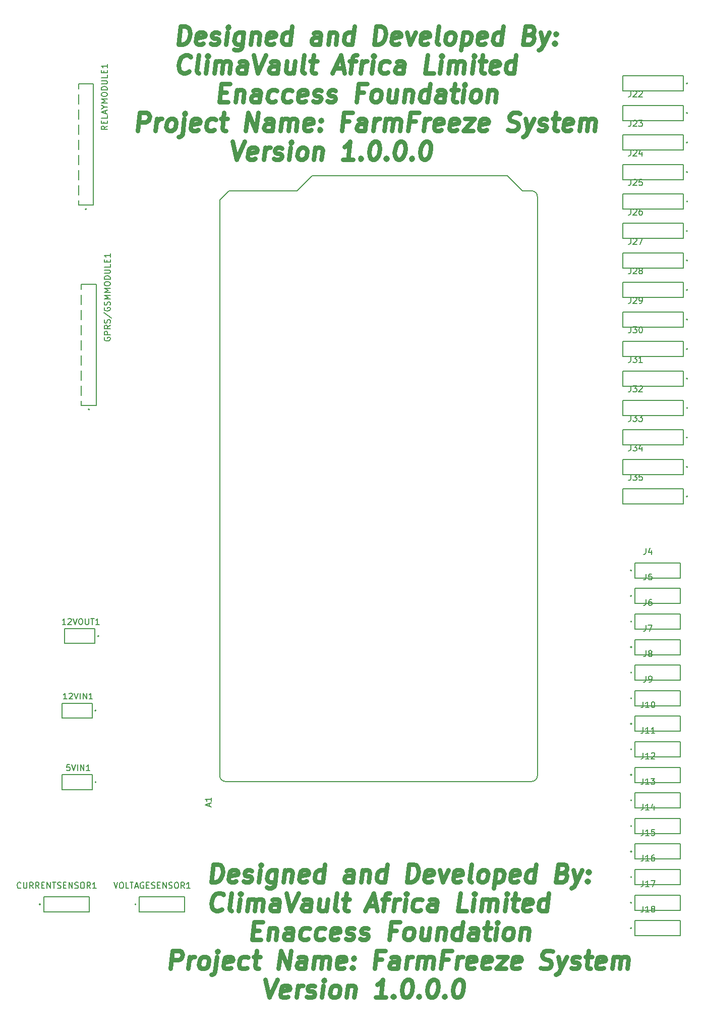
<source format=gbr>
%TF.GenerationSoftware,KiCad,Pcbnew,9.0.3*%
%TF.CreationDate,2025-08-21T13:00:16+03:00*%
%TF.ProjectId,Solar Cooling Project,536f6c61-7220-4436-9f6f-6c696e672050,rev?*%
%TF.SameCoordinates,Original*%
%TF.FileFunction,Legend,Top*%
%TF.FilePolarity,Positive*%
%FSLAX46Y46*%
G04 Gerber Fmt 4.6, Leading zero omitted, Abs format (unit mm)*
G04 Created by KiCad (PCBNEW 9.0.3) date 2025-08-21 13:00:16*
%MOMM*%
%LPD*%
G01*
G04 APERTURE LIST*
%ADD10C,0.750000*%
%ADD11C,0.150000*%
%ADD12C,0.200000*%
%ADD13C,0.127000*%
G04 APERTURE END LIST*
D10*
X63546991Y-21774529D02*
X63921991Y-18774529D01*
X63921991Y-18774529D02*
X64636277Y-18774529D01*
X64636277Y-18774529D02*
X65046991Y-18917386D01*
X65046991Y-18917386D02*
X65296991Y-19203100D01*
X65296991Y-19203100D02*
X65404134Y-19488814D01*
X65404134Y-19488814D02*
X65475563Y-20060243D01*
X65475563Y-20060243D02*
X65421991Y-20488814D01*
X65421991Y-20488814D02*
X65207705Y-21060243D01*
X65207705Y-21060243D02*
X65029134Y-21345957D01*
X65029134Y-21345957D02*
X64707705Y-21631672D01*
X64707705Y-21631672D02*
X64261277Y-21774529D01*
X64261277Y-21774529D02*
X63546991Y-21774529D01*
X67707705Y-21631672D02*
X67404134Y-21774529D01*
X67404134Y-21774529D02*
X66832705Y-21774529D01*
X66832705Y-21774529D02*
X66564848Y-21631672D01*
X66564848Y-21631672D02*
X66457705Y-21345957D01*
X66457705Y-21345957D02*
X66600563Y-20203100D01*
X66600563Y-20203100D02*
X66779134Y-19917386D01*
X66779134Y-19917386D02*
X67082705Y-19774529D01*
X67082705Y-19774529D02*
X67654134Y-19774529D01*
X67654134Y-19774529D02*
X67921991Y-19917386D01*
X67921991Y-19917386D02*
X68029134Y-20203100D01*
X68029134Y-20203100D02*
X67993420Y-20488814D01*
X67993420Y-20488814D02*
X66529134Y-20774529D01*
X68993420Y-21631672D02*
X69261277Y-21774529D01*
X69261277Y-21774529D02*
X69832706Y-21774529D01*
X69832706Y-21774529D02*
X70136277Y-21631672D01*
X70136277Y-21631672D02*
X70314849Y-21345957D01*
X70314849Y-21345957D02*
X70332706Y-21203100D01*
X70332706Y-21203100D02*
X70225563Y-20917386D01*
X70225563Y-20917386D02*
X69957706Y-20774529D01*
X69957706Y-20774529D02*
X69529134Y-20774529D01*
X69529134Y-20774529D02*
X69261277Y-20631672D01*
X69261277Y-20631672D02*
X69154134Y-20345957D01*
X69154134Y-20345957D02*
X69171992Y-20203100D01*
X69171992Y-20203100D02*
X69350563Y-19917386D01*
X69350563Y-19917386D02*
X69654134Y-19774529D01*
X69654134Y-19774529D02*
X70082706Y-19774529D01*
X70082706Y-19774529D02*
X70350563Y-19917386D01*
X71546991Y-21774529D02*
X71796991Y-19774529D01*
X71921991Y-18774529D02*
X71761277Y-18917386D01*
X71761277Y-18917386D02*
X71886277Y-19060243D01*
X71886277Y-19060243D02*
X72046991Y-18917386D01*
X72046991Y-18917386D02*
X71921991Y-18774529D01*
X71921991Y-18774529D02*
X71886277Y-19060243D01*
X74511276Y-19774529D02*
X74207705Y-22203100D01*
X74207705Y-22203100D02*
X74029134Y-22488814D01*
X74029134Y-22488814D02*
X73868419Y-22631672D01*
X73868419Y-22631672D02*
X73564848Y-22774529D01*
X73564848Y-22774529D02*
X73136276Y-22774529D01*
X73136276Y-22774529D02*
X72868419Y-22631672D01*
X74279134Y-21631672D02*
X73975562Y-21774529D01*
X73975562Y-21774529D02*
X73404134Y-21774529D01*
X73404134Y-21774529D02*
X73136276Y-21631672D01*
X73136276Y-21631672D02*
X73011276Y-21488814D01*
X73011276Y-21488814D02*
X72904134Y-21203100D01*
X72904134Y-21203100D02*
X73011276Y-20345957D01*
X73011276Y-20345957D02*
X73189848Y-20060243D01*
X73189848Y-20060243D02*
X73350562Y-19917386D01*
X73350562Y-19917386D02*
X73654134Y-19774529D01*
X73654134Y-19774529D02*
X74225562Y-19774529D01*
X74225562Y-19774529D02*
X74493419Y-19917386D01*
X75939848Y-19774529D02*
X75689848Y-21774529D01*
X75904134Y-20060243D02*
X76064848Y-19917386D01*
X76064848Y-19917386D02*
X76368420Y-19774529D01*
X76368420Y-19774529D02*
X76796991Y-19774529D01*
X76796991Y-19774529D02*
X77064848Y-19917386D01*
X77064848Y-19917386D02*
X77171991Y-20203100D01*
X77171991Y-20203100D02*
X76975562Y-21774529D01*
X79564848Y-21631672D02*
X79261277Y-21774529D01*
X79261277Y-21774529D02*
X78689848Y-21774529D01*
X78689848Y-21774529D02*
X78421991Y-21631672D01*
X78421991Y-21631672D02*
X78314848Y-21345957D01*
X78314848Y-21345957D02*
X78457706Y-20203100D01*
X78457706Y-20203100D02*
X78636277Y-19917386D01*
X78636277Y-19917386D02*
X78939848Y-19774529D01*
X78939848Y-19774529D02*
X79511277Y-19774529D01*
X79511277Y-19774529D02*
X79779134Y-19917386D01*
X79779134Y-19917386D02*
X79886277Y-20203100D01*
X79886277Y-20203100D02*
X79850563Y-20488814D01*
X79850563Y-20488814D02*
X78386277Y-20774529D01*
X82261277Y-21774529D02*
X82636277Y-18774529D01*
X82279135Y-21631672D02*
X81975563Y-21774529D01*
X81975563Y-21774529D02*
X81404135Y-21774529D01*
X81404135Y-21774529D02*
X81136277Y-21631672D01*
X81136277Y-21631672D02*
X81011277Y-21488814D01*
X81011277Y-21488814D02*
X80904135Y-21203100D01*
X80904135Y-21203100D02*
X81011277Y-20345957D01*
X81011277Y-20345957D02*
X81189849Y-20060243D01*
X81189849Y-20060243D02*
X81350563Y-19917386D01*
X81350563Y-19917386D02*
X81654135Y-19774529D01*
X81654135Y-19774529D02*
X82225563Y-19774529D01*
X82225563Y-19774529D02*
X82493420Y-19917386D01*
X87261277Y-21774529D02*
X87457706Y-20203100D01*
X87457706Y-20203100D02*
X87350563Y-19917386D01*
X87350563Y-19917386D02*
X87082706Y-19774529D01*
X87082706Y-19774529D02*
X86511277Y-19774529D01*
X86511277Y-19774529D02*
X86207706Y-19917386D01*
X87279135Y-21631672D02*
X86975563Y-21774529D01*
X86975563Y-21774529D02*
X86261277Y-21774529D01*
X86261277Y-21774529D02*
X85993420Y-21631672D01*
X85993420Y-21631672D02*
X85886277Y-21345957D01*
X85886277Y-21345957D02*
X85921992Y-21060243D01*
X85921992Y-21060243D02*
X86100563Y-20774529D01*
X86100563Y-20774529D02*
X86404135Y-20631672D01*
X86404135Y-20631672D02*
X87118420Y-20631672D01*
X87118420Y-20631672D02*
X87421992Y-20488814D01*
X88939849Y-19774529D02*
X88689849Y-21774529D01*
X88904135Y-20060243D02*
X89064849Y-19917386D01*
X89064849Y-19917386D02*
X89368421Y-19774529D01*
X89368421Y-19774529D02*
X89796992Y-19774529D01*
X89796992Y-19774529D02*
X90064849Y-19917386D01*
X90064849Y-19917386D02*
X90171992Y-20203100D01*
X90171992Y-20203100D02*
X89975563Y-21774529D01*
X92689849Y-21774529D02*
X93064849Y-18774529D01*
X92707707Y-21631672D02*
X92404135Y-21774529D01*
X92404135Y-21774529D02*
X91832707Y-21774529D01*
X91832707Y-21774529D02*
X91564849Y-21631672D01*
X91564849Y-21631672D02*
X91439849Y-21488814D01*
X91439849Y-21488814D02*
X91332707Y-21203100D01*
X91332707Y-21203100D02*
X91439849Y-20345957D01*
X91439849Y-20345957D02*
X91618421Y-20060243D01*
X91618421Y-20060243D02*
X91779135Y-19917386D01*
X91779135Y-19917386D02*
X92082707Y-19774529D01*
X92082707Y-19774529D02*
X92654135Y-19774529D01*
X92654135Y-19774529D02*
X92921992Y-19917386D01*
X96404135Y-21774529D02*
X96779135Y-18774529D01*
X96779135Y-18774529D02*
X97493421Y-18774529D01*
X97493421Y-18774529D02*
X97904135Y-18917386D01*
X97904135Y-18917386D02*
X98154135Y-19203100D01*
X98154135Y-19203100D02*
X98261278Y-19488814D01*
X98261278Y-19488814D02*
X98332707Y-20060243D01*
X98332707Y-20060243D02*
X98279135Y-20488814D01*
X98279135Y-20488814D02*
X98064849Y-21060243D01*
X98064849Y-21060243D02*
X97886278Y-21345957D01*
X97886278Y-21345957D02*
X97564849Y-21631672D01*
X97564849Y-21631672D02*
X97118421Y-21774529D01*
X97118421Y-21774529D02*
X96404135Y-21774529D01*
X100564849Y-21631672D02*
X100261278Y-21774529D01*
X100261278Y-21774529D02*
X99689849Y-21774529D01*
X99689849Y-21774529D02*
X99421992Y-21631672D01*
X99421992Y-21631672D02*
X99314849Y-21345957D01*
X99314849Y-21345957D02*
X99457707Y-20203100D01*
X99457707Y-20203100D02*
X99636278Y-19917386D01*
X99636278Y-19917386D02*
X99939849Y-19774529D01*
X99939849Y-19774529D02*
X100511278Y-19774529D01*
X100511278Y-19774529D02*
X100779135Y-19917386D01*
X100779135Y-19917386D02*
X100886278Y-20203100D01*
X100886278Y-20203100D02*
X100850564Y-20488814D01*
X100850564Y-20488814D02*
X99386278Y-20774529D01*
X101939850Y-19774529D02*
X102404136Y-21774529D01*
X102404136Y-21774529D02*
X103368421Y-19774529D01*
X105421992Y-21631672D02*
X105118421Y-21774529D01*
X105118421Y-21774529D02*
X104546992Y-21774529D01*
X104546992Y-21774529D02*
X104279135Y-21631672D01*
X104279135Y-21631672D02*
X104171992Y-21345957D01*
X104171992Y-21345957D02*
X104314850Y-20203100D01*
X104314850Y-20203100D02*
X104493421Y-19917386D01*
X104493421Y-19917386D02*
X104796992Y-19774529D01*
X104796992Y-19774529D02*
X105368421Y-19774529D01*
X105368421Y-19774529D02*
X105636278Y-19917386D01*
X105636278Y-19917386D02*
X105743421Y-20203100D01*
X105743421Y-20203100D02*
X105707707Y-20488814D01*
X105707707Y-20488814D02*
X104243421Y-20774529D01*
X107261279Y-21774529D02*
X106993421Y-21631672D01*
X106993421Y-21631672D02*
X106886279Y-21345957D01*
X106886279Y-21345957D02*
X107207707Y-18774529D01*
X108832708Y-21774529D02*
X108564850Y-21631672D01*
X108564850Y-21631672D02*
X108439850Y-21488814D01*
X108439850Y-21488814D02*
X108332708Y-21203100D01*
X108332708Y-21203100D02*
X108439850Y-20345957D01*
X108439850Y-20345957D02*
X108618422Y-20060243D01*
X108618422Y-20060243D02*
X108779136Y-19917386D01*
X108779136Y-19917386D02*
X109082708Y-19774529D01*
X109082708Y-19774529D02*
X109511279Y-19774529D01*
X109511279Y-19774529D02*
X109779136Y-19917386D01*
X109779136Y-19917386D02*
X109904136Y-20060243D01*
X109904136Y-20060243D02*
X110011279Y-20345957D01*
X110011279Y-20345957D02*
X109904136Y-21203100D01*
X109904136Y-21203100D02*
X109725565Y-21488814D01*
X109725565Y-21488814D02*
X109564850Y-21631672D01*
X109564850Y-21631672D02*
X109261279Y-21774529D01*
X109261279Y-21774529D02*
X108832708Y-21774529D01*
X111368422Y-19774529D02*
X110993422Y-22774529D01*
X111350565Y-19917386D02*
X111654136Y-19774529D01*
X111654136Y-19774529D02*
X112225565Y-19774529D01*
X112225565Y-19774529D02*
X112493422Y-19917386D01*
X112493422Y-19917386D02*
X112618422Y-20060243D01*
X112618422Y-20060243D02*
X112725565Y-20345957D01*
X112725565Y-20345957D02*
X112618422Y-21203100D01*
X112618422Y-21203100D02*
X112439851Y-21488814D01*
X112439851Y-21488814D02*
X112279136Y-21631672D01*
X112279136Y-21631672D02*
X111975565Y-21774529D01*
X111975565Y-21774529D02*
X111404136Y-21774529D01*
X111404136Y-21774529D02*
X111136279Y-21631672D01*
X114993422Y-21631672D02*
X114689851Y-21774529D01*
X114689851Y-21774529D02*
X114118422Y-21774529D01*
X114118422Y-21774529D02*
X113850565Y-21631672D01*
X113850565Y-21631672D02*
X113743422Y-21345957D01*
X113743422Y-21345957D02*
X113886280Y-20203100D01*
X113886280Y-20203100D02*
X114064851Y-19917386D01*
X114064851Y-19917386D02*
X114368422Y-19774529D01*
X114368422Y-19774529D02*
X114939851Y-19774529D01*
X114939851Y-19774529D02*
X115207708Y-19917386D01*
X115207708Y-19917386D02*
X115314851Y-20203100D01*
X115314851Y-20203100D02*
X115279137Y-20488814D01*
X115279137Y-20488814D02*
X113814851Y-20774529D01*
X117689851Y-21774529D02*
X118064851Y-18774529D01*
X117707709Y-21631672D02*
X117404137Y-21774529D01*
X117404137Y-21774529D02*
X116832709Y-21774529D01*
X116832709Y-21774529D02*
X116564851Y-21631672D01*
X116564851Y-21631672D02*
X116439851Y-21488814D01*
X116439851Y-21488814D02*
X116332709Y-21203100D01*
X116332709Y-21203100D02*
X116439851Y-20345957D01*
X116439851Y-20345957D02*
X116618423Y-20060243D01*
X116618423Y-20060243D02*
X116779137Y-19917386D01*
X116779137Y-19917386D02*
X117082709Y-19774529D01*
X117082709Y-19774529D02*
X117654137Y-19774529D01*
X117654137Y-19774529D02*
X117921994Y-19917386D01*
X122600566Y-20203100D02*
X123011280Y-20345957D01*
X123011280Y-20345957D02*
X123136280Y-20488814D01*
X123136280Y-20488814D02*
X123243423Y-20774529D01*
X123243423Y-20774529D02*
X123189851Y-21203100D01*
X123189851Y-21203100D02*
X123011280Y-21488814D01*
X123011280Y-21488814D02*
X122850566Y-21631672D01*
X122850566Y-21631672D02*
X122546994Y-21774529D01*
X122546994Y-21774529D02*
X121404137Y-21774529D01*
X121404137Y-21774529D02*
X121779137Y-18774529D01*
X121779137Y-18774529D02*
X122779137Y-18774529D01*
X122779137Y-18774529D02*
X123046994Y-18917386D01*
X123046994Y-18917386D02*
X123171994Y-19060243D01*
X123171994Y-19060243D02*
X123279137Y-19345957D01*
X123279137Y-19345957D02*
X123243423Y-19631672D01*
X123243423Y-19631672D02*
X123064851Y-19917386D01*
X123064851Y-19917386D02*
X122904137Y-20060243D01*
X122904137Y-20060243D02*
X122600566Y-20203100D01*
X122600566Y-20203100D02*
X121600566Y-20203100D01*
X124368423Y-19774529D02*
X124832709Y-21774529D01*
X125796994Y-19774529D02*
X124832709Y-21774529D01*
X124832709Y-21774529D02*
X124457709Y-22488814D01*
X124457709Y-22488814D02*
X124296994Y-22631672D01*
X124296994Y-22631672D02*
X123993423Y-22774529D01*
X126725565Y-21488814D02*
X126850565Y-21631672D01*
X126850565Y-21631672D02*
X126689851Y-21774529D01*
X126689851Y-21774529D02*
X126564851Y-21631672D01*
X126564851Y-21631672D02*
X126725565Y-21488814D01*
X126725565Y-21488814D02*
X126689851Y-21774529D01*
X126921994Y-19917386D02*
X127046994Y-20060243D01*
X127046994Y-20060243D02*
X126886280Y-20203100D01*
X126886280Y-20203100D02*
X126761280Y-20060243D01*
X126761280Y-20060243D02*
X126921994Y-19917386D01*
X126921994Y-19917386D02*
X126886280Y-20203100D01*
X65296991Y-26318646D02*
X65136277Y-26461504D01*
X65136277Y-26461504D02*
X64689848Y-26604361D01*
X64689848Y-26604361D02*
X64404134Y-26604361D01*
X64404134Y-26604361D02*
X63993420Y-26461504D01*
X63993420Y-26461504D02*
X63743420Y-26175789D01*
X63743420Y-26175789D02*
X63636277Y-25890075D01*
X63636277Y-25890075D02*
X63564848Y-25318646D01*
X63564848Y-25318646D02*
X63618420Y-24890075D01*
X63618420Y-24890075D02*
X63832705Y-24318646D01*
X63832705Y-24318646D02*
X64011277Y-24032932D01*
X64011277Y-24032932D02*
X64332705Y-23747218D01*
X64332705Y-23747218D02*
X64779134Y-23604361D01*
X64779134Y-23604361D02*
X65064848Y-23604361D01*
X65064848Y-23604361D02*
X65475563Y-23747218D01*
X65475563Y-23747218D02*
X65600563Y-23890075D01*
X66975563Y-26604361D02*
X66707705Y-26461504D01*
X66707705Y-26461504D02*
X66600563Y-26175789D01*
X66600563Y-26175789D02*
X66921991Y-23604361D01*
X68118420Y-26604361D02*
X68368420Y-24604361D01*
X68493420Y-23604361D02*
X68332706Y-23747218D01*
X68332706Y-23747218D02*
X68457706Y-23890075D01*
X68457706Y-23890075D02*
X68618420Y-23747218D01*
X68618420Y-23747218D02*
X68493420Y-23604361D01*
X68493420Y-23604361D02*
X68457706Y-23890075D01*
X69546991Y-26604361D02*
X69796991Y-24604361D01*
X69761277Y-24890075D02*
X69921991Y-24747218D01*
X69921991Y-24747218D02*
X70225563Y-24604361D01*
X70225563Y-24604361D02*
X70654134Y-24604361D01*
X70654134Y-24604361D02*
X70921991Y-24747218D01*
X70921991Y-24747218D02*
X71029134Y-25032932D01*
X71029134Y-25032932D02*
X70832705Y-26604361D01*
X71029134Y-25032932D02*
X71207705Y-24747218D01*
X71207705Y-24747218D02*
X71511277Y-24604361D01*
X71511277Y-24604361D02*
X71939848Y-24604361D01*
X71939848Y-24604361D02*
X72207705Y-24747218D01*
X72207705Y-24747218D02*
X72314848Y-25032932D01*
X72314848Y-25032932D02*
X72118420Y-26604361D01*
X74832705Y-26604361D02*
X75029134Y-25032932D01*
X75029134Y-25032932D02*
X74921991Y-24747218D01*
X74921991Y-24747218D02*
X74654134Y-24604361D01*
X74654134Y-24604361D02*
X74082705Y-24604361D01*
X74082705Y-24604361D02*
X73779134Y-24747218D01*
X74850563Y-26461504D02*
X74546991Y-26604361D01*
X74546991Y-26604361D02*
X73832705Y-26604361D01*
X73832705Y-26604361D02*
X73564848Y-26461504D01*
X73564848Y-26461504D02*
X73457705Y-26175789D01*
X73457705Y-26175789D02*
X73493420Y-25890075D01*
X73493420Y-25890075D02*
X73671991Y-25604361D01*
X73671991Y-25604361D02*
X73975563Y-25461504D01*
X73975563Y-25461504D02*
X74689848Y-25461504D01*
X74689848Y-25461504D02*
X74993420Y-25318646D01*
X76207706Y-23604361D02*
X76832706Y-26604361D01*
X76832706Y-26604361D02*
X78207706Y-23604361D01*
X80118420Y-26604361D02*
X80314849Y-25032932D01*
X80314849Y-25032932D02*
X80207706Y-24747218D01*
X80207706Y-24747218D02*
X79939849Y-24604361D01*
X79939849Y-24604361D02*
X79368420Y-24604361D01*
X79368420Y-24604361D02*
X79064849Y-24747218D01*
X80136278Y-26461504D02*
X79832706Y-26604361D01*
X79832706Y-26604361D02*
X79118420Y-26604361D01*
X79118420Y-26604361D02*
X78850563Y-26461504D01*
X78850563Y-26461504D02*
X78743420Y-26175789D01*
X78743420Y-26175789D02*
X78779135Y-25890075D01*
X78779135Y-25890075D02*
X78957706Y-25604361D01*
X78957706Y-25604361D02*
X79261278Y-25461504D01*
X79261278Y-25461504D02*
X79975563Y-25461504D01*
X79975563Y-25461504D02*
X80279135Y-25318646D01*
X83082706Y-24604361D02*
X82832706Y-26604361D01*
X81796992Y-24604361D02*
X81600564Y-26175789D01*
X81600564Y-26175789D02*
X81707706Y-26461504D01*
X81707706Y-26461504D02*
X81975564Y-26604361D01*
X81975564Y-26604361D02*
X82404135Y-26604361D01*
X82404135Y-26604361D02*
X82707706Y-26461504D01*
X82707706Y-26461504D02*
X82868421Y-26318646D01*
X84689850Y-26604361D02*
X84421992Y-26461504D01*
X84421992Y-26461504D02*
X84314850Y-26175789D01*
X84314850Y-26175789D02*
X84636278Y-23604361D01*
X85654136Y-24604361D02*
X86796993Y-24604361D01*
X86207707Y-23604361D02*
X85886279Y-26175789D01*
X85886279Y-26175789D02*
X85993421Y-26461504D01*
X85993421Y-26461504D02*
X86261279Y-26604361D01*
X86261279Y-26604361D02*
X86546993Y-26604361D01*
X89796993Y-25747218D02*
X91225564Y-25747218D01*
X89404136Y-26604361D02*
X90779136Y-23604361D01*
X90779136Y-23604361D02*
X91404136Y-26604361D01*
X92225565Y-24604361D02*
X93368422Y-24604361D01*
X92404136Y-26604361D02*
X92725565Y-24032932D01*
X92725565Y-24032932D02*
X92904136Y-23747218D01*
X92904136Y-23747218D02*
X93207708Y-23604361D01*
X93207708Y-23604361D02*
X93493422Y-23604361D01*
X94118422Y-26604361D02*
X94368422Y-24604361D01*
X94296994Y-25175789D02*
X94475565Y-24890075D01*
X94475565Y-24890075D02*
X94636279Y-24747218D01*
X94636279Y-24747218D02*
X94939851Y-24604361D01*
X94939851Y-24604361D02*
X95225565Y-24604361D01*
X95975565Y-26604361D02*
X96225565Y-24604361D01*
X96350565Y-23604361D02*
X96189851Y-23747218D01*
X96189851Y-23747218D02*
X96314851Y-23890075D01*
X96314851Y-23890075D02*
X96475565Y-23747218D01*
X96475565Y-23747218D02*
X96350565Y-23604361D01*
X96350565Y-23604361D02*
X96314851Y-23890075D01*
X98707708Y-26461504D02*
X98404136Y-26604361D01*
X98404136Y-26604361D02*
X97832708Y-26604361D01*
X97832708Y-26604361D02*
X97564850Y-26461504D01*
X97564850Y-26461504D02*
X97439850Y-26318646D01*
X97439850Y-26318646D02*
X97332708Y-26032932D01*
X97332708Y-26032932D02*
X97439850Y-25175789D01*
X97439850Y-25175789D02*
X97618422Y-24890075D01*
X97618422Y-24890075D02*
X97779136Y-24747218D01*
X97779136Y-24747218D02*
X98082708Y-24604361D01*
X98082708Y-24604361D02*
X98654136Y-24604361D01*
X98654136Y-24604361D02*
X98921993Y-24747218D01*
X101261279Y-26604361D02*
X101457708Y-25032932D01*
X101457708Y-25032932D02*
X101350565Y-24747218D01*
X101350565Y-24747218D02*
X101082708Y-24604361D01*
X101082708Y-24604361D02*
X100511279Y-24604361D01*
X100511279Y-24604361D02*
X100207708Y-24747218D01*
X101279137Y-26461504D02*
X100975565Y-26604361D01*
X100975565Y-26604361D02*
X100261279Y-26604361D01*
X100261279Y-26604361D02*
X99993422Y-26461504D01*
X99993422Y-26461504D02*
X99886279Y-26175789D01*
X99886279Y-26175789D02*
X99921994Y-25890075D01*
X99921994Y-25890075D02*
X100100565Y-25604361D01*
X100100565Y-25604361D02*
X100404137Y-25461504D01*
X100404137Y-25461504D02*
X101118422Y-25461504D01*
X101118422Y-25461504D02*
X101421994Y-25318646D01*
X106404137Y-26604361D02*
X104975565Y-26604361D01*
X104975565Y-26604361D02*
X105350565Y-23604361D01*
X107404136Y-26604361D02*
X107654136Y-24604361D01*
X107779136Y-23604361D02*
X107618422Y-23747218D01*
X107618422Y-23747218D02*
X107743422Y-23890075D01*
X107743422Y-23890075D02*
X107904136Y-23747218D01*
X107904136Y-23747218D02*
X107779136Y-23604361D01*
X107779136Y-23604361D02*
X107743422Y-23890075D01*
X108832707Y-26604361D02*
X109082707Y-24604361D01*
X109046993Y-24890075D02*
X109207707Y-24747218D01*
X109207707Y-24747218D02*
X109511279Y-24604361D01*
X109511279Y-24604361D02*
X109939850Y-24604361D01*
X109939850Y-24604361D02*
X110207707Y-24747218D01*
X110207707Y-24747218D02*
X110314850Y-25032932D01*
X110314850Y-25032932D02*
X110118421Y-26604361D01*
X110314850Y-25032932D02*
X110493421Y-24747218D01*
X110493421Y-24747218D02*
X110796993Y-24604361D01*
X110796993Y-24604361D02*
X111225564Y-24604361D01*
X111225564Y-24604361D02*
X111493421Y-24747218D01*
X111493421Y-24747218D02*
X111600564Y-25032932D01*
X111600564Y-25032932D02*
X111404136Y-26604361D01*
X112832707Y-26604361D02*
X113082707Y-24604361D01*
X113207707Y-23604361D02*
X113046993Y-23747218D01*
X113046993Y-23747218D02*
X113171993Y-23890075D01*
X113171993Y-23890075D02*
X113332707Y-23747218D01*
X113332707Y-23747218D02*
X113207707Y-23604361D01*
X113207707Y-23604361D02*
X113171993Y-23890075D01*
X114082707Y-24604361D02*
X115225564Y-24604361D01*
X114636278Y-23604361D02*
X114314850Y-26175789D01*
X114314850Y-26175789D02*
X114421992Y-26461504D01*
X114421992Y-26461504D02*
X114689850Y-26604361D01*
X114689850Y-26604361D02*
X114975564Y-26604361D01*
X117136278Y-26461504D02*
X116832707Y-26604361D01*
X116832707Y-26604361D02*
X116261278Y-26604361D01*
X116261278Y-26604361D02*
X115993421Y-26461504D01*
X115993421Y-26461504D02*
X115886278Y-26175789D01*
X115886278Y-26175789D02*
X116029136Y-25032932D01*
X116029136Y-25032932D02*
X116207707Y-24747218D01*
X116207707Y-24747218D02*
X116511278Y-24604361D01*
X116511278Y-24604361D02*
X117082707Y-24604361D01*
X117082707Y-24604361D02*
X117350564Y-24747218D01*
X117350564Y-24747218D02*
X117457707Y-25032932D01*
X117457707Y-25032932D02*
X117421993Y-25318646D01*
X117421993Y-25318646D02*
X115957707Y-25604361D01*
X119832707Y-26604361D02*
X120207707Y-23604361D01*
X119850565Y-26461504D02*
X119546993Y-26604361D01*
X119546993Y-26604361D02*
X118975565Y-26604361D01*
X118975565Y-26604361D02*
X118707707Y-26461504D01*
X118707707Y-26461504D02*
X118582707Y-26318646D01*
X118582707Y-26318646D02*
X118475565Y-26032932D01*
X118475565Y-26032932D02*
X118582707Y-25175789D01*
X118582707Y-25175789D02*
X118761279Y-24890075D01*
X118761279Y-24890075D02*
X118921993Y-24747218D01*
X118921993Y-24747218D02*
X119225565Y-24604361D01*
X119225565Y-24604361D02*
X119796993Y-24604361D01*
X119796993Y-24604361D02*
X120064850Y-24747218D01*
X70600562Y-29862764D02*
X71600562Y-29862764D01*
X71832705Y-31434193D02*
X70404133Y-31434193D01*
X70404133Y-31434193D02*
X70779133Y-28434193D01*
X70779133Y-28434193D02*
X72207705Y-28434193D01*
X73368419Y-29434193D02*
X73118419Y-31434193D01*
X73332705Y-29719907D02*
X73493419Y-29577050D01*
X73493419Y-29577050D02*
X73796991Y-29434193D01*
X73796991Y-29434193D02*
X74225562Y-29434193D01*
X74225562Y-29434193D02*
X74493419Y-29577050D01*
X74493419Y-29577050D02*
X74600562Y-29862764D01*
X74600562Y-29862764D02*
X74404133Y-31434193D01*
X77118419Y-31434193D02*
X77314848Y-29862764D01*
X77314848Y-29862764D02*
X77207705Y-29577050D01*
X77207705Y-29577050D02*
X76939848Y-29434193D01*
X76939848Y-29434193D02*
X76368419Y-29434193D01*
X76368419Y-29434193D02*
X76064848Y-29577050D01*
X77136277Y-31291336D02*
X76832705Y-31434193D01*
X76832705Y-31434193D02*
X76118419Y-31434193D01*
X76118419Y-31434193D02*
X75850562Y-31291336D01*
X75850562Y-31291336D02*
X75743419Y-31005621D01*
X75743419Y-31005621D02*
X75779134Y-30719907D01*
X75779134Y-30719907D02*
X75957705Y-30434193D01*
X75957705Y-30434193D02*
X76261277Y-30291336D01*
X76261277Y-30291336D02*
X76975562Y-30291336D01*
X76975562Y-30291336D02*
X77279134Y-30148478D01*
X79850563Y-31291336D02*
X79546991Y-31434193D01*
X79546991Y-31434193D02*
X78975563Y-31434193D01*
X78975563Y-31434193D02*
X78707705Y-31291336D01*
X78707705Y-31291336D02*
X78582705Y-31148478D01*
X78582705Y-31148478D02*
X78475563Y-30862764D01*
X78475563Y-30862764D02*
X78582705Y-30005621D01*
X78582705Y-30005621D02*
X78761277Y-29719907D01*
X78761277Y-29719907D02*
X78921991Y-29577050D01*
X78921991Y-29577050D02*
X79225563Y-29434193D01*
X79225563Y-29434193D02*
X79796991Y-29434193D01*
X79796991Y-29434193D02*
X80064848Y-29577050D01*
X82421992Y-31291336D02*
X82118420Y-31434193D01*
X82118420Y-31434193D02*
X81546992Y-31434193D01*
X81546992Y-31434193D02*
X81279134Y-31291336D01*
X81279134Y-31291336D02*
X81154134Y-31148478D01*
X81154134Y-31148478D02*
X81046992Y-30862764D01*
X81046992Y-30862764D02*
X81154134Y-30005621D01*
X81154134Y-30005621D02*
X81332706Y-29719907D01*
X81332706Y-29719907D02*
X81493420Y-29577050D01*
X81493420Y-29577050D02*
X81796992Y-29434193D01*
X81796992Y-29434193D02*
X82368420Y-29434193D01*
X82368420Y-29434193D02*
X82636277Y-29577050D01*
X84850563Y-31291336D02*
X84546992Y-31434193D01*
X84546992Y-31434193D02*
X83975563Y-31434193D01*
X83975563Y-31434193D02*
X83707706Y-31291336D01*
X83707706Y-31291336D02*
X83600563Y-31005621D01*
X83600563Y-31005621D02*
X83743421Y-29862764D01*
X83743421Y-29862764D02*
X83921992Y-29577050D01*
X83921992Y-29577050D02*
X84225563Y-29434193D01*
X84225563Y-29434193D02*
X84796992Y-29434193D01*
X84796992Y-29434193D02*
X85064849Y-29577050D01*
X85064849Y-29577050D02*
X85171992Y-29862764D01*
X85171992Y-29862764D02*
X85136278Y-30148478D01*
X85136278Y-30148478D02*
X83671992Y-30434193D01*
X86136278Y-31291336D02*
X86404135Y-31434193D01*
X86404135Y-31434193D02*
X86975564Y-31434193D01*
X86975564Y-31434193D02*
X87279135Y-31291336D01*
X87279135Y-31291336D02*
X87457707Y-31005621D01*
X87457707Y-31005621D02*
X87475564Y-30862764D01*
X87475564Y-30862764D02*
X87368421Y-30577050D01*
X87368421Y-30577050D02*
X87100564Y-30434193D01*
X87100564Y-30434193D02*
X86671992Y-30434193D01*
X86671992Y-30434193D02*
X86404135Y-30291336D01*
X86404135Y-30291336D02*
X86296992Y-30005621D01*
X86296992Y-30005621D02*
X86314850Y-29862764D01*
X86314850Y-29862764D02*
X86493421Y-29577050D01*
X86493421Y-29577050D02*
X86796992Y-29434193D01*
X86796992Y-29434193D02*
X87225564Y-29434193D01*
X87225564Y-29434193D02*
X87493421Y-29577050D01*
X88564849Y-31291336D02*
X88832706Y-31434193D01*
X88832706Y-31434193D02*
X89404135Y-31434193D01*
X89404135Y-31434193D02*
X89707706Y-31291336D01*
X89707706Y-31291336D02*
X89886278Y-31005621D01*
X89886278Y-31005621D02*
X89904135Y-30862764D01*
X89904135Y-30862764D02*
X89796992Y-30577050D01*
X89796992Y-30577050D02*
X89529135Y-30434193D01*
X89529135Y-30434193D02*
X89100563Y-30434193D01*
X89100563Y-30434193D02*
X88832706Y-30291336D01*
X88832706Y-30291336D02*
X88725563Y-30005621D01*
X88725563Y-30005621D02*
X88743421Y-29862764D01*
X88743421Y-29862764D02*
X88921992Y-29577050D01*
X88921992Y-29577050D02*
X89225563Y-29434193D01*
X89225563Y-29434193D02*
X89654135Y-29434193D01*
X89654135Y-29434193D02*
X89921992Y-29577050D01*
X94600563Y-29862764D02*
X93600563Y-29862764D01*
X93404134Y-31434193D02*
X93779134Y-28434193D01*
X93779134Y-28434193D02*
X95207706Y-28434193D01*
X96404135Y-31434193D02*
X96136277Y-31291336D01*
X96136277Y-31291336D02*
X96011277Y-31148478D01*
X96011277Y-31148478D02*
X95904135Y-30862764D01*
X95904135Y-30862764D02*
X96011277Y-30005621D01*
X96011277Y-30005621D02*
X96189849Y-29719907D01*
X96189849Y-29719907D02*
X96350563Y-29577050D01*
X96350563Y-29577050D02*
X96654135Y-29434193D01*
X96654135Y-29434193D02*
X97082706Y-29434193D01*
X97082706Y-29434193D02*
X97350563Y-29577050D01*
X97350563Y-29577050D02*
X97475563Y-29719907D01*
X97475563Y-29719907D02*
X97582706Y-30005621D01*
X97582706Y-30005621D02*
X97475563Y-30862764D01*
X97475563Y-30862764D02*
X97296992Y-31148478D01*
X97296992Y-31148478D02*
X97136277Y-31291336D01*
X97136277Y-31291336D02*
X96832706Y-31434193D01*
X96832706Y-31434193D02*
X96404135Y-31434193D01*
X100225563Y-29434193D02*
X99975563Y-31434193D01*
X98939849Y-29434193D02*
X98743421Y-31005621D01*
X98743421Y-31005621D02*
X98850563Y-31291336D01*
X98850563Y-31291336D02*
X99118421Y-31434193D01*
X99118421Y-31434193D02*
X99546992Y-31434193D01*
X99546992Y-31434193D02*
X99850563Y-31291336D01*
X99850563Y-31291336D02*
X100011278Y-31148478D01*
X101654135Y-29434193D02*
X101404135Y-31434193D01*
X101618421Y-29719907D02*
X101779135Y-29577050D01*
X101779135Y-29577050D02*
X102082707Y-29434193D01*
X102082707Y-29434193D02*
X102511278Y-29434193D01*
X102511278Y-29434193D02*
X102779135Y-29577050D01*
X102779135Y-29577050D02*
X102886278Y-29862764D01*
X102886278Y-29862764D02*
X102689849Y-31434193D01*
X105404135Y-31434193D02*
X105779135Y-28434193D01*
X105421993Y-31291336D02*
X105118421Y-31434193D01*
X105118421Y-31434193D02*
X104546993Y-31434193D01*
X104546993Y-31434193D02*
X104279135Y-31291336D01*
X104279135Y-31291336D02*
X104154135Y-31148478D01*
X104154135Y-31148478D02*
X104046993Y-30862764D01*
X104046993Y-30862764D02*
X104154135Y-30005621D01*
X104154135Y-30005621D02*
X104332707Y-29719907D01*
X104332707Y-29719907D02*
X104493421Y-29577050D01*
X104493421Y-29577050D02*
X104796993Y-29434193D01*
X104796993Y-29434193D02*
X105368421Y-29434193D01*
X105368421Y-29434193D02*
X105636278Y-29577050D01*
X108118421Y-31434193D02*
X108314850Y-29862764D01*
X108314850Y-29862764D02*
X108207707Y-29577050D01*
X108207707Y-29577050D02*
X107939850Y-29434193D01*
X107939850Y-29434193D02*
X107368421Y-29434193D01*
X107368421Y-29434193D02*
X107064850Y-29577050D01*
X108136279Y-31291336D02*
X107832707Y-31434193D01*
X107832707Y-31434193D02*
X107118421Y-31434193D01*
X107118421Y-31434193D02*
X106850564Y-31291336D01*
X106850564Y-31291336D02*
X106743421Y-31005621D01*
X106743421Y-31005621D02*
X106779136Y-30719907D01*
X106779136Y-30719907D02*
X106957707Y-30434193D01*
X106957707Y-30434193D02*
X107261279Y-30291336D01*
X107261279Y-30291336D02*
X107975564Y-30291336D01*
X107975564Y-30291336D02*
X108279136Y-30148478D01*
X109368422Y-29434193D02*
X110511279Y-29434193D01*
X109921993Y-28434193D02*
X109600565Y-31005621D01*
X109600565Y-31005621D02*
X109707707Y-31291336D01*
X109707707Y-31291336D02*
X109975565Y-31434193D01*
X109975565Y-31434193D02*
X110261279Y-31434193D01*
X111261279Y-31434193D02*
X111511279Y-29434193D01*
X111636279Y-28434193D02*
X111475565Y-28577050D01*
X111475565Y-28577050D02*
X111600565Y-28719907D01*
X111600565Y-28719907D02*
X111761279Y-28577050D01*
X111761279Y-28577050D02*
X111636279Y-28434193D01*
X111636279Y-28434193D02*
X111600565Y-28719907D01*
X113118422Y-31434193D02*
X112850564Y-31291336D01*
X112850564Y-31291336D02*
X112725564Y-31148478D01*
X112725564Y-31148478D02*
X112618422Y-30862764D01*
X112618422Y-30862764D02*
X112725564Y-30005621D01*
X112725564Y-30005621D02*
X112904136Y-29719907D01*
X112904136Y-29719907D02*
X113064850Y-29577050D01*
X113064850Y-29577050D02*
X113368422Y-29434193D01*
X113368422Y-29434193D02*
X113796993Y-29434193D01*
X113796993Y-29434193D02*
X114064850Y-29577050D01*
X114064850Y-29577050D02*
X114189850Y-29719907D01*
X114189850Y-29719907D02*
X114296993Y-30005621D01*
X114296993Y-30005621D02*
X114189850Y-30862764D01*
X114189850Y-30862764D02*
X114011279Y-31148478D01*
X114011279Y-31148478D02*
X113850564Y-31291336D01*
X113850564Y-31291336D02*
X113546993Y-31434193D01*
X113546993Y-31434193D02*
X113118422Y-31434193D01*
X115654136Y-29434193D02*
X115404136Y-31434193D01*
X115618422Y-29719907D02*
X115779136Y-29577050D01*
X115779136Y-29577050D02*
X116082708Y-29434193D01*
X116082708Y-29434193D02*
X116511279Y-29434193D01*
X116511279Y-29434193D02*
X116779136Y-29577050D01*
X116779136Y-29577050D02*
X116886279Y-29862764D01*
X116886279Y-29862764D02*
X116689850Y-31434193D01*
X56689849Y-36264025D02*
X57064849Y-33264025D01*
X57064849Y-33264025D02*
X58207706Y-33264025D01*
X58207706Y-33264025D02*
X58475563Y-33406882D01*
X58475563Y-33406882D02*
X58600563Y-33549739D01*
X58600563Y-33549739D02*
X58707706Y-33835453D01*
X58707706Y-33835453D02*
X58654135Y-34264025D01*
X58654135Y-34264025D02*
X58475563Y-34549739D01*
X58475563Y-34549739D02*
X58314849Y-34692596D01*
X58314849Y-34692596D02*
X58011278Y-34835453D01*
X58011278Y-34835453D02*
X56868421Y-34835453D01*
X59689849Y-36264025D02*
X59939849Y-34264025D01*
X59868421Y-34835453D02*
X60046992Y-34549739D01*
X60046992Y-34549739D02*
X60207706Y-34406882D01*
X60207706Y-34406882D02*
X60511278Y-34264025D01*
X60511278Y-34264025D02*
X60796992Y-34264025D01*
X61975564Y-36264025D02*
X61707706Y-36121168D01*
X61707706Y-36121168D02*
X61582706Y-35978310D01*
X61582706Y-35978310D02*
X61475564Y-35692596D01*
X61475564Y-35692596D02*
X61582706Y-34835453D01*
X61582706Y-34835453D02*
X61761278Y-34549739D01*
X61761278Y-34549739D02*
X61921992Y-34406882D01*
X61921992Y-34406882D02*
X62225564Y-34264025D01*
X62225564Y-34264025D02*
X62654135Y-34264025D01*
X62654135Y-34264025D02*
X62921992Y-34406882D01*
X62921992Y-34406882D02*
X63046992Y-34549739D01*
X63046992Y-34549739D02*
X63154135Y-34835453D01*
X63154135Y-34835453D02*
X63046992Y-35692596D01*
X63046992Y-35692596D02*
X62868421Y-35978310D01*
X62868421Y-35978310D02*
X62707706Y-36121168D01*
X62707706Y-36121168D02*
X62404135Y-36264025D01*
X62404135Y-36264025D02*
X61975564Y-36264025D01*
X64511278Y-34264025D02*
X64189850Y-36835453D01*
X64189850Y-36835453D02*
X64011278Y-37121168D01*
X64011278Y-37121168D02*
X63707707Y-37264025D01*
X63707707Y-37264025D02*
X63564850Y-37264025D01*
X64636278Y-33264025D02*
X64475564Y-33406882D01*
X64475564Y-33406882D02*
X64600564Y-33549739D01*
X64600564Y-33549739D02*
X64761278Y-33406882D01*
X64761278Y-33406882D02*
X64636278Y-33264025D01*
X64636278Y-33264025D02*
X64600564Y-33549739D01*
X66850563Y-36121168D02*
X66546992Y-36264025D01*
X66546992Y-36264025D02*
X65975563Y-36264025D01*
X65975563Y-36264025D02*
X65707706Y-36121168D01*
X65707706Y-36121168D02*
X65600563Y-35835453D01*
X65600563Y-35835453D02*
X65743421Y-34692596D01*
X65743421Y-34692596D02*
X65921992Y-34406882D01*
X65921992Y-34406882D02*
X66225563Y-34264025D01*
X66225563Y-34264025D02*
X66796992Y-34264025D01*
X66796992Y-34264025D02*
X67064849Y-34406882D01*
X67064849Y-34406882D02*
X67171992Y-34692596D01*
X67171992Y-34692596D02*
X67136278Y-34978310D01*
X67136278Y-34978310D02*
X65671992Y-35264025D01*
X69564850Y-36121168D02*
X69261278Y-36264025D01*
X69261278Y-36264025D02*
X68689850Y-36264025D01*
X68689850Y-36264025D02*
X68421992Y-36121168D01*
X68421992Y-36121168D02*
X68296992Y-35978310D01*
X68296992Y-35978310D02*
X68189850Y-35692596D01*
X68189850Y-35692596D02*
X68296992Y-34835453D01*
X68296992Y-34835453D02*
X68475564Y-34549739D01*
X68475564Y-34549739D02*
X68636278Y-34406882D01*
X68636278Y-34406882D02*
X68939850Y-34264025D01*
X68939850Y-34264025D02*
X69511278Y-34264025D01*
X69511278Y-34264025D02*
X69779135Y-34406882D01*
X70654136Y-34264025D02*
X71796993Y-34264025D01*
X71207707Y-33264025D02*
X70886279Y-35835453D01*
X70886279Y-35835453D02*
X70993421Y-36121168D01*
X70993421Y-36121168D02*
X71261279Y-36264025D01*
X71261279Y-36264025D02*
X71546993Y-36264025D01*
X74832707Y-36264025D02*
X75207707Y-33264025D01*
X75207707Y-33264025D02*
X76546993Y-36264025D01*
X76546993Y-36264025D02*
X76921993Y-33264025D01*
X79261278Y-36264025D02*
X79457707Y-34692596D01*
X79457707Y-34692596D02*
X79350564Y-34406882D01*
X79350564Y-34406882D02*
X79082707Y-34264025D01*
X79082707Y-34264025D02*
X78511278Y-34264025D01*
X78511278Y-34264025D02*
X78207707Y-34406882D01*
X79279136Y-36121168D02*
X78975564Y-36264025D01*
X78975564Y-36264025D02*
X78261278Y-36264025D01*
X78261278Y-36264025D02*
X77993421Y-36121168D01*
X77993421Y-36121168D02*
X77886278Y-35835453D01*
X77886278Y-35835453D02*
X77921993Y-35549739D01*
X77921993Y-35549739D02*
X78100564Y-35264025D01*
X78100564Y-35264025D02*
X78404136Y-35121168D01*
X78404136Y-35121168D02*
X79118421Y-35121168D01*
X79118421Y-35121168D02*
X79421993Y-34978310D01*
X80689850Y-36264025D02*
X80939850Y-34264025D01*
X80904136Y-34549739D02*
X81064850Y-34406882D01*
X81064850Y-34406882D02*
X81368422Y-34264025D01*
X81368422Y-34264025D02*
X81796993Y-34264025D01*
X81796993Y-34264025D02*
X82064850Y-34406882D01*
X82064850Y-34406882D02*
X82171993Y-34692596D01*
X82171993Y-34692596D02*
X81975564Y-36264025D01*
X82171993Y-34692596D02*
X82350564Y-34406882D01*
X82350564Y-34406882D02*
X82654136Y-34264025D01*
X82654136Y-34264025D02*
X83082707Y-34264025D01*
X83082707Y-34264025D02*
X83350564Y-34406882D01*
X83350564Y-34406882D02*
X83457707Y-34692596D01*
X83457707Y-34692596D02*
X83261279Y-36264025D01*
X85850564Y-36121168D02*
X85546993Y-36264025D01*
X85546993Y-36264025D02*
X84975564Y-36264025D01*
X84975564Y-36264025D02*
X84707707Y-36121168D01*
X84707707Y-36121168D02*
X84600564Y-35835453D01*
X84600564Y-35835453D02*
X84743422Y-34692596D01*
X84743422Y-34692596D02*
X84921993Y-34406882D01*
X84921993Y-34406882D02*
X85225564Y-34264025D01*
X85225564Y-34264025D02*
X85796993Y-34264025D01*
X85796993Y-34264025D02*
X86064850Y-34406882D01*
X86064850Y-34406882D02*
X86171993Y-34692596D01*
X86171993Y-34692596D02*
X86136279Y-34978310D01*
X86136279Y-34978310D02*
X84671993Y-35264025D01*
X87296993Y-35978310D02*
X87421993Y-36121168D01*
X87421993Y-36121168D02*
X87261279Y-36264025D01*
X87261279Y-36264025D02*
X87136279Y-36121168D01*
X87136279Y-36121168D02*
X87296993Y-35978310D01*
X87296993Y-35978310D02*
X87261279Y-36264025D01*
X87493422Y-34406882D02*
X87618422Y-34549739D01*
X87618422Y-34549739D02*
X87457708Y-34692596D01*
X87457708Y-34692596D02*
X87332708Y-34549739D01*
X87332708Y-34549739D02*
X87493422Y-34406882D01*
X87493422Y-34406882D02*
X87457708Y-34692596D01*
X92171993Y-34692596D02*
X91171993Y-34692596D01*
X90975564Y-36264025D02*
X91350564Y-33264025D01*
X91350564Y-33264025D02*
X92779136Y-33264025D01*
X94832707Y-36264025D02*
X95029136Y-34692596D01*
X95029136Y-34692596D02*
X94921993Y-34406882D01*
X94921993Y-34406882D02*
X94654136Y-34264025D01*
X94654136Y-34264025D02*
X94082707Y-34264025D01*
X94082707Y-34264025D02*
X93779136Y-34406882D01*
X94850565Y-36121168D02*
X94546993Y-36264025D01*
X94546993Y-36264025D02*
X93832707Y-36264025D01*
X93832707Y-36264025D02*
X93564850Y-36121168D01*
X93564850Y-36121168D02*
X93457707Y-35835453D01*
X93457707Y-35835453D02*
X93493422Y-35549739D01*
X93493422Y-35549739D02*
X93671993Y-35264025D01*
X93671993Y-35264025D02*
X93975565Y-35121168D01*
X93975565Y-35121168D02*
X94689850Y-35121168D01*
X94689850Y-35121168D02*
X94993422Y-34978310D01*
X96261279Y-36264025D02*
X96511279Y-34264025D01*
X96439851Y-34835453D02*
X96618422Y-34549739D01*
X96618422Y-34549739D02*
X96779136Y-34406882D01*
X96779136Y-34406882D02*
X97082708Y-34264025D01*
X97082708Y-34264025D02*
X97368422Y-34264025D01*
X98118422Y-36264025D02*
X98368422Y-34264025D01*
X98332708Y-34549739D02*
X98493422Y-34406882D01*
X98493422Y-34406882D02*
X98796994Y-34264025D01*
X98796994Y-34264025D02*
X99225565Y-34264025D01*
X99225565Y-34264025D02*
X99493422Y-34406882D01*
X99493422Y-34406882D02*
X99600565Y-34692596D01*
X99600565Y-34692596D02*
X99404136Y-36264025D01*
X99600565Y-34692596D02*
X99779136Y-34406882D01*
X99779136Y-34406882D02*
X100082708Y-34264025D01*
X100082708Y-34264025D02*
X100511279Y-34264025D01*
X100511279Y-34264025D02*
X100779136Y-34406882D01*
X100779136Y-34406882D02*
X100886279Y-34692596D01*
X100886279Y-34692596D02*
X100689851Y-36264025D01*
X103314851Y-34692596D02*
X102314851Y-34692596D01*
X102118422Y-36264025D02*
X102493422Y-33264025D01*
X102493422Y-33264025D02*
X103921994Y-33264025D01*
X104689851Y-36264025D02*
X104939851Y-34264025D01*
X104868423Y-34835453D02*
X105046994Y-34549739D01*
X105046994Y-34549739D02*
X105207708Y-34406882D01*
X105207708Y-34406882D02*
X105511280Y-34264025D01*
X105511280Y-34264025D02*
X105796994Y-34264025D01*
X107707708Y-36121168D02*
X107404137Y-36264025D01*
X107404137Y-36264025D02*
X106832708Y-36264025D01*
X106832708Y-36264025D02*
X106564851Y-36121168D01*
X106564851Y-36121168D02*
X106457708Y-35835453D01*
X106457708Y-35835453D02*
X106600566Y-34692596D01*
X106600566Y-34692596D02*
X106779137Y-34406882D01*
X106779137Y-34406882D02*
X107082708Y-34264025D01*
X107082708Y-34264025D02*
X107654137Y-34264025D01*
X107654137Y-34264025D02*
X107921994Y-34406882D01*
X107921994Y-34406882D02*
X108029137Y-34692596D01*
X108029137Y-34692596D02*
X107993423Y-34978310D01*
X107993423Y-34978310D02*
X106529137Y-35264025D01*
X110279137Y-36121168D02*
X109975566Y-36264025D01*
X109975566Y-36264025D02*
X109404137Y-36264025D01*
X109404137Y-36264025D02*
X109136280Y-36121168D01*
X109136280Y-36121168D02*
X109029137Y-35835453D01*
X109029137Y-35835453D02*
X109171995Y-34692596D01*
X109171995Y-34692596D02*
X109350566Y-34406882D01*
X109350566Y-34406882D02*
X109654137Y-34264025D01*
X109654137Y-34264025D02*
X110225566Y-34264025D01*
X110225566Y-34264025D02*
X110493423Y-34406882D01*
X110493423Y-34406882D02*
X110600566Y-34692596D01*
X110600566Y-34692596D02*
X110564852Y-34978310D01*
X110564852Y-34978310D02*
X109100566Y-35264025D01*
X111654138Y-34264025D02*
X113225566Y-34264025D01*
X113225566Y-34264025D02*
X111404138Y-36264025D01*
X111404138Y-36264025D02*
X112975566Y-36264025D01*
X115279137Y-36121168D02*
X114975566Y-36264025D01*
X114975566Y-36264025D02*
X114404137Y-36264025D01*
X114404137Y-36264025D02*
X114136280Y-36121168D01*
X114136280Y-36121168D02*
X114029137Y-35835453D01*
X114029137Y-35835453D02*
X114171995Y-34692596D01*
X114171995Y-34692596D02*
X114350566Y-34406882D01*
X114350566Y-34406882D02*
X114654137Y-34264025D01*
X114654137Y-34264025D02*
X115225566Y-34264025D01*
X115225566Y-34264025D02*
X115493423Y-34406882D01*
X115493423Y-34406882D02*
X115600566Y-34692596D01*
X115600566Y-34692596D02*
X115564852Y-34978310D01*
X115564852Y-34978310D02*
X114100566Y-35264025D01*
X118850566Y-36121168D02*
X119261280Y-36264025D01*
X119261280Y-36264025D02*
X119975566Y-36264025D01*
X119975566Y-36264025D02*
X120279138Y-36121168D01*
X120279138Y-36121168D02*
X120439852Y-35978310D01*
X120439852Y-35978310D02*
X120618423Y-35692596D01*
X120618423Y-35692596D02*
X120654138Y-35406882D01*
X120654138Y-35406882D02*
X120546995Y-35121168D01*
X120546995Y-35121168D02*
X120421995Y-34978310D01*
X120421995Y-34978310D02*
X120154138Y-34835453D01*
X120154138Y-34835453D02*
X119600566Y-34692596D01*
X119600566Y-34692596D02*
X119332709Y-34549739D01*
X119332709Y-34549739D02*
X119207709Y-34406882D01*
X119207709Y-34406882D02*
X119100566Y-34121168D01*
X119100566Y-34121168D02*
X119136280Y-33835453D01*
X119136280Y-33835453D02*
X119314852Y-33549739D01*
X119314852Y-33549739D02*
X119475566Y-33406882D01*
X119475566Y-33406882D02*
X119779138Y-33264025D01*
X119779138Y-33264025D02*
X120493423Y-33264025D01*
X120493423Y-33264025D02*
X120904138Y-33406882D01*
X121796995Y-34264025D02*
X122261281Y-36264025D01*
X123225566Y-34264025D02*
X122261281Y-36264025D01*
X122261281Y-36264025D02*
X121886281Y-36978310D01*
X121886281Y-36978310D02*
X121725566Y-37121168D01*
X121725566Y-37121168D02*
X121421995Y-37264025D01*
X123993423Y-36121168D02*
X124261280Y-36264025D01*
X124261280Y-36264025D02*
X124832709Y-36264025D01*
X124832709Y-36264025D02*
X125136280Y-36121168D01*
X125136280Y-36121168D02*
X125314852Y-35835453D01*
X125314852Y-35835453D02*
X125332709Y-35692596D01*
X125332709Y-35692596D02*
X125225566Y-35406882D01*
X125225566Y-35406882D02*
X124957709Y-35264025D01*
X124957709Y-35264025D02*
X124529137Y-35264025D01*
X124529137Y-35264025D02*
X124261280Y-35121168D01*
X124261280Y-35121168D02*
X124154137Y-34835453D01*
X124154137Y-34835453D02*
X124171995Y-34692596D01*
X124171995Y-34692596D02*
X124350566Y-34406882D01*
X124350566Y-34406882D02*
X124654137Y-34264025D01*
X124654137Y-34264025D02*
X125082709Y-34264025D01*
X125082709Y-34264025D02*
X125350566Y-34406882D01*
X126368423Y-34264025D02*
X127511280Y-34264025D01*
X126921994Y-33264025D02*
X126600566Y-35835453D01*
X126600566Y-35835453D02*
X126707708Y-36121168D01*
X126707708Y-36121168D02*
X126975566Y-36264025D01*
X126975566Y-36264025D02*
X127261280Y-36264025D01*
X129421994Y-36121168D02*
X129118423Y-36264025D01*
X129118423Y-36264025D02*
X128546994Y-36264025D01*
X128546994Y-36264025D02*
X128279137Y-36121168D01*
X128279137Y-36121168D02*
X128171994Y-35835453D01*
X128171994Y-35835453D02*
X128314852Y-34692596D01*
X128314852Y-34692596D02*
X128493423Y-34406882D01*
X128493423Y-34406882D02*
X128796994Y-34264025D01*
X128796994Y-34264025D02*
X129368423Y-34264025D01*
X129368423Y-34264025D02*
X129636280Y-34406882D01*
X129636280Y-34406882D02*
X129743423Y-34692596D01*
X129743423Y-34692596D02*
X129707709Y-34978310D01*
X129707709Y-34978310D02*
X128243423Y-35264025D01*
X130832709Y-36264025D02*
X131082709Y-34264025D01*
X131046995Y-34549739D02*
X131207709Y-34406882D01*
X131207709Y-34406882D02*
X131511281Y-34264025D01*
X131511281Y-34264025D02*
X131939852Y-34264025D01*
X131939852Y-34264025D02*
X132207709Y-34406882D01*
X132207709Y-34406882D02*
X132314852Y-34692596D01*
X132314852Y-34692596D02*
X132118423Y-36264025D01*
X132314852Y-34692596D02*
X132493423Y-34406882D01*
X132493423Y-34406882D02*
X132796995Y-34264025D01*
X132796995Y-34264025D02*
X133225566Y-34264025D01*
X133225566Y-34264025D02*
X133493423Y-34406882D01*
X133493423Y-34406882D02*
X133600566Y-34692596D01*
X133600566Y-34692596D02*
X133404138Y-36264025D01*
X72636276Y-38093857D02*
X73261276Y-41093857D01*
X73261276Y-41093857D02*
X74636276Y-38093857D01*
X76421990Y-40951000D02*
X76118419Y-41093857D01*
X76118419Y-41093857D02*
X75546990Y-41093857D01*
X75546990Y-41093857D02*
X75279133Y-40951000D01*
X75279133Y-40951000D02*
X75171990Y-40665285D01*
X75171990Y-40665285D02*
X75314848Y-39522428D01*
X75314848Y-39522428D02*
X75493419Y-39236714D01*
X75493419Y-39236714D02*
X75796990Y-39093857D01*
X75796990Y-39093857D02*
X76368419Y-39093857D01*
X76368419Y-39093857D02*
X76636276Y-39236714D01*
X76636276Y-39236714D02*
X76743419Y-39522428D01*
X76743419Y-39522428D02*
X76707705Y-39808142D01*
X76707705Y-39808142D02*
X75243419Y-40093857D01*
X77832705Y-41093857D02*
X78082705Y-39093857D01*
X78011277Y-39665285D02*
X78189848Y-39379571D01*
X78189848Y-39379571D02*
X78350562Y-39236714D01*
X78350562Y-39236714D02*
X78654134Y-39093857D01*
X78654134Y-39093857D02*
X78939848Y-39093857D01*
X79564848Y-40951000D02*
X79832705Y-41093857D01*
X79832705Y-41093857D02*
X80404134Y-41093857D01*
X80404134Y-41093857D02*
X80707705Y-40951000D01*
X80707705Y-40951000D02*
X80886277Y-40665285D01*
X80886277Y-40665285D02*
X80904134Y-40522428D01*
X80904134Y-40522428D02*
X80796991Y-40236714D01*
X80796991Y-40236714D02*
X80529134Y-40093857D01*
X80529134Y-40093857D02*
X80100562Y-40093857D01*
X80100562Y-40093857D02*
X79832705Y-39951000D01*
X79832705Y-39951000D02*
X79725562Y-39665285D01*
X79725562Y-39665285D02*
X79743420Y-39522428D01*
X79743420Y-39522428D02*
X79921991Y-39236714D01*
X79921991Y-39236714D02*
X80225562Y-39093857D01*
X80225562Y-39093857D02*
X80654134Y-39093857D01*
X80654134Y-39093857D02*
X80921991Y-39236714D01*
X82118419Y-41093857D02*
X82368419Y-39093857D01*
X82493419Y-38093857D02*
X82332705Y-38236714D01*
X82332705Y-38236714D02*
X82457705Y-38379571D01*
X82457705Y-38379571D02*
X82618419Y-38236714D01*
X82618419Y-38236714D02*
X82493419Y-38093857D01*
X82493419Y-38093857D02*
X82457705Y-38379571D01*
X83975562Y-41093857D02*
X83707704Y-40951000D01*
X83707704Y-40951000D02*
X83582704Y-40808142D01*
X83582704Y-40808142D02*
X83475562Y-40522428D01*
X83475562Y-40522428D02*
X83582704Y-39665285D01*
X83582704Y-39665285D02*
X83761276Y-39379571D01*
X83761276Y-39379571D02*
X83921990Y-39236714D01*
X83921990Y-39236714D02*
X84225562Y-39093857D01*
X84225562Y-39093857D02*
X84654133Y-39093857D01*
X84654133Y-39093857D02*
X84921990Y-39236714D01*
X84921990Y-39236714D02*
X85046990Y-39379571D01*
X85046990Y-39379571D02*
X85154133Y-39665285D01*
X85154133Y-39665285D02*
X85046990Y-40522428D01*
X85046990Y-40522428D02*
X84868419Y-40808142D01*
X84868419Y-40808142D02*
X84707704Y-40951000D01*
X84707704Y-40951000D02*
X84404133Y-41093857D01*
X84404133Y-41093857D02*
X83975562Y-41093857D01*
X86511276Y-39093857D02*
X86261276Y-41093857D01*
X86475562Y-39379571D02*
X86636276Y-39236714D01*
X86636276Y-39236714D02*
X86939848Y-39093857D01*
X86939848Y-39093857D02*
X87368419Y-39093857D01*
X87368419Y-39093857D02*
X87636276Y-39236714D01*
X87636276Y-39236714D02*
X87743419Y-39522428D01*
X87743419Y-39522428D02*
X87546990Y-41093857D01*
X92832705Y-41093857D02*
X91118419Y-41093857D01*
X91975562Y-41093857D02*
X92350562Y-38093857D01*
X92350562Y-38093857D02*
X92011276Y-38522428D01*
X92011276Y-38522428D02*
X91689848Y-38808142D01*
X91689848Y-38808142D02*
X91386276Y-38951000D01*
X94154133Y-40808142D02*
X94279133Y-40951000D01*
X94279133Y-40951000D02*
X94118419Y-41093857D01*
X94118419Y-41093857D02*
X93993419Y-40951000D01*
X93993419Y-40951000D02*
X94154133Y-40808142D01*
X94154133Y-40808142D02*
X94118419Y-41093857D01*
X96493419Y-38093857D02*
X96779133Y-38093857D01*
X96779133Y-38093857D02*
X97046990Y-38236714D01*
X97046990Y-38236714D02*
X97171990Y-38379571D01*
X97171990Y-38379571D02*
X97279133Y-38665285D01*
X97279133Y-38665285D02*
X97350562Y-39236714D01*
X97350562Y-39236714D02*
X97261276Y-39951000D01*
X97261276Y-39951000D02*
X97046990Y-40522428D01*
X97046990Y-40522428D02*
X96868419Y-40808142D01*
X96868419Y-40808142D02*
X96707704Y-40951000D01*
X96707704Y-40951000D02*
X96404133Y-41093857D01*
X96404133Y-41093857D02*
X96118419Y-41093857D01*
X96118419Y-41093857D02*
X95850562Y-40951000D01*
X95850562Y-40951000D02*
X95725562Y-40808142D01*
X95725562Y-40808142D02*
X95618419Y-40522428D01*
X95618419Y-40522428D02*
X95546990Y-39951000D01*
X95546990Y-39951000D02*
X95636276Y-39236714D01*
X95636276Y-39236714D02*
X95850562Y-38665285D01*
X95850562Y-38665285D02*
X96029133Y-38379571D01*
X96029133Y-38379571D02*
X96189847Y-38236714D01*
X96189847Y-38236714D02*
X96493419Y-38093857D01*
X98439847Y-40808142D02*
X98564847Y-40951000D01*
X98564847Y-40951000D02*
X98404133Y-41093857D01*
X98404133Y-41093857D02*
X98279133Y-40951000D01*
X98279133Y-40951000D02*
X98439847Y-40808142D01*
X98439847Y-40808142D02*
X98404133Y-41093857D01*
X100779133Y-38093857D02*
X101064847Y-38093857D01*
X101064847Y-38093857D02*
X101332704Y-38236714D01*
X101332704Y-38236714D02*
X101457704Y-38379571D01*
X101457704Y-38379571D02*
X101564847Y-38665285D01*
X101564847Y-38665285D02*
X101636276Y-39236714D01*
X101636276Y-39236714D02*
X101546990Y-39951000D01*
X101546990Y-39951000D02*
X101332704Y-40522428D01*
X101332704Y-40522428D02*
X101154133Y-40808142D01*
X101154133Y-40808142D02*
X100993418Y-40951000D01*
X100993418Y-40951000D02*
X100689847Y-41093857D01*
X100689847Y-41093857D02*
X100404133Y-41093857D01*
X100404133Y-41093857D02*
X100136276Y-40951000D01*
X100136276Y-40951000D02*
X100011276Y-40808142D01*
X100011276Y-40808142D02*
X99904133Y-40522428D01*
X99904133Y-40522428D02*
X99832704Y-39951000D01*
X99832704Y-39951000D02*
X99921990Y-39236714D01*
X99921990Y-39236714D02*
X100136276Y-38665285D01*
X100136276Y-38665285D02*
X100314847Y-38379571D01*
X100314847Y-38379571D02*
X100475561Y-38236714D01*
X100475561Y-38236714D02*
X100779133Y-38093857D01*
X102725561Y-40808142D02*
X102850561Y-40951000D01*
X102850561Y-40951000D02*
X102689847Y-41093857D01*
X102689847Y-41093857D02*
X102564847Y-40951000D01*
X102564847Y-40951000D02*
X102725561Y-40808142D01*
X102725561Y-40808142D02*
X102689847Y-41093857D01*
X105064847Y-38093857D02*
X105350561Y-38093857D01*
X105350561Y-38093857D02*
X105618418Y-38236714D01*
X105618418Y-38236714D02*
X105743418Y-38379571D01*
X105743418Y-38379571D02*
X105850561Y-38665285D01*
X105850561Y-38665285D02*
X105921990Y-39236714D01*
X105921990Y-39236714D02*
X105832704Y-39951000D01*
X105832704Y-39951000D02*
X105618418Y-40522428D01*
X105618418Y-40522428D02*
X105439847Y-40808142D01*
X105439847Y-40808142D02*
X105279132Y-40951000D01*
X105279132Y-40951000D02*
X104975561Y-41093857D01*
X104975561Y-41093857D02*
X104689847Y-41093857D01*
X104689847Y-41093857D02*
X104421990Y-40951000D01*
X104421990Y-40951000D02*
X104296990Y-40808142D01*
X104296990Y-40808142D02*
X104189847Y-40522428D01*
X104189847Y-40522428D02*
X104118418Y-39951000D01*
X104118418Y-39951000D02*
X104207704Y-39236714D01*
X104207704Y-39236714D02*
X104421990Y-38665285D01*
X104421990Y-38665285D02*
X104600561Y-38379571D01*
X104600561Y-38379571D02*
X104761275Y-38236714D01*
X104761275Y-38236714D02*
X105064847Y-38093857D01*
X69046991Y-162274529D02*
X69421991Y-159274529D01*
X69421991Y-159274529D02*
X70136277Y-159274529D01*
X70136277Y-159274529D02*
X70546991Y-159417386D01*
X70546991Y-159417386D02*
X70796991Y-159703100D01*
X70796991Y-159703100D02*
X70904134Y-159988814D01*
X70904134Y-159988814D02*
X70975563Y-160560243D01*
X70975563Y-160560243D02*
X70921991Y-160988814D01*
X70921991Y-160988814D02*
X70707705Y-161560243D01*
X70707705Y-161560243D02*
X70529134Y-161845957D01*
X70529134Y-161845957D02*
X70207705Y-162131672D01*
X70207705Y-162131672D02*
X69761277Y-162274529D01*
X69761277Y-162274529D02*
X69046991Y-162274529D01*
X73207705Y-162131672D02*
X72904134Y-162274529D01*
X72904134Y-162274529D02*
X72332705Y-162274529D01*
X72332705Y-162274529D02*
X72064848Y-162131672D01*
X72064848Y-162131672D02*
X71957705Y-161845957D01*
X71957705Y-161845957D02*
X72100563Y-160703100D01*
X72100563Y-160703100D02*
X72279134Y-160417386D01*
X72279134Y-160417386D02*
X72582705Y-160274529D01*
X72582705Y-160274529D02*
X73154134Y-160274529D01*
X73154134Y-160274529D02*
X73421991Y-160417386D01*
X73421991Y-160417386D02*
X73529134Y-160703100D01*
X73529134Y-160703100D02*
X73493420Y-160988814D01*
X73493420Y-160988814D02*
X72029134Y-161274529D01*
X74493420Y-162131672D02*
X74761277Y-162274529D01*
X74761277Y-162274529D02*
X75332706Y-162274529D01*
X75332706Y-162274529D02*
X75636277Y-162131672D01*
X75636277Y-162131672D02*
X75814849Y-161845957D01*
X75814849Y-161845957D02*
X75832706Y-161703100D01*
X75832706Y-161703100D02*
X75725563Y-161417386D01*
X75725563Y-161417386D02*
X75457706Y-161274529D01*
X75457706Y-161274529D02*
X75029134Y-161274529D01*
X75029134Y-161274529D02*
X74761277Y-161131672D01*
X74761277Y-161131672D02*
X74654134Y-160845957D01*
X74654134Y-160845957D02*
X74671992Y-160703100D01*
X74671992Y-160703100D02*
X74850563Y-160417386D01*
X74850563Y-160417386D02*
X75154134Y-160274529D01*
X75154134Y-160274529D02*
X75582706Y-160274529D01*
X75582706Y-160274529D02*
X75850563Y-160417386D01*
X77046991Y-162274529D02*
X77296991Y-160274529D01*
X77421991Y-159274529D02*
X77261277Y-159417386D01*
X77261277Y-159417386D02*
X77386277Y-159560243D01*
X77386277Y-159560243D02*
X77546991Y-159417386D01*
X77546991Y-159417386D02*
X77421991Y-159274529D01*
X77421991Y-159274529D02*
X77386277Y-159560243D01*
X80011276Y-160274529D02*
X79707705Y-162703100D01*
X79707705Y-162703100D02*
X79529134Y-162988814D01*
X79529134Y-162988814D02*
X79368419Y-163131672D01*
X79368419Y-163131672D02*
X79064848Y-163274529D01*
X79064848Y-163274529D02*
X78636276Y-163274529D01*
X78636276Y-163274529D02*
X78368419Y-163131672D01*
X79779134Y-162131672D02*
X79475562Y-162274529D01*
X79475562Y-162274529D02*
X78904134Y-162274529D01*
X78904134Y-162274529D02*
X78636276Y-162131672D01*
X78636276Y-162131672D02*
X78511276Y-161988814D01*
X78511276Y-161988814D02*
X78404134Y-161703100D01*
X78404134Y-161703100D02*
X78511276Y-160845957D01*
X78511276Y-160845957D02*
X78689848Y-160560243D01*
X78689848Y-160560243D02*
X78850562Y-160417386D01*
X78850562Y-160417386D02*
X79154134Y-160274529D01*
X79154134Y-160274529D02*
X79725562Y-160274529D01*
X79725562Y-160274529D02*
X79993419Y-160417386D01*
X81439848Y-160274529D02*
X81189848Y-162274529D01*
X81404134Y-160560243D02*
X81564848Y-160417386D01*
X81564848Y-160417386D02*
X81868420Y-160274529D01*
X81868420Y-160274529D02*
X82296991Y-160274529D01*
X82296991Y-160274529D02*
X82564848Y-160417386D01*
X82564848Y-160417386D02*
X82671991Y-160703100D01*
X82671991Y-160703100D02*
X82475562Y-162274529D01*
X85064848Y-162131672D02*
X84761277Y-162274529D01*
X84761277Y-162274529D02*
X84189848Y-162274529D01*
X84189848Y-162274529D02*
X83921991Y-162131672D01*
X83921991Y-162131672D02*
X83814848Y-161845957D01*
X83814848Y-161845957D02*
X83957706Y-160703100D01*
X83957706Y-160703100D02*
X84136277Y-160417386D01*
X84136277Y-160417386D02*
X84439848Y-160274529D01*
X84439848Y-160274529D02*
X85011277Y-160274529D01*
X85011277Y-160274529D02*
X85279134Y-160417386D01*
X85279134Y-160417386D02*
X85386277Y-160703100D01*
X85386277Y-160703100D02*
X85350563Y-160988814D01*
X85350563Y-160988814D02*
X83886277Y-161274529D01*
X87761277Y-162274529D02*
X88136277Y-159274529D01*
X87779135Y-162131672D02*
X87475563Y-162274529D01*
X87475563Y-162274529D02*
X86904135Y-162274529D01*
X86904135Y-162274529D02*
X86636277Y-162131672D01*
X86636277Y-162131672D02*
X86511277Y-161988814D01*
X86511277Y-161988814D02*
X86404135Y-161703100D01*
X86404135Y-161703100D02*
X86511277Y-160845957D01*
X86511277Y-160845957D02*
X86689849Y-160560243D01*
X86689849Y-160560243D02*
X86850563Y-160417386D01*
X86850563Y-160417386D02*
X87154135Y-160274529D01*
X87154135Y-160274529D02*
X87725563Y-160274529D01*
X87725563Y-160274529D02*
X87993420Y-160417386D01*
X92761277Y-162274529D02*
X92957706Y-160703100D01*
X92957706Y-160703100D02*
X92850563Y-160417386D01*
X92850563Y-160417386D02*
X92582706Y-160274529D01*
X92582706Y-160274529D02*
X92011277Y-160274529D01*
X92011277Y-160274529D02*
X91707706Y-160417386D01*
X92779135Y-162131672D02*
X92475563Y-162274529D01*
X92475563Y-162274529D02*
X91761277Y-162274529D01*
X91761277Y-162274529D02*
X91493420Y-162131672D01*
X91493420Y-162131672D02*
X91386277Y-161845957D01*
X91386277Y-161845957D02*
X91421992Y-161560243D01*
X91421992Y-161560243D02*
X91600563Y-161274529D01*
X91600563Y-161274529D02*
X91904135Y-161131672D01*
X91904135Y-161131672D02*
X92618420Y-161131672D01*
X92618420Y-161131672D02*
X92921992Y-160988814D01*
X94439849Y-160274529D02*
X94189849Y-162274529D01*
X94404135Y-160560243D02*
X94564849Y-160417386D01*
X94564849Y-160417386D02*
X94868421Y-160274529D01*
X94868421Y-160274529D02*
X95296992Y-160274529D01*
X95296992Y-160274529D02*
X95564849Y-160417386D01*
X95564849Y-160417386D02*
X95671992Y-160703100D01*
X95671992Y-160703100D02*
X95475563Y-162274529D01*
X98189849Y-162274529D02*
X98564849Y-159274529D01*
X98207707Y-162131672D02*
X97904135Y-162274529D01*
X97904135Y-162274529D02*
X97332707Y-162274529D01*
X97332707Y-162274529D02*
X97064849Y-162131672D01*
X97064849Y-162131672D02*
X96939849Y-161988814D01*
X96939849Y-161988814D02*
X96832707Y-161703100D01*
X96832707Y-161703100D02*
X96939849Y-160845957D01*
X96939849Y-160845957D02*
X97118421Y-160560243D01*
X97118421Y-160560243D02*
X97279135Y-160417386D01*
X97279135Y-160417386D02*
X97582707Y-160274529D01*
X97582707Y-160274529D02*
X98154135Y-160274529D01*
X98154135Y-160274529D02*
X98421992Y-160417386D01*
X101904135Y-162274529D02*
X102279135Y-159274529D01*
X102279135Y-159274529D02*
X102993421Y-159274529D01*
X102993421Y-159274529D02*
X103404135Y-159417386D01*
X103404135Y-159417386D02*
X103654135Y-159703100D01*
X103654135Y-159703100D02*
X103761278Y-159988814D01*
X103761278Y-159988814D02*
X103832707Y-160560243D01*
X103832707Y-160560243D02*
X103779135Y-160988814D01*
X103779135Y-160988814D02*
X103564849Y-161560243D01*
X103564849Y-161560243D02*
X103386278Y-161845957D01*
X103386278Y-161845957D02*
X103064849Y-162131672D01*
X103064849Y-162131672D02*
X102618421Y-162274529D01*
X102618421Y-162274529D02*
X101904135Y-162274529D01*
X106064849Y-162131672D02*
X105761278Y-162274529D01*
X105761278Y-162274529D02*
X105189849Y-162274529D01*
X105189849Y-162274529D02*
X104921992Y-162131672D01*
X104921992Y-162131672D02*
X104814849Y-161845957D01*
X104814849Y-161845957D02*
X104957707Y-160703100D01*
X104957707Y-160703100D02*
X105136278Y-160417386D01*
X105136278Y-160417386D02*
X105439849Y-160274529D01*
X105439849Y-160274529D02*
X106011278Y-160274529D01*
X106011278Y-160274529D02*
X106279135Y-160417386D01*
X106279135Y-160417386D02*
X106386278Y-160703100D01*
X106386278Y-160703100D02*
X106350564Y-160988814D01*
X106350564Y-160988814D02*
X104886278Y-161274529D01*
X107439850Y-160274529D02*
X107904136Y-162274529D01*
X107904136Y-162274529D02*
X108868421Y-160274529D01*
X110921992Y-162131672D02*
X110618421Y-162274529D01*
X110618421Y-162274529D02*
X110046992Y-162274529D01*
X110046992Y-162274529D02*
X109779135Y-162131672D01*
X109779135Y-162131672D02*
X109671992Y-161845957D01*
X109671992Y-161845957D02*
X109814850Y-160703100D01*
X109814850Y-160703100D02*
X109993421Y-160417386D01*
X109993421Y-160417386D02*
X110296992Y-160274529D01*
X110296992Y-160274529D02*
X110868421Y-160274529D01*
X110868421Y-160274529D02*
X111136278Y-160417386D01*
X111136278Y-160417386D02*
X111243421Y-160703100D01*
X111243421Y-160703100D02*
X111207707Y-160988814D01*
X111207707Y-160988814D02*
X109743421Y-161274529D01*
X112761279Y-162274529D02*
X112493421Y-162131672D01*
X112493421Y-162131672D02*
X112386279Y-161845957D01*
X112386279Y-161845957D02*
X112707707Y-159274529D01*
X114332708Y-162274529D02*
X114064850Y-162131672D01*
X114064850Y-162131672D02*
X113939850Y-161988814D01*
X113939850Y-161988814D02*
X113832708Y-161703100D01*
X113832708Y-161703100D02*
X113939850Y-160845957D01*
X113939850Y-160845957D02*
X114118422Y-160560243D01*
X114118422Y-160560243D02*
X114279136Y-160417386D01*
X114279136Y-160417386D02*
X114582708Y-160274529D01*
X114582708Y-160274529D02*
X115011279Y-160274529D01*
X115011279Y-160274529D02*
X115279136Y-160417386D01*
X115279136Y-160417386D02*
X115404136Y-160560243D01*
X115404136Y-160560243D02*
X115511279Y-160845957D01*
X115511279Y-160845957D02*
X115404136Y-161703100D01*
X115404136Y-161703100D02*
X115225565Y-161988814D01*
X115225565Y-161988814D02*
X115064850Y-162131672D01*
X115064850Y-162131672D02*
X114761279Y-162274529D01*
X114761279Y-162274529D02*
X114332708Y-162274529D01*
X116868422Y-160274529D02*
X116493422Y-163274529D01*
X116850565Y-160417386D02*
X117154136Y-160274529D01*
X117154136Y-160274529D02*
X117725565Y-160274529D01*
X117725565Y-160274529D02*
X117993422Y-160417386D01*
X117993422Y-160417386D02*
X118118422Y-160560243D01*
X118118422Y-160560243D02*
X118225565Y-160845957D01*
X118225565Y-160845957D02*
X118118422Y-161703100D01*
X118118422Y-161703100D02*
X117939851Y-161988814D01*
X117939851Y-161988814D02*
X117779136Y-162131672D01*
X117779136Y-162131672D02*
X117475565Y-162274529D01*
X117475565Y-162274529D02*
X116904136Y-162274529D01*
X116904136Y-162274529D02*
X116636279Y-162131672D01*
X120493422Y-162131672D02*
X120189851Y-162274529D01*
X120189851Y-162274529D02*
X119618422Y-162274529D01*
X119618422Y-162274529D02*
X119350565Y-162131672D01*
X119350565Y-162131672D02*
X119243422Y-161845957D01*
X119243422Y-161845957D02*
X119386280Y-160703100D01*
X119386280Y-160703100D02*
X119564851Y-160417386D01*
X119564851Y-160417386D02*
X119868422Y-160274529D01*
X119868422Y-160274529D02*
X120439851Y-160274529D01*
X120439851Y-160274529D02*
X120707708Y-160417386D01*
X120707708Y-160417386D02*
X120814851Y-160703100D01*
X120814851Y-160703100D02*
X120779137Y-160988814D01*
X120779137Y-160988814D02*
X119314851Y-161274529D01*
X123189851Y-162274529D02*
X123564851Y-159274529D01*
X123207709Y-162131672D02*
X122904137Y-162274529D01*
X122904137Y-162274529D02*
X122332709Y-162274529D01*
X122332709Y-162274529D02*
X122064851Y-162131672D01*
X122064851Y-162131672D02*
X121939851Y-161988814D01*
X121939851Y-161988814D02*
X121832709Y-161703100D01*
X121832709Y-161703100D02*
X121939851Y-160845957D01*
X121939851Y-160845957D02*
X122118423Y-160560243D01*
X122118423Y-160560243D02*
X122279137Y-160417386D01*
X122279137Y-160417386D02*
X122582709Y-160274529D01*
X122582709Y-160274529D02*
X123154137Y-160274529D01*
X123154137Y-160274529D02*
X123421994Y-160417386D01*
X128100566Y-160703100D02*
X128511280Y-160845957D01*
X128511280Y-160845957D02*
X128636280Y-160988814D01*
X128636280Y-160988814D02*
X128743423Y-161274529D01*
X128743423Y-161274529D02*
X128689851Y-161703100D01*
X128689851Y-161703100D02*
X128511280Y-161988814D01*
X128511280Y-161988814D02*
X128350566Y-162131672D01*
X128350566Y-162131672D02*
X128046994Y-162274529D01*
X128046994Y-162274529D02*
X126904137Y-162274529D01*
X126904137Y-162274529D02*
X127279137Y-159274529D01*
X127279137Y-159274529D02*
X128279137Y-159274529D01*
X128279137Y-159274529D02*
X128546994Y-159417386D01*
X128546994Y-159417386D02*
X128671994Y-159560243D01*
X128671994Y-159560243D02*
X128779137Y-159845957D01*
X128779137Y-159845957D02*
X128743423Y-160131672D01*
X128743423Y-160131672D02*
X128564851Y-160417386D01*
X128564851Y-160417386D02*
X128404137Y-160560243D01*
X128404137Y-160560243D02*
X128100566Y-160703100D01*
X128100566Y-160703100D02*
X127100566Y-160703100D01*
X129868423Y-160274529D02*
X130332709Y-162274529D01*
X131296994Y-160274529D02*
X130332709Y-162274529D01*
X130332709Y-162274529D02*
X129957709Y-162988814D01*
X129957709Y-162988814D02*
X129796994Y-163131672D01*
X129796994Y-163131672D02*
X129493423Y-163274529D01*
X132225565Y-161988814D02*
X132350565Y-162131672D01*
X132350565Y-162131672D02*
X132189851Y-162274529D01*
X132189851Y-162274529D02*
X132064851Y-162131672D01*
X132064851Y-162131672D02*
X132225565Y-161988814D01*
X132225565Y-161988814D02*
X132189851Y-162274529D01*
X132421994Y-160417386D02*
X132546994Y-160560243D01*
X132546994Y-160560243D02*
X132386280Y-160703100D01*
X132386280Y-160703100D02*
X132261280Y-160560243D01*
X132261280Y-160560243D02*
X132421994Y-160417386D01*
X132421994Y-160417386D02*
X132386280Y-160703100D01*
X70796991Y-166818646D02*
X70636277Y-166961504D01*
X70636277Y-166961504D02*
X70189848Y-167104361D01*
X70189848Y-167104361D02*
X69904134Y-167104361D01*
X69904134Y-167104361D02*
X69493420Y-166961504D01*
X69493420Y-166961504D02*
X69243420Y-166675789D01*
X69243420Y-166675789D02*
X69136277Y-166390075D01*
X69136277Y-166390075D02*
X69064848Y-165818646D01*
X69064848Y-165818646D02*
X69118420Y-165390075D01*
X69118420Y-165390075D02*
X69332705Y-164818646D01*
X69332705Y-164818646D02*
X69511277Y-164532932D01*
X69511277Y-164532932D02*
X69832705Y-164247218D01*
X69832705Y-164247218D02*
X70279134Y-164104361D01*
X70279134Y-164104361D02*
X70564848Y-164104361D01*
X70564848Y-164104361D02*
X70975563Y-164247218D01*
X70975563Y-164247218D02*
X71100563Y-164390075D01*
X72475563Y-167104361D02*
X72207705Y-166961504D01*
X72207705Y-166961504D02*
X72100563Y-166675789D01*
X72100563Y-166675789D02*
X72421991Y-164104361D01*
X73618420Y-167104361D02*
X73868420Y-165104361D01*
X73993420Y-164104361D02*
X73832706Y-164247218D01*
X73832706Y-164247218D02*
X73957706Y-164390075D01*
X73957706Y-164390075D02*
X74118420Y-164247218D01*
X74118420Y-164247218D02*
X73993420Y-164104361D01*
X73993420Y-164104361D02*
X73957706Y-164390075D01*
X75046991Y-167104361D02*
X75296991Y-165104361D01*
X75261277Y-165390075D02*
X75421991Y-165247218D01*
X75421991Y-165247218D02*
X75725563Y-165104361D01*
X75725563Y-165104361D02*
X76154134Y-165104361D01*
X76154134Y-165104361D02*
X76421991Y-165247218D01*
X76421991Y-165247218D02*
X76529134Y-165532932D01*
X76529134Y-165532932D02*
X76332705Y-167104361D01*
X76529134Y-165532932D02*
X76707705Y-165247218D01*
X76707705Y-165247218D02*
X77011277Y-165104361D01*
X77011277Y-165104361D02*
X77439848Y-165104361D01*
X77439848Y-165104361D02*
X77707705Y-165247218D01*
X77707705Y-165247218D02*
X77814848Y-165532932D01*
X77814848Y-165532932D02*
X77618420Y-167104361D01*
X80332705Y-167104361D02*
X80529134Y-165532932D01*
X80529134Y-165532932D02*
X80421991Y-165247218D01*
X80421991Y-165247218D02*
X80154134Y-165104361D01*
X80154134Y-165104361D02*
X79582705Y-165104361D01*
X79582705Y-165104361D02*
X79279134Y-165247218D01*
X80350563Y-166961504D02*
X80046991Y-167104361D01*
X80046991Y-167104361D02*
X79332705Y-167104361D01*
X79332705Y-167104361D02*
X79064848Y-166961504D01*
X79064848Y-166961504D02*
X78957705Y-166675789D01*
X78957705Y-166675789D02*
X78993420Y-166390075D01*
X78993420Y-166390075D02*
X79171991Y-166104361D01*
X79171991Y-166104361D02*
X79475563Y-165961504D01*
X79475563Y-165961504D02*
X80189848Y-165961504D01*
X80189848Y-165961504D02*
X80493420Y-165818646D01*
X81707706Y-164104361D02*
X82332706Y-167104361D01*
X82332706Y-167104361D02*
X83707706Y-164104361D01*
X85618420Y-167104361D02*
X85814849Y-165532932D01*
X85814849Y-165532932D02*
X85707706Y-165247218D01*
X85707706Y-165247218D02*
X85439849Y-165104361D01*
X85439849Y-165104361D02*
X84868420Y-165104361D01*
X84868420Y-165104361D02*
X84564849Y-165247218D01*
X85636278Y-166961504D02*
X85332706Y-167104361D01*
X85332706Y-167104361D02*
X84618420Y-167104361D01*
X84618420Y-167104361D02*
X84350563Y-166961504D01*
X84350563Y-166961504D02*
X84243420Y-166675789D01*
X84243420Y-166675789D02*
X84279135Y-166390075D01*
X84279135Y-166390075D02*
X84457706Y-166104361D01*
X84457706Y-166104361D02*
X84761278Y-165961504D01*
X84761278Y-165961504D02*
X85475563Y-165961504D01*
X85475563Y-165961504D02*
X85779135Y-165818646D01*
X88582706Y-165104361D02*
X88332706Y-167104361D01*
X87296992Y-165104361D02*
X87100564Y-166675789D01*
X87100564Y-166675789D02*
X87207706Y-166961504D01*
X87207706Y-166961504D02*
X87475564Y-167104361D01*
X87475564Y-167104361D02*
X87904135Y-167104361D01*
X87904135Y-167104361D02*
X88207706Y-166961504D01*
X88207706Y-166961504D02*
X88368421Y-166818646D01*
X90189850Y-167104361D02*
X89921992Y-166961504D01*
X89921992Y-166961504D02*
X89814850Y-166675789D01*
X89814850Y-166675789D02*
X90136278Y-164104361D01*
X91154136Y-165104361D02*
X92296993Y-165104361D01*
X91707707Y-164104361D02*
X91386279Y-166675789D01*
X91386279Y-166675789D02*
X91493421Y-166961504D01*
X91493421Y-166961504D02*
X91761279Y-167104361D01*
X91761279Y-167104361D02*
X92046993Y-167104361D01*
X95296993Y-166247218D02*
X96725564Y-166247218D01*
X94904136Y-167104361D02*
X96279136Y-164104361D01*
X96279136Y-164104361D02*
X96904136Y-167104361D01*
X97725565Y-165104361D02*
X98868422Y-165104361D01*
X97904136Y-167104361D02*
X98225565Y-164532932D01*
X98225565Y-164532932D02*
X98404136Y-164247218D01*
X98404136Y-164247218D02*
X98707708Y-164104361D01*
X98707708Y-164104361D02*
X98993422Y-164104361D01*
X99618422Y-167104361D02*
X99868422Y-165104361D01*
X99796994Y-165675789D02*
X99975565Y-165390075D01*
X99975565Y-165390075D02*
X100136279Y-165247218D01*
X100136279Y-165247218D02*
X100439851Y-165104361D01*
X100439851Y-165104361D02*
X100725565Y-165104361D01*
X101475565Y-167104361D02*
X101725565Y-165104361D01*
X101850565Y-164104361D02*
X101689851Y-164247218D01*
X101689851Y-164247218D02*
X101814851Y-164390075D01*
X101814851Y-164390075D02*
X101975565Y-164247218D01*
X101975565Y-164247218D02*
X101850565Y-164104361D01*
X101850565Y-164104361D02*
X101814851Y-164390075D01*
X104207708Y-166961504D02*
X103904136Y-167104361D01*
X103904136Y-167104361D02*
X103332708Y-167104361D01*
X103332708Y-167104361D02*
X103064850Y-166961504D01*
X103064850Y-166961504D02*
X102939850Y-166818646D01*
X102939850Y-166818646D02*
X102832708Y-166532932D01*
X102832708Y-166532932D02*
X102939850Y-165675789D01*
X102939850Y-165675789D02*
X103118422Y-165390075D01*
X103118422Y-165390075D02*
X103279136Y-165247218D01*
X103279136Y-165247218D02*
X103582708Y-165104361D01*
X103582708Y-165104361D02*
X104154136Y-165104361D01*
X104154136Y-165104361D02*
X104421993Y-165247218D01*
X106761279Y-167104361D02*
X106957708Y-165532932D01*
X106957708Y-165532932D02*
X106850565Y-165247218D01*
X106850565Y-165247218D02*
X106582708Y-165104361D01*
X106582708Y-165104361D02*
X106011279Y-165104361D01*
X106011279Y-165104361D02*
X105707708Y-165247218D01*
X106779137Y-166961504D02*
X106475565Y-167104361D01*
X106475565Y-167104361D02*
X105761279Y-167104361D01*
X105761279Y-167104361D02*
X105493422Y-166961504D01*
X105493422Y-166961504D02*
X105386279Y-166675789D01*
X105386279Y-166675789D02*
X105421994Y-166390075D01*
X105421994Y-166390075D02*
X105600565Y-166104361D01*
X105600565Y-166104361D02*
X105904137Y-165961504D01*
X105904137Y-165961504D02*
X106618422Y-165961504D01*
X106618422Y-165961504D02*
X106921994Y-165818646D01*
X111904137Y-167104361D02*
X110475565Y-167104361D01*
X110475565Y-167104361D02*
X110850565Y-164104361D01*
X112904136Y-167104361D02*
X113154136Y-165104361D01*
X113279136Y-164104361D02*
X113118422Y-164247218D01*
X113118422Y-164247218D02*
X113243422Y-164390075D01*
X113243422Y-164390075D02*
X113404136Y-164247218D01*
X113404136Y-164247218D02*
X113279136Y-164104361D01*
X113279136Y-164104361D02*
X113243422Y-164390075D01*
X114332707Y-167104361D02*
X114582707Y-165104361D01*
X114546993Y-165390075D02*
X114707707Y-165247218D01*
X114707707Y-165247218D02*
X115011279Y-165104361D01*
X115011279Y-165104361D02*
X115439850Y-165104361D01*
X115439850Y-165104361D02*
X115707707Y-165247218D01*
X115707707Y-165247218D02*
X115814850Y-165532932D01*
X115814850Y-165532932D02*
X115618421Y-167104361D01*
X115814850Y-165532932D02*
X115993421Y-165247218D01*
X115993421Y-165247218D02*
X116296993Y-165104361D01*
X116296993Y-165104361D02*
X116725564Y-165104361D01*
X116725564Y-165104361D02*
X116993421Y-165247218D01*
X116993421Y-165247218D02*
X117100564Y-165532932D01*
X117100564Y-165532932D02*
X116904136Y-167104361D01*
X118332707Y-167104361D02*
X118582707Y-165104361D01*
X118707707Y-164104361D02*
X118546993Y-164247218D01*
X118546993Y-164247218D02*
X118671993Y-164390075D01*
X118671993Y-164390075D02*
X118832707Y-164247218D01*
X118832707Y-164247218D02*
X118707707Y-164104361D01*
X118707707Y-164104361D02*
X118671993Y-164390075D01*
X119582707Y-165104361D02*
X120725564Y-165104361D01*
X120136278Y-164104361D02*
X119814850Y-166675789D01*
X119814850Y-166675789D02*
X119921992Y-166961504D01*
X119921992Y-166961504D02*
X120189850Y-167104361D01*
X120189850Y-167104361D02*
X120475564Y-167104361D01*
X122636278Y-166961504D02*
X122332707Y-167104361D01*
X122332707Y-167104361D02*
X121761278Y-167104361D01*
X121761278Y-167104361D02*
X121493421Y-166961504D01*
X121493421Y-166961504D02*
X121386278Y-166675789D01*
X121386278Y-166675789D02*
X121529136Y-165532932D01*
X121529136Y-165532932D02*
X121707707Y-165247218D01*
X121707707Y-165247218D02*
X122011278Y-165104361D01*
X122011278Y-165104361D02*
X122582707Y-165104361D01*
X122582707Y-165104361D02*
X122850564Y-165247218D01*
X122850564Y-165247218D02*
X122957707Y-165532932D01*
X122957707Y-165532932D02*
X122921993Y-165818646D01*
X122921993Y-165818646D02*
X121457707Y-166104361D01*
X125332707Y-167104361D02*
X125707707Y-164104361D01*
X125350565Y-166961504D02*
X125046993Y-167104361D01*
X125046993Y-167104361D02*
X124475565Y-167104361D01*
X124475565Y-167104361D02*
X124207707Y-166961504D01*
X124207707Y-166961504D02*
X124082707Y-166818646D01*
X124082707Y-166818646D02*
X123975565Y-166532932D01*
X123975565Y-166532932D02*
X124082707Y-165675789D01*
X124082707Y-165675789D02*
X124261279Y-165390075D01*
X124261279Y-165390075D02*
X124421993Y-165247218D01*
X124421993Y-165247218D02*
X124725565Y-165104361D01*
X124725565Y-165104361D02*
X125296993Y-165104361D01*
X125296993Y-165104361D02*
X125564850Y-165247218D01*
X76100562Y-170362764D02*
X77100562Y-170362764D01*
X77332705Y-171934193D02*
X75904133Y-171934193D01*
X75904133Y-171934193D02*
X76279133Y-168934193D01*
X76279133Y-168934193D02*
X77707705Y-168934193D01*
X78868419Y-169934193D02*
X78618419Y-171934193D01*
X78832705Y-170219907D02*
X78993419Y-170077050D01*
X78993419Y-170077050D02*
X79296991Y-169934193D01*
X79296991Y-169934193D02*
X79725562Y-169934193D01*
X79725562Y-169934193D02*
X79993419Y-170077050D01*
X79993419Y-170077050D02*
X80100562Y-170362764D01*
X80100562Y-170362764D02*
X79904133Y-171934193D01*
X82618419Y-171934193D02*
X82814848Y-170362764D01*
X82814848Y-170362764D02*
X82707705Y-170077050D01*
X82707705Y-170077050D02*
X82439848Y-169934193D01*
X82439848Y-169934193D02*
X81868419Y-169934193D01*
X81868419Y-169934193D02*
X81564848Y-170077050D01*
X82636277Y-171791336D02*
X82332705Y-171934193D01*
X82332705Y-171934193D02*
X81618419Y-171934193D01*
X81618419Y-171934193D02*
X81350562Y-171791336D01*
X81350562Y-171791336D02*
X81243419Y-171505621D01*
X81243419Y-171505621D02*
X81279134Y-171219907D01*
X81279134Y-171219907D02*
X81457705Y-170934193D01*
X81457705Y-170934193D02*
X81761277Y-170791336D01*
X81761277Y-170791336D02*
X82475562Y-170791336D01*
X82475562Y-170791336D02*
X82779134Y-170648478D01*
X85350563Y-171791336D02*
X85046991Y-171934193D01*
X85046991Y-171934193D02*
X84475563Y-171934193D01*
X84475563Y-171934193D02*
X84207705Y-171791336D01*
X84207705Y-171791336D02*
X84082705Y-171648478D01*
X84082705Y-171648478D02*
X83975563Y-171362764D01*
X83975563Y-171362764D02*
X84082705Y-170505621D01*
X84082705Y-170505621D02*
X84261277Y-170219907D01*
X84261277Y-170219907D02*
X84421991Y-170077050D01*
X84421991Y-170077050D02*
X84725563Y-169934193D01*
X84725563Y-169934193D02*
X85296991Y-169934193D01*
X85296991Y-169934193D02*
X85564848Y-170077050D01*
X87921992Y-171791336D02*
X87618420Y-171934193D01*
X87618420Y-171934193D02*
X87046992Y-171934193D01*
X87046992Y-171934193D02*
X86779134Y-171791336D01*
X86779134Y-171791336D02*
X86654134Y-171648478D01*
X86654134Y-171648478D02*
X86546992Y-171362764D01*
X86546992Y-171362764D02*
X86654134Y-170505621D01*
X86654134Y-170505621D02*
X86832706Y-170219907D01*
X86832706Y-170219907D02*
X86993420Y-170077050D01*
X86993420Y-170077050D02*
X87296992Y-169934193D01*
X87296992Y-169934193D02*
X87868420Y-169934193D01*
X87868420Y-169934193D02*
X88136277Y-170077050D01*
X90350563Y-171791336D02*
X90046992Y-171934193D01*
X90046992Y-171934193D02*
X89475563Y-171934193D01*
X89475563Y-171934193D02*
X89207706Y-171791336D01*
X89207706Y-171791336D02*
X89100563Y-171505621D01*
X89100563Y-171505621D02*
X89243421Y-170362764D01*
X89243421Y-170362764D02*
X89421992Y-170077050D01*
X89421992Y-170077050D02*
X89725563Y-169934193D01*
X89725563Y-169934193D02*
X90296992Y-169934193D01*
X90296992Y-169934193D02*
X90564849Y-170077050D01*
X90564849Y-170077050D02*
X90671992Y-170362764D01*
X90671992Y-170362764D02*
X90636278Y-170648478D01*
X90636278Y-170648478D02*
X89171992Y-170934193D01*
X91636278Y-171791336D02*
X91904135Y-171934193D01*
X91904135Y-171934193D02*
X92475564Y-171934193D01*
X92475564Y-171934193D02*
X92779135Y-171791336D01*
X92779135Y-171791336D02*
X92957707Y-171505621D01*
X92957707Y-171505621D02*
X92975564Y-171362764D01*
X92975564Y-171362764D02*
X92868421Y-171077050D01*
X92868421Y-171077050D02*
X92600564Y-170934193D01*
X92600564Y-170934193D02*
X92171992Y-170934193D01*
X92171992Y-170934193D02*
X91904135Y-170791336D01*
X91904135Y-170791336D02*
X91796992Y-170505621D01*
X91796992Y-170505621D02*
X91814850Y-170362764D01*
X91814850Y-170362764D02*
X91993421Y-170077050D01*
X91993421Y-170077050D02*
X92296992Y-169934193D01*
X92296992Y-169934193D02*
X92725564Y-169934193D01*
X92725564Y-169934193D02*
X92993421Y-170077050D01*
X94064849Y-171791336D02*
X94332706Y-171934193D01*
X94332706Y-171934193D02*
X94904135Y-171934193D01*
X94904135Y-171934193D02*
X95207706Y-171791336D01*
X95207706Y-171791336D02*
X95386278Y-171505621D01*
X95386278Y-171505621D02*
X95404135Y-171362764D01*
X95404135Y-171362764D02*
X95296992Y-171077050D01*
X95296992Y-171077050D02*
X95029135Y-170934193D01*
X95029135Y-170934193D02*
X94600563Y-170934193D01*
X94600563Y-170934193D02*
X94332706Y-170791336D01*
X94332706Y-170791336D02*
X94225563Y-170505621D01*
X94225563Y-170505621D02*
X94243421Y-170362764D01*
X94243421Y-170362764D02*
X94421992Y-170077050D01*
X94421992Y-170077050D02*
X94725563Y-169934193D01*
X94725563Y-169934193D02*
X95154135Y-169934193D01*
X95154135Y-169934193D02*
X95421992Y-170077050D01*
X100100563Y-170362764D02*
X99100563Y-170362764D01*
X98904134Y-171934193D02*
X99279134Y-168934193D01*
X99279134Y-168934193D02*
X100707706Y-168934193D01*
X101904135Y-171934193D02*
X101636277Y-171791336D01*
X101636277Y-171791336D02*
X101511277Y-171648478D01*
X101511277Y-171648478D02*
X101404135Y-171362764D01*
X101404135Y-171362764D02*
X101511277Y-170505621D01*
X101511277Y-170505621D02*
X101689849Y-170219907D01*
X101689849Y-170219907D02*
X101850563Y-170077050D01*
X101850563Y-170077050D02*
X102154135Y-169934193D01*
X102154135Y-169934193D02*
X102582706Y-169934193D01*
X102582706Y-169934193D02*
X102850563Y-170077050D01*
X102850563Y-170077050D02*
X102975563Y-170219907D01*
X102975563Y-170219907D02*
X103082706Y-170505621D01*
X103082706Y-170505621D02*
X102975563Y-171362764D01*
X102975563Y-171362764D02*
X102796992Y-171648478D01*
X102796992Y-171648478D02*
X102636277Y-171791336D01*
X102636277Y-171791336D02*
X102332706Y-171934193D01*
X102332706Y-171934193D02*
X101904135Y-171934193D01*
X105725563Y-169934193D02*
X105475563Y-171934193D01*
X104439849Y-169934193D02*
X104243421Y-171505621D01*
X104243421Y-171505621D02*
X104350563Y-171791336D01*
X104350563Y-171791336D02*
X104618421Y-171934193D01*
X104618421Y-171934193D02*
X105046992Y-171934193D01*
X105046992Y-171934193D02*
X105350563Y-171791336D01*
X105350563Y-171791336D02*
X105511278Y-171648478D01*
X107154135Y-169934193D02*
X106904135Y-171934193D01*
X107118421Y-170219907D02*
X107279135Y-170077050D01*
X107279135Y-170077050D02*
X107582707Y-169934193D01*
X107582707Y-169934193D02*
X108011278Y-169934193D01*
X108011278Y-169934193D02*
X108279135Y-170077050D01*
X108279135Y-170077050D02*
X108386278Y-170362764D01*
X108386278Y-170362764D02*
X108189849Y-171934193D01*
X110904135Y-171934193D02*
X111279135Y-168934193D01*
X110921993Y-171791336D02*
X110618421Y-171934193D01*
X110618421Y-171934193D02*
X110046993Y-171934193D01*
X110046993Y-171934193D02*
X109779135Y-171791336D01*
X109779135Y-171791336D02*
X109654135Y-171648478D01*
X109654135Y-171648478D02*
X109546993Y-171362764D01*
X109546993Y-171362764D02*
X109654135Y-170505621D01*
X109654135Y-170505621D02*
X109832707Y-170219907D01*
X109832707Y-170219907D02*
X109993421Y-170077050D01*
X109993421Y-170077050D02*
X110296993Y-169934193D01*
X110296993Y-169934193D02*
X110868421Y-169934193D01*
X110868421Y-169934193D02*
X111136278Y-170077050D01*
X113618421Y-171934193D02*
X113814850Y-170362764D01*
X113814850Y-170362764D02*
X113707707Y-170077050D01*
X113707707Y-170077050D02*
X113439850Y-169934193D01*
X113439850Y-169934193D02*
X112868421Y-169934193D01*
X112868421Y-169934193D02*
X112564850Y-170077050D01*
X113636279Y-171791336D02*
X113332707Y-171934193D01*
X113332707Y-171934193D02*
X112618421Y-171934193D01*
X112618421Y-171934193D02*
X112350564Y-171791336D01*
X112350564Y-171791336D02*
X112243421Y-171505621D01*
X112243421Y-171505621D02*
X112279136Y-171219907D01*
X112279136Y-171219907D02*
X112457707Y-170934193D01*
X112457707Y-170934193D02*
X112761279Y-170791336D01*
X112761279Y-170791336D02*
X113475564Y-170791336D01*
X113475564Y-170791336D02*
X113779136Y-170648478D01*
X114868422Y-169934193D02*
X116011279Y-169934193D01*
X115421993Y-168934193D02*
X115100565Y-171505621D01*
X115100565Y-171505621D02*
X115207707Y-171791336D01*
X115207707Y-171791336D02*
X115475565Y-171934193D01*
X115475565Y-171934193D02*
X115761279Y-171934193D01*
X116761279Y-171934193D02*
X117011279Y-169934193D01*
X117136279Y-168934193D02*
X116975565Y-169077050D01*
X116975565Y-169077050D02*
X117100565Y-169219907D01*
X117100565Y-169219907D02*
X117261279Y-169077050D01*
X117261279Y-169077050D02*
X117136279Y-168934193D01*
X117136279Y-168934193D02*
X117100565Y-169219907D01*
X118618422Y-171934193D02*
X118350564Y-171791336D01*
X118350564Y-171791336D02*
X118225564Y-171648478D01*
X118225564Y-171648478D02*
X118118422Y-171362764D01*
X118118422Y-171362764D02*
X118225564Y-170505621D01*
X118225564Y-170505621D02*
X118404136Y-170219907D01*
X118404136Y-170219907D02*
X118564850Y-170077050D01*
X118564850Y-170077050D02*
X118868422Y-169934193D01*
X118868422Y-169934193D02*
X119296993Y-169934193D01*
X119296993Y-169934193D02*
X119564850Y-170077050D01*
X119564850Y-170077050D02*
X119689850Y-170219907D01*
X119689850Y-170219907D02*
X119796993Y-170505621D01*
X119796993Y-170505621D02*
X119689850Y-171362764D01*
X119689850Y-171362764D02*
X119511279Y-171648478D01*
X119511279Y-171648478D02*
X119350564Y-171791336D01*
X119350564Y-171791336D02*
X119046993Y-171934193D01*
X119046993Y-171934193D02*
X118618422Y-171934193D01*
X121154136Y-169934193D02*
X120904136Y-171934193D01*
X121118422Y-170219907D02*
X121279136Y-170077050D01*
X121279136Y-170077050D02*
X121582708Y-169934193D01*
X121582708Y-169934193D02*
X122011279Y-169934193D01*
X122011279Y-169934193D02*
X122279136Y-170077050D01*
X122279136Y-170077050D02*
X122386279Y-170362764D01*
X122386279Y-170362764D02*
X122189850Y-171934193D01*
X62189849Y-176764025D02*
X62564849Y-173764025D01*
X62564849Y-173764025D02*
X63707706Y-173764025D01*
X63707706Y-173764025D02*
X63975563Y-173906882D01*
X63975563Y-173906882D02*
X64100563Y-174049739D01*
X64100563Y-174049739D02*
X64207706Y-174335453D01*
X64207706Y-174335453D02*
X64154135Y-174764025D01*
X64154135Y-174764025D02*
X63975563Y-175049739D01*
X63975563Y-175049739D02*
X63814849Y-175192596D01*
X63814849Y-175192596D02*
X63511278Y-175335453D01*
X63511278Y-175335453D02*
X62368421Y-175335453D01*
X65189849Y-176764025D02*
X65439849Y-174764025D01*
X65368421Y-175335453D02*
X65546992Y-175049739D01*
X65546992Y-175049739D02*
X65707706Y-174906882D01*
X65707706Y-174906882D02*
X66011278Y-174764025D01*
X66011278Y-174764025D02*
X66296992Y-174764025D01*
X67475564Y-176764025D02*
X67207706Y-176621168D01*
X67207706Y-176621168D02*
X67082706Y-176478310D01*
X67082706Y-176478310D02*
X66975564Y-176192596D01*
X66975564Y-176192596D02*
X67082706Y-175335453D01*
X67082706Y-175335453D02*
X67261278Y-175049739D01*
X67261278Y-175049739D02*
X67421992Y-174906882D01*
X67421992Y-174906882D02*
X67725564Y-174764025D01*
X67725564Y-174764025D02*
X68154135Y-174764025D01*
X68154135Y-174764025D02*
X68421992Y-174906882D01*
X68421992Y-174906882D02*
X68546992Y-175049739D01*
X68546992Y-175049739D02*
X68654135Y-175335453D01*
X68654135Y-175335453D02*
X68546992Y-176192596D01*
X68546992Y-176192596D02*
X68368421Y-176478310D01*
X68368421Y-176478310D02*
X68207706Y-176621168D01*
X68207706Y-176621168D02*
X67904135Y-176764025D01*
X67904135Y-176764025D02*
X67475564Y-176764025D01*
X70011278Y-174764025D02*
X69689850Y-177335453D01*
X69689850Y-177335453D02*
X69511278Y-177621168D01*
X69511278Y-177621168D02*
X69207707Y-177764025D01*
X69207707Y-177764025D02*
X69064850Y-177764025D01*
X70136278Y-173764025D02*
X69975564Y-173906882D01*
X69975564Y-173906882D02*
X70100564Y-174049739D01*
X70100564Y-174049739D02*
X70261278Y-173906882D01*
X70261278Y-173906882D02*
X70136278Y-173764025D01*
X70136278Y-173764025D02*
X70100564Y-174049739D01*
X72350563Y-176621168D02*
X72046992Y-176764025D01*
X72046992Y-176764025D02*
X71475563Y-176764025D01*
X71475563Y-176764025D02*
X71207706Y-176621168D01*
X71207706Y-176621168D02*
X71100563Y-176335453D01*
X71100563Y-176335453D02*
X71243421Y-175192596D01*
X71243421Y-175192596D02*
X71421992Y-174906882D01*
X71421992Y-174906882D02*
X71725563Y-174764025D01*
X71725563Y-174764025D02*
X72296992Y-174764025D01*
X72296992Y-174764025D02*
X72564849Y-174906882D01*
X72564849Y-174906882D02*
X72671992Y-175192596D01*
X72671992Y-175192596D02*
X72636278Y-175478310D01*
X72636278Y-175478310D02*
X71171992Y-175764025D01*
X75064850Y-176621168D02*
X74761278Y-176764025D01*
X74761278Y-176764025D02*
X74189850Y-176764025D01*
X74189850Y-176764025D02*
X73921992Y-176621168D01*
X73921992Y-176621168D02*
X73796992Y-176478310D01*
X73796992Y-176478310D02*
X73689850Y-176192596D01*
X73689850Y-176192596D02*
X73796992Y-175335453D01*
X73796992Y-175335453D02*
X73975564Y-175049739D01*
X73975564Y-175049739D02*
X74136278Y-174906882D01*
X74136278Y-174906882D02*
X74439850Y-174764025D01*
X74439850Y-174764025D02*
X75011278Y-174764025D01*
X75011278Y-174764025D02*
X75279135Y-174906882D01*
X76154136Y-174764025D02*
X77296993Y-174764025D01*
X76707707Y-173764025D02*
X76386279Y-176335453D01*
X76386279Y-176335453D02*
X76493421Y-176621168D01*
X76493421Y-176621168D02*
X76761279Y-176764025D01*
X76761279Y-176764025D02*
X77046993Y-176764025D01*
X80332707Y-176764025D02*
X80707707Y-173764025D01*
X80707707Y-173764025D02*
X82046993Y-176764025D01*
X82046993Y-176764025D02*
X82421993Y-173764025D01*
X84761278Y-176764025D02*
X84957707Y-175192596D01*
X84957707Y-175192596D02*
X84850564Y-174906882D01*
X84850564Y-174906882D02*
X84582707Y-174764025D01*
X84582707Y-174764025D02*
X84011278Y-174764025D01*
X84011278Y-174764025D02*
X83707707Y-174906882D01*
X84779136Y-176621168D02*
X84475564Y-176764025D01*
X84475564Y-176764025D02*
X83761278Y-176764025D01*
X83761278Y-176764025D02*
X83493421Y-176621168D01*
X83493421Y-176621168D02*
X83386278Y-176335453D01*
X83386278Y-176335453D02*
X83421993Y-176049739D01*
X83421993Y-176049739D02*
X83600564Y-175764025D01*
X83600564Y-175764025D02*
X83904136Y-175621168D01*
X83904136Y-175621168D02*
X84618421Y-175621168D01*
X84618421Y-175621168D02*
X84921993Y-175478310D01*
X86189850Y-176764025D02*
X86439850Y-174764025D01*
X86404136Y-175049739D02*
X86564850Y-174906882D01*
X86564850Y-174906882D02*
X86868422Y-174764025D01*
X86868422Y-174764025D02*
X87296993Y-174764025D01*
X87296993Y-174764025D02*
X87564850Y-174906882D01*
X87564850Y-174906882D02*
X87671993Y-175192596D01*
X87671993Y-175192596D02*
X87475564Y-176764025D01*
X87671993Y-175192596D02*
X87850564Y-174906882D01*
X87850564Y-174906882D02*
X88154136Y-174764025D01*
X88154136Y-174764025D02*
X88582707Y-174764025D01*
X88582707Y-174764025D02*
X88850564Y-174906882D01*
X88850564Y-174906882D02*
X88957707Y-175192596D01*
X88957707Y-175192596D02*
X88761279Y-176764025D01*
X91350564Y-176621168D02*
X91046993Y-176764025D01*
X91046993Y-176764025D02*
X90475564Y-176764025D01*
X90475564Y-176764025D02*
X90207707Y-176621168D01*
X90207707Y-176621168D02*
X90100564Y-176335453D01*
X90100564Y-176335453D02*
X90243422Y-175192596D01*
X90243422Y-175192596D02*
X90421993Y-174906882D01*
X90421993Y-174906882D02*
X90725564Y-174764025D01*
X90725564Y-174764025D02*
X91296993Y-174764025D01*
X91296993Y-174764025D02*
X91564850Y-174906882D01*
X91564850Y-174906882D02*
X91671993Y-175192596D01*
X91671993Y-175192596D02*
X91636279Y-175478310D01*
X91636279Y-175478310D02*
X90171993Y-175764025D01*
X92796993Y-176478310D02*
X92921993Y-176621168D01*
X92921993Y-176621168D02*
X92761279Y-176764025D01*
X92761279Y-176764025D02*
X92636279Y-176621168D01*
X92636279Y-176621168D02*
X92796993Y-176478310D01*
X92796993Y-176478310D02*
X92761279Y-176764025D01*
X92993422Y-174906882D02*
X93118422Y-175049739D01*
X93118422Y-175049739D02*
X92957708Y-175192596D01*
X92957708Y-175192596D02*
X92832708Y-175049739D01*
X92832708Y-175049739D02*
X92993422Y-174906882D01*
X92993422Y-174906882D02*
X92957708Y-175192596D01*
X97671993Y-175192596D02*
X96671993Y-175192596D01*
X96475564Y-176764025D02*
X96850564Y-173764025D01*
X96850564Y-173764025D02*
X98279136Y-173764025D01*
X100332707Y-176764025D02*
X100529136Y-175192596D01*
X100529136Y-175192596D02*
X100421993Y-174906882D01*
X100421993Y-174906882D02*
X100154136Y-174764025D01*
X100154136Y-174764025D02*
X99582707Y-174764025D01*
X99582707Y-174764025D02*
X99279136Y-174906882D01*
X100350565Y-176621168D02*
X100046993Y-176764025D01*
X100046993Y-176764025D02*
X99332707Y-176764025D01*
X99332707Y-176764025D02*
X99064850Y-176621168D01*
X99064850Y-176621168D02*
X98957707Y-176335453D01*
X98957707Y-176335453D02*
X98993422Y-176049739D01*
X98993422Y-176049739D02*
X99171993Y-175764025D01*
X99171993Y-175764025D02*
X99475565Y-175621168D01*
X99475565Y-175621168D02*
X100189850Y-175621168D01*
X100189850Y-175621168D02*
X100493422Y-175478310D01*
X101761279Y-176764025D02*
X102011279Y-174764025D01*
X101939851Y-175335453D02*
X102118422Y-175049739D01*
X102118422Y-175049739D02*
X102279136Y-174906882D01*
X102279136Y-174906882D02*
X102582708Y-174764025D01*
X102582708Y-174764025D02*
X102868422Y-174764025D01*
X103618422Y-176764025D02*
X103868422Y-174764025D01*
X103832708Y-175049739D02*
X103993422Y-174906882D01*
X103993422Y-174906882D02*
X104296994Y-174764025D01*
X104296994Y-174764025D02*
X104725565Y-174764025D01*
X104725565Y-174764025D02*
X104993422Y-174906882D01*
X104993422Y-174906882D02*
X105100565Y-175192596D01*
X105100565Y-175192596D02*
X104904136Y-176764025D01*
X105100565Y-175192596D02*
X105279136Y-174906882D01*
X105279136Y-174906882D02*
X105582708Y-174764025D01*
X105582708Y-174764025D02*
X106011279Y-174764025D01*
X106011279Y-174764025D02*
X106279136Y-174906882D01*
X106279136Y-174906882D02*
X106386279Y-175192596D01*
X106386279Y-175192596D02*
X106189851Y-176764025D01*
X108814851Y-175192596D02*
X107814851Y-175192596D01*
X107618422Y-176764025D02*
X107993422Y-173764025D01*
X107993422Y-173764025D02*
X109421994Y-173764025D01*
X110189851Y-176764025D02*
X110439851Y-174764025D01*
X110368423Y-175335453D02*
X110546994Y-175049739D01*
X110546994Y-175049739D02*
X110707708Y-174906882D01*
X110707708Y-174906882D02*
X111011280Y-174764025D01*
X111011280Y-174764025D02*
X111296994Y-174764025D01*
X113207708Y-176621168D02*
X112904137Y-176764025D01*
X112904137Y-176764025D02*
X112332708Y-176764025D01*
X112332708Y-176764025D02*
X112064851Y-176621168D01*
X112064851Y-176621168D02*
X111957708Y-176335453D01*
X111957708Y-176335453D02*
X112100566Y-175192596D01*
X112100566Y-175192596D02*
X112279137Y-174906882D01*
X112279137Y-174906882D02*
X112582708Y-174764025D01*
X112582708Y-174764025D02*
X113154137Y-174764025D01*
X113154137Y-174764025D02*
X113421994Y-174906882D01*
X113421994Y-174906882D02*
X113529137Y-175192596D01*
X113529137Y-175192596D02*
X113493423Y-175478310D01*
X113493423Y-175478310D02*
X112029137Y-175764025D01*
X115779137Y-176621168D02*
X115475566Y-176764025D01*
X115475566Y-176764025D02*
X114904137Y-176764025D01*
X114904137Y-176764025D02*
X114636280Y-176621168D01*
X114636280Y-176621168D02*
X114529137Y-176335453D01*
X114529137Y-176335453D02*
X114671995Y-175192596D01*
X114671995Y-175192596D02*
X114850566Y-174906882D01*
X114850566Y-174906882D02*
X115154137Y-174764025D01*
X115154137Y-174764025D02*
X115725566Y-174764025D01*
X115725566Y-174764025D02*
X115993423Y-174906882D01*
X115993423Y-174906882D02*
X116100566Y-175192596D01*
X116100566Y-175192596D02*
X116064852Y-175478310D01*
X116064852Y-175478310D02*
X114600566Y-175764025D01*
X117154138Y-174764025D02*
X118725566Y-174764025D01*
X118725566Y-174764025D02*
X116904138Y-176764025D01*
X116904138Y-176764025D02*
X118475566Y-176764025D01*
X120779137Y-176621168D02*
X120475566Y-176764025D01*
X120475566Y-176764025D02*
X119904137Y-176764025D01*
X119904137Y-176764025D02*
X119636280Y-176621168D01*
X119636280Y-176621168D02*
X119529137Y-176335453D01*
X119529137Y-176335453D02*
X119671995Y-175192596D01*
X119671995Y-175192596D02*
X119850566Y-174906882D01*
X119850566Y-174906882D02*
X120154137Y-174764025D01*
X120154137Y-174764025D02*
X120725566Y-174764025D01*
X120725566Y-174764025D02*
X120993423Y-174906882D01*
X120993423Y-174906882D02*
X121100566Y-175192596D01*
X121100566Y-175192596D02*
X121064852Y-175478310D01*
X121064852Y-175478310D02*
X119600566Y-175764025D01*
X124350566Y-176621168D02*
X124761280Y-176764025D01*
X124761280Y-176764025D02*
X125475566Y-176764025D01*
X125475566Y-176764025D02*
X125779138Y-176621168D01*
X125779138Y-176621168D02*
X125939852Y-176478310D01*
X125939852Y-176478310D02*
X126118423Y-176192596D01*
X126118423Y-176192596D02*
X126154138Y-175906882D01*
X126154138Y-175906882D02*
X126046995Y-175621168D01*
X126046995Y-175621168D02*
X125921995Y-175478310D01*
X125921995Y-175478310D02*
X125654138Y-175335453D01*
X125654138Y-175335453D02*
X125100566Y-175192596D01*
X125100566Y-175192596D02*
X124832709Y-175049739D01*
X124832709Y-175049739D02*
X124707709Y-174906882D01*
X124707709Y-174906882D02*
X124600566Y-174621168D01*
X124600566Y-174621168D02*
X124636280Y-174335453D01*
X124636280Y-174335453D02*
X124814852Y-174049739D01*
X124814852Y-174049739D02*
X124975566Y-173906882D01*
X124975566Y-173906882D02*
X125279138Y-173764025D01*
X125279138Y-173764025D02*
X125993423Y-173764025D01*
X125993423Y-173764025D02*
X126404138Y-173906882D01*
X127296995Y-174764025D02*
X127761281Y-176764025D01*
X128725566Y-174764025D02*
X127761281Y-176764025D01*
X127761281Y-176764025D02*
X127386281Y-177478310D01*
X127386281Y-177478310D02*
X127225566Y-177621168D01*
X127225566Y-177621168D02*
X126921995Y-177764025D01*
X129493423Y-176621168D02*
X129761280Y-176764025D01*
X129761280Y-176764025D02*
X130332709Y-176764025D01*
X130332709Y-176764025D02*
X130636280Y-176621168D01*
X130636280Y-176621168D02*
X130814852Y-176335453D01*
X130814852Y-176335453D02*
X130832709Y-176192596D01*
X130832709Y-176192596D02*
X130725566Y-175906882D01*
X130725566Y-175906882D02*
X130457709Y-175764025D01*
X130457709Y-175764025D02*
X130029137Y-175764025D01*
X130029137Y-175764025D02*
X129761280Y-175621168D01*
X129761280Y-175621168D02*
X129654137Y-175335453D01*
X129654137Y-175335453D02*
X129671995Y-175192596D01*
X129671995Y-175192596D02*
X129850566Y-174906882D01*
X129850566Y-174906882D02*
X130154137Y-174764025D01*
X130154137Y-174764025D02*
X130582709Y-174764025D01*
X130582709Y-174764025D02*
X130850566Y-174906882D01*
X131868423Y-174764025D02*
X133011280Y-174764025D01*
X132421994Y-173764025D02*
X132100566Y-176335453D01*
X132100566Y-176335453D02*
X132207708Y-176621168D01*
X132207708Y-176621168D02*
X132475566Y-176764025D01*
X132475566Y-176764025D02*
X132761280Y-176764025D01*
X134921994Y-176621168D02*
X134618423Y-176764025D01*
X134618423Y-176764025D02*
X134046994Y-176764025D01*
X134046994Y-176764025D02*
X133779137Y-176621168D01*
X133779137Y-176621168D02*
X133671994Y-176335453D01*
X133671994Y-176335453D02*
X133814852Y-175192596D01*
X133814852Y-175192596D02*
X133993423Y-174906882D01*
X133993423Y-174906882D02*
X134296994Y-174764025D01*
X134296994Y-174764025D02*
X134868423Y-174764025D01*
X134868423Y-174764025D02*
X135136280Y-174906882D01*
X135136280Y-174906882D02*
X135243423Y-175192596D01*
X135243423Y-175192596D02*
X135207709Y-175478310D01*
X135207709Y-175478310D02*
X133743423Y-175764025D01*
X136332709Y-176764025D02*
X136582709Y-174764025D01*
X136546995Y-175049739D02*
X136707709Y-174906882D01*
X136707709Y-174906882D02*
X137011281Y-174764025D01*
X137011281Y-174764025D02*
X137439852Y-174764025D01*
X137439852Y-174764025D02*
X137707709Y-174906882D01*
X137707709Y-174906882D02*
X137814852Y-175192596D01*
X137814852Y-175192596D02*
X137618423Y-176764025D01*
X137814852Y-175192596D02*
X137993423Y-174906882D01*
X137993423Y-174906882D02*
X138296995Y-174764025D01*
X138296995Y-174764025D02*
X138725566Y-174764025D01*
X138725566Y-174764025D02*
X138993423Y-174906882D01*
X138993423Y-174906882D02*
X139100566Y-175192596D01*
X139100566Y-175192596D02*
X138904138Y-176764025D01*
X78136276Y-178593857D02*
X78761276Y-181593857D01*
X78761276Y-181593857D02*
X80136276Y-178593857D01*
X81921990Y-181451000D02*
X81618419Y-181593857D01*
X81618419Y-181593857D02*
X81046990Y-181593857D01*
X81046990Y-181593857D02*
X80779133Y-181451000D01*
X80779133Y-181451000D02*
X80671990Y-181165285D01*
X80671990Y-181165285D02*
X80814848Y-180022428D01*
X80814848Y-180022428D02*
X80993419Y-179736714D01*
X80993419Y-179736714D02*
X81296990Y-179593857D01*
X81296990Y-179593857D02*
X81868419Y-179593857D01*
X81868419Y-179593857D02*
X82136276Y-179736714D01*
X82136276Y-179736714D02*
X82243419Y-180022428D01*
X82243419Y-180022428D02*
X82207705Y-180308142D01*
X82207705Y-180308142D02*
X80743419Y-180593857D01*
X83332705Y-181593857D02*
X83582705Y-179593857D01*
X83511277Y-180165285D02*
X83689848Y-179879571D01*
X83689848Y-179879571D02*
X83850562Y-179736714D01*
X83850562Y-179736714D02*
X84154134Y-179593857D01*
X84154134Y-179593857D02*
X84439848Y-179593857D01*
X85064848Y-181451000D02*
X85332705Y-181593857D01*
X85332705Y-181593857D02*
X85904134Y-181593857D01*
X85904134Y-181593857D02*
X86207705Y-181451000D01*
X86207705Y-181451000D02*
X86386277Y-181165285D01*
X86386277Y-181165285D02*
X86404134Y-181022428D01*
X86404134Y-181022428D02*
X86296991Y-180736714D01*
X86296991Y-180736714D02*
X86029134Y-180593857D01*
X86029134Y-180593857D02*
X85600562Y-180593857D01*
X85600562Y-180593857D02*
X85332705Y-180451000D01*
X85332705Y-180451000D02*
X85225562Y-180165285D01*
X85225562Y-180165285D02*
X85243420Y-180022428D01*
X85243420Y-180022428D02*
X85421991Y-179736714D01*
X85421991Y-179736714D02*
X85725562Y-179593857D01*
X85725562Y-179593857D02*
X86154134Y-179593857D01*
X86154134Y-179593857D02*
X86421991Y-179736714D01*
X87618419Y-181593857D02*
X87868419Y-179593857D01*
X87993419Y-178593857D02*
X87832705Y-178736714D01*
X87832705Y-178736714D02*
X87957705Y-178879571D01*
X87957705Y-178879571D02*
X88118419Y-178736714D01*
X88118419Y-178736714D02*
X87993419Y-178593857D01*
X87993419Y-178593857D02*
X87957705Y-178879571D01*
X89475562Y-181593857D02*
X89207704Y-181451000D01*
X89207704Y-181451000D02*
X89082704Y-181308142D01*
X89082704Y-181308142D02*
X88975562Y-181022428D01*
X88975562Y-181022428D02*
X89082704Y-180165285D01*
X89082704Y-180165285D02*
X89261276Y-179879571D01*
X89261276Y-179879571D02*
X89421990Y-179736714D01*
X89421990Y-179736714D02*
X89725562Y-179593857D01*
X89725562Y-179593857D02*
X90154133Y-179593857D01*
X90154133Y-179593857D02*
X90421990Y-179736714D01*
X90421990Y-179736714D02*
X90546990Y-179879571D01*
X90546990Y-179879571D02*
X90654133Y-180165285D01*
X90654133Y-180165285D02*
X90546990Y-181022428D01*
X90546990Y-181022428D02*
X90368419Y-181308142D01*
X90368419Y-181308142D02*
X90207704Y-181451000D01*
X90207704Y-181451000D02*
X89904133Y-181593857D01*
X89904133Y-181593857D02*
X89475562Y-181593857D01*
X92011276Y-179593857D02*
X91761276Y-181593857D01*
X91975562Y-179879571D02*
X92136276Y-179736714D01*
X92136276Y-179736714D02*
X92439848Y-179593857D01*
X92439848Y-179593857D02*
X92868419Y-179593857D01*
X92868419Y-179593857D02*
X93136276Y-179736714D01*
X93136276Y-179736714D02*
X93243419Y-180022428D01*
X93243419Y-180022428D02*
X93046990Y-181593857D01*
X98332705Y-181593857D02*
X96618419Y-181593857D01*
X97475562Y-181593857D02*
X97850562Y-178593857D01*
X97850562Y-178593857D02*
X97511276Y-179022428D01*
X97511276Y-179022428D02*
X97189848Y-179308142D01*
X97189848Y-179308142D02*
X96886276Y-179451000D01*
X99654133Y-181308142D02*
X99779133Y-181451000D01*
X99779133Y-181451000D02*
X99618419Y-181593857D01*
X99618419Y-181593857D02*
X99493419Y-181451000D01*
X99493419Y-181451000D02*
X99654133Y-181308142D01*
X99654133Y-181308142D02*
X99618419Y-181593857D01*
X101993419Y-178593857D02*
X102279133Y-178593857D01*
X102279133Y-178593857D02*
X102546990Y-178736714D01*
X102546990Y-178736714D02*
X102671990Y-178879571D01*
X102671990Y-178879571D02*
X102779133Y-179165285D01*
X102779133Y-179165285D02*
X102850562Y-179736714D01*
X102850562Y-179736714D02*
X102761276Y-180451000D01*
X102761276Y-180451000D02*
X102546990Y-181022428D01*
X102546990Y-181022428D02*
X102368419Y-181308142D01*
X102368419Y-181308142D02*
X102207704Y-181451000D01*
X102207704Y-181451000D02*
X101904133Y-181593857D01*
X101904133Y-181593857D02*
X101618419Y-181593857D01*
X101618419Y-181593857D02*
X101350562Y-181451000D01*
X101350562Y-181451000D02*
X101225562Y-181308142D01*
X101225562Y-181308142D02*
X101118419Y-181022428D01*
X101118419Y-181022428D02*
X101046990Y-180451000D01*
X101046990Y-180451000D02*
X101136276Y-179736714D01*
X101136276Y-179736714D02*
X101350562Y-179165285D01*
X101350562Y-179165285D02*
X101529133Y-178879571D01*
X101529133Y-178879571D02*
X101689847Y-178736714D01*
X101689847Y-178736714D02*
X101993419Y-178593857D01*
X103939847Y-181308142D02*
X104064847Y-181451000D01*
X104064847Y-181451000D02*
X103904133Y-181593857D01*
X103904133Y-181593857D02*
X103779133Y-181451000D01*
X103779133Y-181451000D02*
X103939847Y-181308142D01*
X103939847Y-181308142D02*
X103904133Y-181593857D01*
X106279133Y-178593857D02*
X106564847Y-178593857D01*
X106564847Y-178593857D02*
X106832704Y-178736714D01*
X106832704Y-178736714D02*
X106957704Y-178879571D01*
X106957704Y-178879571D02*
X107064847Y-179165285D01*
X107064847Y-179165285D02*
X107136276Y-179736714D01*
X107136276Y-179736714D02*
X107046990Y-180451000D01*
X107046990Y-180451000D02*
X106832704Y-181022428D01*
X106832704Y-181022428D02*
X106654133Y-181308142D01*
X106654133Y-181308142D02*
X106493418Y-181451000D01*
X106493418Y-181451000D02*
X106189847Y-181593857D01*
X106189847Y-181593857D02*
X105904133Y-181593857D01*
X105904133Y-181593857D02*
X105636276Y-181451000D01*
X105636276Y-181451000D02*
X105511276Y-181308142D01*
X105511276Y-181308142D02*
X105404133Y-181022428D01*
X105404133Y-181022428D02*
X105332704Y-180451000D01*
X105332704Y-180451000D02*
X105421990Y-179736714D01*
X105421990Y-179736714D02*
X105636276Y-179165285D01*
X105636276Y-179165285D02*
X105814847Y-178879571D01*
X105814847Y-178879571D02*
X105975561Y-178736714D01*
X105975561Y-178736714D02*
X106279133Y-178593857D01*
X108225561Y-181308142D02*
X108350561Y-181451000D01*
X108350561Y-181451000D02*
X108189847Y-181593857D01*
X108189847Y-181593857D02*
X108064847Y-181451000D01*
X108064847Y-181451000D02*
X108225561Y-181308142D01*
X108225561Y-181308142D02*
X108189847Y-181593857D01*
X110564847Y-178593857D02*
X110850561Y-178593857D01*
X110850561Y-178593857D02*
X111118418Y-178736714D01*
X111118418Y-178736714D02*
X111243418Y-178879571D01*
X111243418Y-178879571D02*
X111350561Y-179165285D01*
X111350561Y-179165285D02*
X111421990Y-179736714D01*
X111421990Y-179736714D02*
X111332704Y-180451000D01*
X111332704Y-180451000D02*
X111118418Y-181022428D01*
X111118418Y-181022428D02*
X110939847Y-181308142D01*
X110939847Y-181308142D02*
X110779132Y-181451000D01*
X110779132Y-181451000D02*
X110475561Y-181593857D01*
X110475561Y-181593857D02*
X110189847Y-181593857D01*
X110189847Y-181593857D02*
X109921990Y-181451000D01*
X109921990Y-181451000D02*
X109796990Y-181308142D01*
X109796990Y-181308142D02*
X109689847Y-181022428D01*
X109689847Y-181022428D02*
X109618418Y-180451000D01*
X109618418Y-180451000D02*
X109707704Y-179736714D01*
X109707704Y-179736714D02*
X109921990Y-179165285D01*
X109921990Y-179165285D02*
X110100561Y-178879571D01*
X110100561Y-178879571D02*
X110261275Y-178736714D01*
X110261275Y-178736714D02*
X110564847Y-178593857D01*
D11*
X139475476Y-29595519D02*
X139475476Y-30309804D01*
X139475476Y-30309804D02*
X139427857Y-30452661D01*
X139427857Y-30452661D02*
X139332619Y-30547900D01*
X139332619Y-30547900D02*
X139189762Y-30595519D01*
X139189762Y-30595519D02*
X139094524Y-30595519D01*
X139904048Y-29690757D02*
X139951667Y-29643138D01*
X139951667Y-29643138D02*
X140046905Y-29595519D01*
X140046905Y-29595519D02*
X140285000Y-29595519D01*
X140285000Y-29595519D02*
X140380238Y-29643138D01*
X140380238Y-29643138D02*
X140427857Y-29690757D01*
X140427857Y-29690757D02*
X140475476Y-29785995D01*
X140475476Y-29785995D02*
X140475476Y-29881233D01*
X140475476Y-29881233D02*
X140427857Y-30024090D01*
X140427857Y-30024090D02*
X139856429Y-30595519D01*
X139856429Y-30595519D02*
X140475476Y-30595519D01*
X140856429Y-29690757D02*
X140904048Y-29643138D01*
X140904048Y-29643138D02*
X140999286Y-29595519D01*
X140999286Y-29595519D02*
X141237381Y-29595519D01*
X141237381Y-29595519D02*
X141332619Y-29643138D01*
X141332619Y-29643138D02*
X141380238Y-29690757D01*
X141380238Y-29690757D02*
X141427857Y-29785995D01*
X141427857Y-29785995D02*
X141427857Y-29881233D01*
X141427857Y-29881233D02*
X141380238Y-30024090D01*
X141380238Y-30024090D02*
X140808810Y-30595519D01*
X140808810Y-30595519D02*
X141427857Y-30595519D01*
X51132438Y-70943095D02*
X51084819Y-71038333D01*
X51084819Y-71038333D02*
X51084819Y-71181190D01*
X51084819Y-71181190D02*
X51132438Y-71324047D01*
X51132438Y-71324047D02*
X51227676Y-71419285D01*
X51227676Y-71419285D02*
X51322914Y-71466904D01*
X51322914Y-71466904D02*
X51513390Y-71514523D01*
X51513390Y-71514523D02*
X51656247Y-71514523D01*
X51656247Y-71514523D02*
X51846723Y-71466904D01*
X51846723Y-71466904D02*
X51941961Y-71419285D01*
X51941961Y-71419285D02*
X52037200Y-71324047D01*
X52037200Y-71324047D02*
X52084819Y-71181190D01*
X52084819Y-71181190D02*
X52084819Y-71085952D01*
X52084819Y-71085952D02*
X52037200Y-70943095D01*
X52037200Y-70943095D02*
X51989580Y-70895476D01*
X51989580Y-70895476D02*
X51656247Y-70895476D01*
X51656247Y-70895476D02*
X51656247Y-71085952D01*
X52084819Y-70466904D02*
X51084819Y-70466904D01*
X51084819Y-70466904D02*
X51084819Y-70085952D01*
X51084819Y-70085952D02*
X51132438Y-69990714D01*
X51132438Y-69990714D02*
X51180057Y-69943095D01*
X51180057Y-69943095D02*
X51275295Y-69895476D01*
X51275295Y-69895476D02*
X51418152Y-69895476D01*
X51418152Y-69895476D02*
X51513390Y-69943095D01*
X51513390Y-69943095D02*
X51561009Y-69990714D01*
X51561009Y-69990714D02*
X51608628Y-70085952D01*
X51608628Y-70085952D02*
X51608628Y-70466904D01*
X52084819Y-68895476D02*
X51608628Y-69228809D01*
X52084819Y-69466904D02*
X51084819Y-69466904D01*
X51084819Y-69466904D02*
X51084819Y-69085952D01*
X51084819Y-69085952D02*
X51132438Y-68990714D01*
X51132438Y-68990714D02*
X51180057Y-68943095D01*
X51180057Y-68943095D02*
X51275295Y-68895476D01*
X51275295Y-68895476D02*
X51418152Y-68895476D01*
X51418152Y-68895476D02*
X51513390Y-68943095D01*
X51513390Y-68943095D02*
X51561009Y-68990714D01*
X51561009Y-68990714D02*
X51608628Y-69085952D01*
X51608628Y-69085952D02*
X51608628Y-69466904D01*
X52037200Y-68514523D02*
X52084819Y-68371666D01*
X52084819Y-68371666D02*
X52084819Y-68133571D01*
X52084819Y-68133571D02*
X52037200Y-68038333D01*
X52037200Y-68038333D02*
X51989580Y-67990714D01*
X51989580Y-67990714D02*
X51894342Y-67943095D01*
X51894342Y-67943095D02*
X51799104Y-67943095D01*
X51799104Y-67943095D02*
X51703866Y-67990714D01*
X51703866Y-67990714D02*
X51656247Y-68038333D01*
X51656247Y-68038333D02*
X51608628Y-68133571D01*
X51608628Y-68133571D02*
X51561009Y-68324047D01*
X51561009Y-68324047D02*
X51513390Y-68419285D01*
X51513390Y-68419285D02*
X51465771Y-68466904D01*
X51465771Y-68466904D02*
X51370533Y-68514523D01*
X51370533Y-68514523D02*
X51275295Y-68514523D01*
X51275295Y-68514523D02*
X51180057Y-68466904D01*
X51180057Y-68466904D02*
X51132438Y-68419285D01*
X51132438Y-68419285D02*
X51084819Y-68324047D01*
X51084819Y-68324047D02*
X51084819Y-68085952D01*
X51084819Y-68085952D02*
X51132438Y-67943095D01*
X51037200Y-66800238D02*
X52322914Y-67657380D01*
X51132438Y-65943095D02*
X51084819Y-66038333D01*
X51084819Y-66038333D02*
X51084819Y-66181190D01*
X51084819Y-66181190D02*
X51132438Y-66324047D01*
X51132438Y-66324047D02*
X51227676Y-66419285D01*
X51227676Y-66419285D02*
X51322914Y-66466904D01*
X51322914Y-66466904D02*
X51513390Y-66514523D01*
X51513390Y-66514523D02*
X51656247Y-66514523D01*
X51656247Y-66514523D02*
X51846723Y-66466904D01*
X51846723Y-66466904D02*
X51941961Y-66419285D01*
X51941961Y-66419285D02*
X52037200Y-66324047D01*
X52037200Y-66324047D02*
X52084819Y-66181190D01*
X52084819Y-66181190D02*
X52084819Y-66085952D01*
X52084819Y-66085952D02*
X52037200Y-65943095D01*
X52037200Y-65943095D02*
X51989580Y-65895476D01*
X51989580Y-65895476D02*
X51656247Y-65895476D01*
X51656247Y-65895476D02*
X51656247Y-66085952D01*
X52037200Y-65514523D02*
X52084819Y-65371666D01*
X52084819Y-65371666D02*
X52084819Y-65133571D01*
X52084819Y-65133571D02*
X52037200Y-65038333D01*
X52037200Y-65038333D02*
X51989580Y-64990714D01*
X51989580Y-64990714D02*
X51894342Y-64943095D01*
X51894342Y-64943095D02*
X51799104Y-64943095D01*
X51799104Y-64943095D02*
X51703866Y-64990714D01*
X51703866Y-64990714D02*
X51656247Y-65038333D01*
X51656247Y-65038333D02*
X51608628Y-65133571D01*
X51608628Y-65133571D02*
X51561009Y-65324047D01*
X51561009Y-65324047D02*
X51513390Y-65419285D01*
X51513390Y-65419285D02*
X51465771Y-65466904D01*
X51465771Y-65466904D02*
X51370533Y-65514523D01*
X51370533Y-65514523D02*
X51275295Y-65514523D01*
X51275295Y-65514523D02*
X51180057Y-65466904D01*
X51180057Y-65466904D02*
X51132438Y-65419285D01*
X51132438Y-65419285D02*
X51084819Y-65324047D01*
X51084819Y-65324047D02*
X51084819Y-65085952D01*
X51084819Y-65085952D02*
X51132438Y-64943095D01*
X52084819Y-64514523D02*
X51084819Y-64514523D01*
X51084819Y-64514523D02*
X51799104Y-64181190D01*
X51799104Y-64181190D02*
X51084819Y-63847857D01*
X51084819Y-63847857D02*
X52084819Y-63847857D01*
X52084819Y-63371666D02*
X51084819Y-63371666D01*
X51084819Y-63371666D02*
X51799104Y-63038333D01*
X51799104Y-63038333D02*
X51084819Y-62705000D01*
X51084819Y-62705000D02*
X52084819Y-62705000D01*
X51084819Y-62038333D02*
X51084819Y-61847857D01*
X51084819Y-61847857D02*
X51132438Y-61752619D01*
X51132438Y-61752619D02*
X51227676Y-61657381D01*
X51227676Y-61657381D02*
X51418152Y-61609762D01*
X51418152Y-61609762D02*
X51751485Y-61609762D01*
X51751485Y-61609762D02*
X51941961Y-61657381D01*
X51941961Y-61657381D02*
X52037200Y-61752619D01*
X52037200Y-61752619D02*
X52084819Y-61847857D01*
X52084819Y-61847857D02*
X52084819Y-62038333D01*
X52084819Y-62038333D02*
X52037200Y-62133571D01*
X52037200Y-62133571D02*
X51941961Y-62228809D01*
X51941961Y-62228809D02*
X51751485Y-62276428D01*
X51751485Y-62276428D02*
X51418152Y-62276428D01*
X51418152Y-62276428D02*
X51227676Y-62228809D01*
X51227676Y-62228809D02*
X51132438Y-62133571D01*
X51132438Y-62133571D02*
X51084819Y-62038333D01*
X52084819Y-61181190D02*
X51084819Y-61181190D01*
X51084819Y-61181190D02*
X51084819Y-60943095D01*
X51084819Y-60943095D02*
X51132438Y-60800238D01*
X51132438Y-60800238D02*
X51227676Y-60705000D01*
X51227676Y-60705000D02*
X51322914Y-60657381D01*
X51322914Y-60657381D02*
X51513390Y-60609762D01*
X51513390Y-60609762D02*
X51656247Y-60609762D01*
X51656247Y-60609762D02*
X51846723Y-60657381D01*
X51846723Y-60657381D02*
X51941961Y-60705000D01*
X51941961Y-60705000D02*
X52037200Y-60800238D01*
X52037200Y-60800238D02*
X52084819Y-60943095D01*
X52084819Y-60943095D02*
X52084819Y-61181190D01*
X51084819Y-60181190D02*
X51894342Y-60181190D01*
X51894342Y-60181190D02*
X51989580Y-60133571D01*
X51989580Y-60133571D02*
X52037200Y-60085952D01*
X52037200Y-60085952D02*
X52084819Y-59990714D01*
X52084819Y-59990714D02*
X52084819Y-59800238D01*
X52084819Y-59800238D02*
X52037200Y-59705000D01*
X52037200Y-59705000D02*
X51989580Y-59657381D01*
X51989580Y-59657381D02*
X51894342Y-59609762D01*
X51894342Y-59609762D02*
X51084819Y-59609762D01*
X52084819Y-58657381D02*
X52084819Y-59133571D01*
X52084819Y-59133571D02*
X51084819Y-59133571D01*
X51561009Y-58324047D02*
X51561009Y-57990714D01*
X52084819Y-57847857D02*
X52084819Y-58324047D01*
X52084819Y-58324047D02*
X51084819Y-58324047D01*
X51084819Y-58324047D02*
X51084819Y-57847857D01*
X52084819Y-56895476D02*
X52084819Y-57466904D01*
X52084819Y-57181190D02*
X51084819Y-57181190D01*
X51084819Y-57181190D02*
X51227676Y-57276428D01*
X51227676Y-57276428D02*
X51322914Y-57371666D01*
X51322914Y-57371666D02*
X51370533Y-57466904D01*
X139475476Y-64225519D02*
X139475476Y-64939804D01*
X139475476Y-64939804D02*
X139427857Y-65082661D01*
X139427857Y-65082661D02*
X139332619Y-65177900D01*
X139332619Y-65177900D02*
X139189762Y-65225519D01*
X139189762Y-65225519D02*
X139094524Y-65225519D01*
X139904048Y-64320757D02*
X139951667Y-64273138D01*
X139951667Y-64273138D02*
X140046905Y-64225519D01*
X140046905Y-64225519D02*
X140285000Y-64225519D01*
X140285000Y-64225519D02*
X140380238Y-64273138D01*
X140380238Y-64273138D02*
X140427857Y-64320757D01*
X140427857Y-64320757D02*
X140475476Y-64415995D01*
X140475476Y-64415995D02*
X140475476Y-64511233D01*
X140475476Y-64511233D02*
X140427857Y-64654090D01*
X140427857Y-64654090D02*
X139856429Y-65225519D01*
X139856429Y-65225519D02*
X140475476Y-65225519D01*
X140951667Y-65225519D02*
X141142143Y-65225519D01*
X141142143Y-65225519D02*
X141237381Y-65177900D01*
X141237381Y-65177900D02*
X141285000Y-65130280D01*
X141285000Y-65130280D02*
X141380238Y-64987423D01*
X141380238Y-64987423D02*
X141427857Y-64796947D01*
X141427857Y-64796947D02*
X141427857Y-64415995D01*
X141427857Y-64415995D02*
X141380238Y-64320757D01*
X141380238Y-64320757D02*
X141332619Y-64273138D01*
X141332619Y-64273138D02*
X141237381Y-64225519D01*
X141237381Y-64225519D02*
X141046905Y-64225519D01*
X141046905Y-64225519D02*
X140951667Y-64273138D01*
X140951667Y-64273138D02*
X140904048Y-64320757D01*
X140904048Y-64320757D02*
X140856429Y-64415995D01*
X140856429Y-64415995D02*
X140856429Y-64654090D01*
X140856429Y-64654090D02*
X140904048Y-64749328D01*
X140904048Y-64749328D02*
X140951667Y-64796947D01*
X140951667Y-64796947D02*
X141046905Y-64844566D01*
X141046905Y-64844566D02*
X141237381Y-64844566D01*
X141237381Y-64844566D02*
X141332619Y-64796947D01*
X141332619Y-64796947D02*
X141380238Y-64749328D01*
X141380238Y-64749328D02*
X141427857Y-64654090D01*
X141555476Y-140585519D02*
X141555476Y-141299804D01*
X141555476Y-141299804D02*
X141507857Y-141442661D01*
X141507857Y-141442661D02*
X141412619Y-141537900D01*
X141412619Y-141537900D02*
X141269762Y-141585519D01*
X141269762Y-141585519D02*
X141174524Y-141585519D01*
X142555476Y-141585519D02*
X141984048Y-141585519D01*
X142269762Y-141585519D02*
X142269762Y-140585519D01*
X142269762Y-140585519D02*
X142174524Y-140728376D01*
X142174524Y-140728376D02*
X142079286Y-140823614D01*
X142079286Y-140823614D02*
X141984048Y-140871233D01*
X142936429Y-140680757D02*
X142984048Y-140633138D01*
X142984048Y-140633138D02*
X143079286Y-140585519D01*
X143079286Y-140585519D02*
X143317381Y-140585519D01*
X143317381Y-140585519D02*
X143412619Y-140633138D01*
X143412619Y-140633138D02*
X143460238Y-140680757D01*
X143460238Y-140680757D02*
X143507857Y-140775995D01*
X143507857Y-140775995D02*
X143507857Y-140871233D01*
X143507857Y-140871233D02*
X143460238Y-141014090D01*
X143460238Y-141014090D02*
X142888810Y-141585519D01*
X142888810Y-141585519D02*
X143507857Y-141585519D01*
X139475476Y-39489819D02*
X139475476Y-40204104D01*
X139475476Y-40204104D02*
X139427857Y-40346961D01*
X139427857Y-40346961D02*
X139332619Y-40442200D01*
X139332619Y-40442200D02*
X139189762Y-40489819D01*
X139189762Y-40489819D02*
X139094524Y-40489819D01*
X139904048Y-39585057D02*
X139951667Y-39537438D01*
X139951667Y-39537438D02*
X140046905Y-39489819D01*
X140046905Y-39489819D02*
X140285000Y-39489819D01*
X140285000Y-39489819D02*
X140380238Y-39537438D01*
X140380238Y-39537438D02*
X140427857Y-39585057D01*
X140427857Y-39585057D02*
X140475476Y-39680295D01*
X140475476Y-39680295D02*
X140475476Y-39775533D01*
X140475476Y-39775533D02*
X140427857Y-39918390D01*
X140427857Y-39918390D02*
X139856429Y-40489819D01*
X139856429Y-40489819D02*
X140475476Y-40489819D01*
X141332619Y-39823152D02*
X141332619Y-40489819D01*
X141094524Y-39442200D02*
X140856429Y-40156485D01*
X140856429Y-40156485D02*
X141475476Y-40156485D01*
X139475476Y-88961219D02*
X139475476Y-89675504D01*
X139475476Y-89675504D02*
X139427857Y-89818361D01*
X139427857Y-89818361D02*
X139332619Y-89913600D01*
X139332619Y-89913600D02*
X139189762Y-89961219D01*
X139189762Y-89961219D02*
X139094524Y-89961219D01*
X139856429Y-88961219D02*
X140475476Y-88961219D01*
X140475476Y-88961219D02*
X140142143Y-89342171D01*
X140142143Y-89342171D02*
X140285000Y-89342171D01*
X140285000Y-89342171D02*
X140380238Y-89389790D01*
X140380238Y-89389790D02*
X140427857Y-89437409D01*
X140427857Y-89437409D02*
X140475476Y-89532647D01*
X140475476Y-89532647D02*
X140475476Y-89770742D01*
X140475476Y-89770742D02*
X140427857Y-89865980D01*
X140427857Y-89865980D02*
X140380238Y-89913600D01*
X140380238Y-89913600D02*
X140285000Y-89961219D01*
X140285000Y-89961219D02*
X139999286Y-89961219D01*
X139999286Y-89961219D02*
X139904048Y-89913600D01*
X139904048Y-89913600D02*
X139856429Y-89865980D01*
X141332619Y-89294552D02*
X141332619Y-89961219D01*
X141094524Y-88913600D02*
X140856429Y-89627885D01*
X140856429Y-89627885D02*
X141475476Y-89627885D01*
X37094999Y-163204580D02*
X37047380Y-163252200D01*
X37047380Y-163252200D02*
X36904523Y-163299819D01*
X36904523Y-163299819D02*
X36809285Y-163299819D01*
X36809285Y-163299819D02*
X36666428Y-163252200D01*
X36666428Y-163252200D02*
X36571190Y-163156961D01*
X36571190Y-163156961D02*
X36523571Y-163061723D01*
X36523571Y-163061723D02*
X36475952Y-162871247D01*
X36475952Y-162871247D02*
X36475952Y-162728390D01*
X36475952Y-162728390D02*
X36523571Y-162537914D01*
X36523571Y-162537914D02*
X36571190Y-162442676D01*
X36571190Y-162442676D02*
X36666428Y-162347438D01*
X36666428Y-162347438D02*
X36809285Y-162299819D01*
X36809285Y-162299819D02*
X36904523Y-162299819D01*
X36904523Y-162299819D02*
X37047380Y-162347438D01*
X37047380Y-162347438D02*
X37094999Y-162395057D01*
X37523571Y-162299819D02*
X37523571Y-163109342D01*
X37523571Y-163109342D02*
X37571190Y-163204580D01*
X37571190Y-163204580D02*
X37618809Y-163252200D01*
X37618809Y-163252200D02*
X37714047Y-163299819D01*
X37714047Y-163299819D02*
X37904523Y-163299819D01*
X37904523Y-163299819D02*
X37999761Y-163252200D01*
X37999761Y-163252200D02*
X38047380Y-163204580D01*
X38047380Y-163204580D02*
X38094999Y-163109342D01*
X38094999Y-163109342D02*
X38094999Y-162299819D01*
X39142618Y-163299819D02*
X38809285Y-162823628D01*
X38571190Y-163299819D02*
X38571190Y-162299819D01*
X38571190Y-162299819D02*
X38952142Y-162299819D01*
X38952142Y-162299819D02*
X39047380Y-162347438D01*
X39047380Y-162347438D02*
X39094999Y-162395057D01*
X39094999Y-162395057D02*
X39142618Y-162490295D01*
X39142618Y-162490295D02*
X39142618Y-162633152D01*
X39142618Y-162633152D02*
X39094999Y-162728390D01*
X39094999Y-162728390D02*
X39047380Y-162776009D01*
X39047380Y-162776009D02*
X38952142Y-162823628D01*
X38952142Y-162823628D02*
X38571190Y-162823628D01*
X40142618Y-163299819D02*
X39809285Y-162823628D01*
X39571190Y-163299819D02*
X39571190Y-162299819D01*
X39571190Y-162299819D02*
X39952142Y-162299819D01*
X39952142Y-162299819D02*
X40047380Y-162347438D01*
X40047380Y-162347438D02*
X40094999Y-162395057D01*
X40094999Y-162395057D02*
X40142618Y-162490295D01*
X40142618Y-162490295D02*
X40142618Y-162633152D01*
X40142618Y-162633152D02*
X40094999Y-162728390D01*
X40094999Y-162728390D02*
X40047380Y-162776009D01*
X40047380Y-162776009D02*
X39952142Y-162823628D01*
X39952142Y-162823628D02*
X39571190Y-162823628D01*
X40571190Y-162776009D02*
X40904523Y-162776009D01*
X41047380Y-163299819D02*
X40571190Y-163299819D01*
X40571190Y-163299819D02*
X40571190Y-162299819D01*
X40571190Y-162299819D02*
X41047380Y-162299819D01*
X41475952Y-163299819D02*
X41475952Y-162299819D01*
X41475952Y-162299819D02*
X42047380Y-163299819D01*
X42047380Y-163299819D02*
X42047380Y-162299819D01*
X42380714Y-162299819D02*
X42952142Y-162299819D01*
X42666428Y-163299819D02*
X42666428Y-162299819D01*
X43237857Y-163252200D02*
X43380714Y-163299819D01*
X43380714Y-163299819D02*
X43618809Y-163299819D01*
X43618809Y-163299819D02*
X43714047Y-163252200D01*
X43714047Y-163252200D02*
X43761666Y-163204580D01*
X43761666Y-163204580D02*
X43809285Y-163109342D01*
X43809285Y-163109342D02*
X43809285Y-163014104D01*
X43809285Y-163014104D02*
X43761666Y-162918866D01*
X43761666Y-162918866D02*
X43714047Y-162871247D01*
X43714047Y-162871247D02*
X43618809Y-162823628D01*
X43618809Y-162823628D02*
X43428333Y-162776009D01*
X43428333Y-162776009D02*
X43333095Y-162728390D01*
X43333095Y-162728390D02*
X43285476Y-162680771D01*
X43285476Y-162680771D02*
X43237857Y-162585533D01*
X43237857Y-162585533D02*
X43237857Y-162490295D01*
X43237857Y-162490295D02*
X43285476Y-162395057D01*
X43285476Y-162395057D02*
X43333095Y-162347438D01*
X43333095Y-162347438D02*
X43428333Y-162299819D01*
X43428333Y-162299819D02*
X43666428Y-162299819D01*
X43666428Y-162299819D02*
X43809285Y-162347438D01*
X44237857Y-162776009D02*
X44571190Y-162776009D01*
X44714047Y-163299819D02*
X44237857Y-163299819D01*
X44237857Y-163299819D02*
X44237857Y-162299819D01*
X44237857Y-162299819D02*
X44714047Y-162299819D01*
X45142619Y-163299819D02*
X45142619Y-162299819D01*
X45142619Y-162299819D02*
X45714047Y-163299819D01*
X45714047Y-163299819D02*
X45714047Y-162299819D01*
X46142619Y-163252200D02*
X46285476Y-163299819D01*
X46285476Y-163299819D02*
X46523571Y-163299819D01*
X46523571Y-163299819D02*
X46618809Y-163252200D01*
X46618809Y-163252200D02*
X46666428Y-163204580D01*
X46666428Y-163204580D02*
X46714047Y-163109342D01*
X46714047Y-163109342D02*
X46714047Y-163014104D01*
X46714047Y-163014104D02*
X46666428Y-162918866D01*
X46666428Y-162918866D02*
X46618809Y-162871247D01*
X46618809Y-162871247D02*
X46523571Y-162823628D01*
X46523571Y-162823628D02*
X46333095Y-162776009D01*
X46333095Y-162776009D02*
X46237857Y-162728390D01*
X46237857Y-162728390D02*
X46190238Y-162680771D01*
X46190238Y-162680771D02*
X46142619Y-162585533D01*
X46142619Y-162585533D02*
X46142619Y-162490295D01*
X46142619Y-162490295D02*
X46190238Y-162395057D01*
X46190238Y-162395057D02*
X46237857Y-162347438D01*
X46237857Y-162347438D02*
X46333095Y-162299819D01*
X46333095Y-162299819D02*
X46571190Y-162299819D01*
X46571190Y-162299819D02*
X46714047Y-162347438D01*
X47333095Y-162299819D02*
X47523571Y-162299819D01*
X47523571Y-162299819D02*
X47618809Y-162347438D01*
X47618809Y-162347438D02*
X47714047Y-162442676D01*
X47714047Y-162442676D02*
X47761666Y-162633152D01*
X47761666Y-162633152D02*
X47761666Y-162966485D01*
X47761666Y-162966485D02*
X47714047Y-163156961D01*
X47714047Y-163156961D02*
X47618809Y-163252200D01*
X47618809Y-163252200D02*
X47523571Y-163299819D01*
X47523571Y-163299819D02*
X47333095Y-163299819D01*
X47333095Y-163299819D02*
X47237857Y-163252200D01*
X47237857Y-163252200D02*
X47142619Y-163156961D01*
X47142619Y-163156961D02*
X47095000Y-162966485D01*
X47095000Y-162966485D02*
X47095000Y-162633152D01*
X47095000Y-162633152D02*
X47142619Y-162442676D01*
X47142619Y-162442676D02*
X47237857Y-162347438D01*
X47237857Y-162347438D02*
X47333095Y-162299819D01*
X48761666Y-163299819D02*
X48428333Y-162823628D01*
X48190238Y-163299819D02*
X48190238Y-162299819D01*
X48190238Y-162299819D02*
X48571190Y-162299819D01*
X48571190Y-162299819D02*
X48666428Y-162347438D01*
X48666428Y-162347438D02*
X48714047Y-162395057D01*
X48714047Y-162395057D02*
X48761666Y-162490295D01*
X48761666Y-162490295D02*
X48761666Y-162633152D01*
X48761666Y-162633152D02*
X48714047Y-162728390D01*
X48714047Y-162728390D02*
X48666428Y-162776009D01*
X48666428Y-162776009D02*
X48571190Y-162823628D01*
X48571190Y-162823628D02*
X48190238Y-162823628D01*
X49714047Y-163299819D02*
X49142619Y-163299819D01*
X49428333Y-163299819D02*
X49428333Y-162299819D01*
X49428333Y-162299819D02*
X49333095Y-162442676D01*
X49333095Y-162442676D02*
X49237857Y-162537914D01*
X49237857Y-162537914D02*
X49142619Y-162585533D01*
X139475476Y-44436919D02*
X139475476Y-45151204D01*
X139475476Y-45151204D02*
X139427857Y-45294061D01*
X139427857Y-45294061D02*
X139332619Y-45389300D01*
X139332619Y-45389300D02*
X139189762Y-45436919D01*
X139189762Y-45436919D02*
X139094524Y-45436919D01*
X139904048Y-44532157D02*
X139951667Y-44484538D01*
X139951667Y-44484538D02*
X140046905Y-44436919D01*
X140046905Y-44436919D02*
X140285000Y-44436919D01*
X140285000Y-44436919D02*
X140380238Y-44484538D01*
X140380238Y-44484538D02*
X140427857Y-44532157D01*
X140427857Y-44532157D02*
X140475476Y-44627395D01*
X140475476Y-44627395D02*
X140475476Y-44722633D01*
X140475476Y-44722633D02*
X140427857Y-44865490D01*
X140427857Y-44865490D02*
X139856429Y-45436919D01*
X139856429Y-45436919D02*
X140475476Y-45436919D01*
X141380238Y-44436919D02*
X140904048Y-44436919D01*
X140904048Y-44436919D02*
X140856429Y-44913109D01*
X140856429Y-44913109D02*
X140904048Y-44865490D01*
X140904048Y-44865490D02*
X140999286Y-44817871D01*
X140999286Y-44817871D02*
X141237381Y-44817871D01*
X141237381Y-44817871D02*
X141332619Y-44865490D01*
X141332619Y-44865490D02*
X141380238Y-44913109D01*
X141380238Y-44913109D02*
X141427857Y-45008347D01*
X141427857Y-45008347D02*
X141427857Y-45246442D01*
X141427857Y-45246442D02*
X141380238Y-45341680D01*
X141380238Y-45341680D02*
X141332619Y-45389300D01*
X141332619Y-45389300D02*
X141237381Y-45436919D01*
X141237381Y-45436919D02*
X140999286Y-45436919D01*
X140999286Y-45436919D02*
X140904048Y-45389300D01*
X140904048Y-45389300D02*
X140856429Y-45341680D01*
X44611190Y-119069819D02*
X44039762Y-119069819D01*
X44325476Y-119069819D02*
X44325476Y-118069819D01*
X44325476Y-118069819D02*
X44230238Y-118212676D01*
X44230238Y-118212676D02*
X44135000Y-118307914D01*
X44135000Y-118307914D02*
X44039762Y-118355533D01*
X44992143Y-118165057D02*
X45039762Y-118117438D01*
X45039762Y-118117438D02*
X45135000Y-118069819D01*
X45135000Y-118069819D02*
X45373095Y-118069819D01*
X45373095Y-118069819D02*
X45468333Y-118117438D01*
X45468333Y-118117438D02*
X45515952Y-118165057D01*
X45515952Y-118165057D02*
X45563571Y-118260295D01*
X45563571Y-118260295D02*
X45563571Y-118355533D01*
X45563571Y-118355533D02*
X45515952Y-118498390D01*
X45515952Y-118498390D02*
X44944524Y-119069819D01*
X44944524Y-119069819D02*
X45563571Y-119069819D01*
X45849286Y-118069819D02*
X46182619Y-119069819D01*
X46182619Y-119069819D02*
X46515952Y-118069819D01*
X47039762Y-118069819D02*
X47230238Y-118069819D01*
X47230238Y-118069819D02*
X47325476Y-118117438D01*
X47325476Y-118117438D02*
X47420714Y-118212676D01*
X47420714Y-118212676D02*
X47468333Y-118403152D01*
X47468333Y-118403152D02*
X47468333Y-118736485D01*
X47468333Y-118736485D02*
X47420714Y-118926961D01*
X47420714Y-118926961D02*
X47325476Y-119022200D01*
X47325476Y-119022200D02*
X47230238Y-119069819D01*
X47230238Y-119069819D02*
X47039762Y-119069819D01*
X47039762Y-119069819D02*
X46944524Y-119022200D01*
X46944524Y-119022200D02*
X46849286Y-118926961D01*
X46849286Y-118926961D02*
X46801667Y-118736485D01*
X46801667Y-118736485D02*
X46801667Y-118403152D01*
X46801667Y-118403152D02*
X46849286Y-118212676D01*
X46849286Y-118212676D02*
X46944524Y-118117438D01*
X46944524Y-118117438D02*
X47039762Y-118069819D01*
X47896905Y-118069819D02*
X47896905Y-118879342D01*
X47896905Y-118879342D02*
X47944524Y-118974580D01*
X47944524Y-118974580D02*
X47992143Y-119022200D01*
X47992143Y-119022200D02*
X48087381Y-119069819D01*
X48087381Y-119069819D02*
X48277857Y-119069819D01*
X48277857Y-119069819D02*
X48373095Y-119022200D01*
X48373095Y-119022200D02*
X48420714Y-118974580D01*
X48420714Y-118974580D02*
X48468333Y-118879342D01*
X48468333Y-118879342D02*
X48468333Y-118069819D01*
X48801667Y-118069819D02*
X49373095Y-118069819D01*
X49087381Y-119069819D02*
X49087381Y-118069819D01*
X50230238Y-119069819D02*
X49658810Y-119069819D01*
X49944524Y-119069819D02*
X49944524Y-118069819D01*
X49944524Y-118069819D02*
X49849286Y-118212676D01*
X49849286Y-118212676D02*
X49754048Y-118307914D01*
X49754048Y-118307914D02*
X49658810Y-118355533D01*
X139475476Y-93908419D02*
X139475476Y-94622704D01*
X139475476Y-94622704D02*
X139427857Y-94765561D01*
X139427857Y-94765561D02*
X139332619Y-94860800D01*
X139332619Y-94860800D02*
X139189762Y-94908419D01*
X139189762Y-94908419D02*
X139094524Y-94908419D01*
X139856429Y-93908419D02*
X140475476Y-93908419D01*
X140475476Y-93908419D02*
X140142143Y-94289371D01*
X140142143Y-94289371D02*
X140285000Y-94289371D01*
X140285000Y-94289371D02*
X140380238Y-94336990D01*
X140380238Y-94336990D02*
X140427857Y-94384609D01*
X140427857Y-94384609D02*
X140475476Y-94479847D01*
X140475476Y-94479847D02*
X140475476Y-94717942D01*
X140475476Y-94717942D02*
X140427857Y-94813180D01*
X140427857Y-94813180D02*
X140380238Y-94860800D01*
X140380238Y-94860800D02*
X140285000Y-94908419D01*
X140285000Y-94908419D02*
X139999286Y-94908419D01*
X139999286Y-94908419D02*
X139904048Y-94860800D01*
X139904048Y-94860800D02*
X139856429Y-94813180D01*
X141380238Y-93908419D02*
X140904048Y-93908419D01*
X140904048Y-93908419D02*
X140856429Y-94384609D01*
X140856429Y-94384609D02*
X140904048Y-94336990D01*
X140904048Y-94336990D02*
X140999286Y-94289371D01*
X140999286Y-94289371D02*
X141237381Y-94289371D01*
X141237381Y-94289371D02*
X141332619Y-94336990D01*
X141332619Y-94336990D02*
X141380238Y-94384609D01*
X141380238Y-94384609D02*
X141427857Y-94479847D01*
X141427857Y-94479847D02*
X141427857Y-94717942D01*
X141427857Y-94717942D02*
X141380238Y-94813180D01*
X141380238Y-94813180D02*
X141332619Y-94860800D01*
X141332619Y-94860800D02*
X141237381Y-94908419D01*
X141237381Y-94908419D02*
X140999286Y-94908419D01*
X140999286Y-94908419D02*
X140904048Y-94860800D01*
X140904048Y-94860800D02*
X140856429Y-94813180D01*
X141555476Y-162014119D02*
X141555476Y-162728404D01*
X141555476Y-162728404D02*
X141507857Y-162871261D01*
X141507857Y-162871261D02*
X141412619Y-162966500D01*
X141412619Y-162966500D02*
X141269762Y-163014119D01*
X141269762Y-163014119D02*
X141174524Y-163014119D01*
X142555476Y-163014119D02*
X141984048Y-163014119D01*
X142269762Y-163014119D02*
X142269762Y-162014119D01*
X142269762Y-162014119D02*
X142174524Y-162156976D01*
X142174524Y-162156976D02*
X142079286Y-162252214D01*
X142079286Y-162252214D02*
X141984048Y-162299833D01*
X142888810Y-162014119D02*
X143555476Y-162014119D01*
X143555476Y-162014119D02*
X143126905Y-163014119D01*
X44817857Y-131569819D02*
X44246429Y-131569819D01*
X44532143Y-131569819D02*
X44532143Y-130569819D01*
X44532143Y-130569819D02*
X44436905Y-130712676D01*
X44436905Y-130712676D02*
X44341667Y-130807914D01*
X44341667Y-130807914D02*
X44246429Y-130855533D01*
X45198810Y-130665057D02*
X45246429Y-130617438D01*
X45246429Y-130617438D02*
X45341667Y-130569819D01*
X45341667Y-130569819D02*
X45579762Y-130569819D01*
X45579762Y-130569819D02*
X45675000Y-130617438D01*
X45675000Y-130617438D02*
X45722619Y-130665057D01*
X45722619Y-130665057D02*
X45770238Y-130760295D01*
X45770238Y-130760295D02*
X45770238Y-130855533D01*
X45770238Y-130855533D02*
X45722619Y-130998390D01*
X45722619Y-130998390D02*
X45151191Y-131569819D01*
X45151191Y-131569819D02*
X45770238Y-131569819D01*
X46055953Y-130569819D02*
X46389286Y-131569819D01*
X46389286Y-131569819D02*
X46722619Y-130569819D01*
X47055953Y-131569819D02*
X47055953Y-130569819D01*
X47532143Y-131569819D02*
X47532143Y-130569819D01*
X47532143Y-130569819D02*
X48103571Y-131569819D01*
X48103571Y-131569819D02*
X48103571Y-130569819D01*
X49103571Y-131569819D02*
X48532143Y-131569819D01*
X48817857Y-131569819D02*
X48817857Y-130569819D01*
X48817857Y-130569819D02*
X48722619Y-130712676D01*
X48722619Y-130712676D02*
X48627381Y-130807914D01*
X48627381Y-130807914D02*
X48532143Y-130855533D01*
X139475476Y-74119819D02*
X139475476Y-74834104D01*
X139475476Y-74834104D02*
X139427857Y-74976961D01*
X139427857Y-74976961D02*
X139332619Y-75072200D01*
X139332619Y-75072200D02*
X139189762Y-75119819D01*
X139189762Y-75119819D02*
X139094524Y-75119819D01*
X139856429Y-74119819D02*
X140475476Y-74119819D01*
X140475476Y-74119819D02*
X140142143Y-74500771D01*
X140142143Y-74500771D02*
X140285000Y-74500771D01*
X140285000Y-74500771D02*
X140380238Y-74548390D01*
X140380238Y-74548390D02*
X140427857Y-74596009D01*
X140427857Y-74596009D02*
X140475476Y-74691247D01*
X140475476Y-74691247D02*
X140475476Y-74929342D01*
X140475476Y-74929342D02*
X140427857Y-75024580D01*
X140427857Y-75024580D02*
X140380238Y-75072200D01*
X140380238Y-75072200D02*
X140285000Y-75119819D01*
X140285000Y-75119819D02*
X139999286Y-75119819D01*
X139999286Y-75119819D02*
X139904048Y-75072200D01*
X139904048Y-75072200D02*
X139856429Y-75024580D01*
X141427857Y-75119819D02*
X140856429Y-75119819D01*
X141142143Y-75119819D02*
X141142143Y-74119819D01*
X141142143Y-74119819D02*
X141046905Y-74262676D01*
X141046905Y-74262676D02*
X140951667Y-74357914D01*
X140951667Y-74357914D02*
X140856429Y-74405533D01*
X141555476Y-153442719D02*
X141555476Y-154157004D01*
X141555476Y-154157004D02*
X141507857Y-154299861D01*
X141507857Y-154299861D02*
X141412619Y-154395100D01*
X141412619Y-154395100D02*
X141269762Y-154442719D01*
X141269762Y-154442719D02*
X141174524Y-154442719D01*
X142555476Y-154442719D02*
X141984048Y-154442719D01*
X142269762Y-154442719D02*
X142269762Y-153442719D01*
X142269762Y-153442719D02*
X142174524Y-153585576D01*
X142174524Y-153585576D02*
X142079286Y-153680814D01*
X142079286Y-153680814D02*
X141984048Y-153728433D01*
X143460238Y-153442719D02*
X142984048Y-153442719D01*
X142984048Y-153442719D02*
X142936429Y-153918909D01*
X142936429Y-153918909D02*
X142984048Y-153871290D01*
X142984048Y-153871290D02*
X143079286Y-153823671D01*
X143079286Y-153823671D02*
X143317381Y-153823671D01*
X143317381Y-153823671D02*
X143412619Y-153871290D01*
X143412619Y-153871290D02*
X143460238Y-153918909D01*
X143460238Y-153918909D02*
X143507857Y-154014147D01*
X143507857Y-154014147D02*
X143507857Y-154252242D01*
X143507857Y-154252242D02*
X143460238Y-154347480D01*
X143460238Y-154347480D02*
X143412619Y-154395100D01*
X143412619Y-154395100D02*
X143317381Y-154442719D01*
X143317381Y-154442719D02*
X143079286Y-154442719D01*
X143079286Y-154442719D02*
X142984048Y-154395100D01*
X142984048Y-154395100D02*
X142936429Y-154347480D01*
X139475476Y-79066919D02*
X139475476Y-79781204D01*
X139475476Y-79781204D02*
X139427857Y-79924061D01*
X139427857Y-79924061D02*
X139332619Y-80019300D01*
X139332619Y-80019300D02*
X139189762Y-80066919D01*
X139189762Y-80066919D02*
X139094524Y-80066919D01*
X139856429Y-79066919D02*
X140475476Y-79066919D01*
X140475476Y-79066919D02*
X140142143Y-79447871D01*
X140142143Y-79447871D02*
X140285000Y-79447871D01*
X140285000Y-79447871D02*
X140380238Y-79495490D01*
X140380238Y-79495490D02*
X140427857Y-79543109D01*
X140427857Y-79543109D02*
X140475476Y-79638347D01*
X140475476Y-79638347D02*
X140475476Y-79876442D01*
X140475476Y-79876442D02*
X140427857Y-79971680D01*
X140427857Y-79971680D02*
X140380238Y-80019300D01*
X140380238Y-80019300D02*
X140285000Y-80066919D01*
X140285000Y-80066919D02*
X139999286Y-80066919D01*
X139999286Y-80066919D02*
X139904048Y-80019300D01*
X139904048Y-80019300D02*
X139856429Y-79971680D01*
X140856429Y-79162157D02*
X140904048Y-79114538D01*
X140904048Y-79114538D02*
X140999286Y-79066919D01*
X140999286Y-79066919D02*
X141237381Y-79066919D01*
X141237381Y-79066919D02*
X141332619Y-79114538D01*
X141332619Y-79114538D02*
X141380238Y-79162157D01*
X141380238Y-79162157D02*
X141427857Y-79257395D01*
X141427857Y-79257395D02*
X141427857Y-79352633D01*
X141427857Y-79352633D02*
X141380238Y-79495490D01*
X141380238Y-79495490D02*
X140808810Y-80066919D01*
X140808810Y-80066919D02*
X141427857Y-80066919D01*
X45286428Y-142569819D02*
X44810238Y-142569819D01*
X44810238Y-142569819D02*
X44762619Y-143046009D01*
X44762619Y-143046009D02*
X44810238Y-142998390D01*
X44810238Y-142998390D02*
X44905476Y-142950771D01*
X44905476Y-142950771D02*
X45143571Y-142950771D01*
X45143571Y-142950771D02*
X45238809Y-142998390D01*
X45238809Y-142998390D02*
X45286428Y-143046009D01*
X45286428Y-143046009D02*
X45334047Y-143141247D01*
X45334047Y-143141247D02*
X45334047Y-143379342D01*
X45334047Y-143379342D02*
X45286428Y-143474580D01*
X45286428Y-143474580D02*
X45238809Y-143522200D01*
X45238809Y-143522200D02*
X45143571Y-143569819D01*
X45143571Y-143569819D02*
X44905476Y-143569819D01*
X44905476Y-143569819D02*
X44810238Y-143522200D01*
X44810238Y-143522200D02*
X44762619Y-143474580D01*
X45619762Y-142569819D02*
X45953095Y-143569819D01*
X45953095Y-143569819D02*
X46286428Y-142569819D01*
X46619762Y-143569819D02*
X46619762Y-142569819D01*
X47095952Y-143569819D02*
X47095952Y-142569819D01*
X47095952Y-142569819D02*
X47667380Y-143569819D01*
X47667380Y-143569819D02*
X47667380Y-142569819D01*
X48667380Y-143569819D02*
X48095952Y-143569819D01*
X48381666Y-143569819D02*
X48381666Y-142569819D01*
X48381666Y-142569819D02*
X48286428Y-142712676D01*
X48286428Y-142712676D02*
X48191190Y-142807914D01*
X48191190Y-142807914D02*
X48095952Y-142855533D01*
X68756904Y-149540885D02*
X68756904Y-149064695D01*
X69042619Y-149636123D02*
X68042619Y-149302790D01*
X68042619Y-149302790D02*
X69042619Y-148969457D01*
X69042619Y-148112314D02*
X69042619Y-148683742D01*
X69042619Y-148398028D02*
X68042619Y-148398028D01*
X68042619Y-148398028D02*
X68185476Y-148493266D01*
X68185476Y-148493266D02*
X68280714Y-148588504D01*
X68280714Y-148588504D02*
X68328333Y-148683742D01*
X141555476Y-157728419D02*
X141555476Y-158442704D01*
X141555476Y-158442704D02*
X141507857Y-158585561D01*
X141507857Y-158585561D02*
X141412619Y-158680800D01*
X141412619Y-158680800D02*
X141269762Y-158728419D01*
X141269762Y-158728419D02*
X141174524Y-158728419D01*
X142555476Y-158728419D02*
X141984048Y-158728419D01*
X142269762Y-158728419D02*
X142269762Y-157728419D01*
X142269762Y-157728419D02*
X142174524Y-157871276D01*
X142174524Y-157871276D02*
X142079286Y-157966514D01*
X142079286Y-157966514D02*
X141984048Y-158014133D01*
X143412619Y-157728419D02*
X143222143Y-157728419D01*
X143222143Y-157728419D02*
X143126905Y-157776038D01*
X143126905Y-157776038D02*
X143079286Y-157823657D01*
X143079286Y-157823657D02*
X142984048Y-157966514D01*
X142984048Y-157966514D02*
X142936429Y-158156990D01*
X142936429Y-158156990D02*
X142936429Y-158537942D01*
X142936429Y-158537942D02*
X142984048Y-158633180D01*
X142984048Y-158633180D02*
X143031667Y-158680800D01*
X143031667Y-158680800D02*
X143126905Y-158728419D01*
X143126905Y-158728419D02*
X143317381Y-158728419D01*
X143317381Y-158728419D02*
X143412619Y-158680800D01*
X143412619Y-158680800D02*
X143460238Y-158633180D01*
X143460238Y-158633180D02*
X143507857Y-158537942D01*
X143507857Y-158537942D02*
X143507857Y-158299847D01*
X143507857Y-158299847D02*
X143460238Y-158204609D01*
X143460238Y-158204609D02*
X143412619Y-158156990D01*
X143412619Y-158156990D02*
X143317381Y-158109371D01*
X143317381Y-158109371D02*
X143126905Y-158109371D01*
X143126905Y-158109371D02*
X143031667Y-158156990D01*
X143031667Y-158156990D02*
X142984048Y-158204609D01*
X142984048Y-158204609D02*
X142936429Y-158299847D01*
X139475476Y-59278419D02*
X139475476Y-59992704D01*
X139475476Y-59992704D02*
X139427857Y-60135561D01*
X139427857Y-60135561D02*
X139332619Y-60230800D01*
X139332619Y-60230800D02*
X139189762Y-60278419D01*
X139189762Y-60278419D02*
X139094524Y-60278419D01*
X139904048Y-59373657D02*
X139951667Y-59326038D01*
X139951667Y-59326038D02*
X140046905Y-59278419D01*
X140046905Y-59278419D02*
X140285000Y-59278419D01*
X140285000Y-59278419D02*
X140380238Y-59326038D01*
X140380238Y-59326038D02*
X140427857Y-59373657D01*
X140427857Y-59373657D02*
X140475476Y-59468895D01*
X140475476Y-59468895D02*
X140475476Y-59564133D01*
X140475476Y-59564133D02*
X140427857Y-59706990D01*
X140427857Y-59706990D02*
X139856429Y-60278419D01*
X139856429Y-60278419D02*
X140475476Y-60278419D01*
X141046905Y-59706990D02*
X140951667Y-59659371D01*
X140951667Y-59659371D02*
X140904048Y-59611752D01*
X140904048Y-59611752D02*
X140856429Y-59516514D01*
X140856429Y-59516514D02*
X140856429Y-59468895D01*
X140856429Y-59468895D02*
X140904048Y-59373657D01*
X140904048Y-59373657D02*
X140951667Y-59326038D01*
X140951667Y-59326038D02*
X141046905Y-59278419D01*
X141046905Y-59278419D02*
X141237381Y-59278419D01*
X141237381Y-59278419D02*
X141332619Y-59326038D01*
X141332619Y-59326038D02*
X141380238Y-59373657D01*
X141380238Y-59373657D02*
X141427857Y-59468895D01*
X141427857Y-59468895D02*
X141427857Y-59516514D01*
X141427857Y-59516514D02*
X141380238Y-59611752D01*
X141380238Y-59611752D02*
X141332619Y-59659371D01*
X141332619Y-59659371D02*
X141237381Y-59706990D01*
X141237381Y-59706990D02*
X141046905Y-59706990D01*
X141046905Y-59706990D02*
X140951667Y-59754609D01*
X140951667Y-59754609D02*
X140904048Y-59802228D01*
X140904048Y-59802228D02*
X140856429Y-59897466D01*
X140856429Y-59897466D02*
X140856429Y-60087942D01*
X140856429Y-60087942D02*
X140904048Y-60183180D01*
X140904048Y-60183180D02*
X140951667Y-60230800D01*
X140951667Y-60230800D02*
X141046905Y-60278419D01*
X141046905Y-60278419D02*
X141237381Y-60278419D01*
X141237381Y-60278419D02*
X141332619Y-60230800D01*
X141332619Y-60230800D02*
X141380238Y-60183180D01*
X141380238Y-60183180D02*
X141427857Y-60087942D01*
X141427857Y-60087942D02*
X141427857Y-59897466D01*
X141427857Y-59897466D02*
X141380238Y-59802228D01*
X141380238Y-59802228D02*
X141332619Y-59754609D01*
X141332619Y-59754609D02*
X141237381Y-59706990D01*
X139475476Y-84014119D02*
X139475476Y-84728404D01*
X139475476Y-84728404D02*
X139427857Y-84871261D01*
X139427857Y-84871261D02*
X139332619Y-84966500D01*
X139332619Y-84966500D02*
X139189762Y-85014119D01*
X139189762Y-85014119D02*
X139094524Y-85014119D01*
X139856429Y-84014119D02*
X140475476Y-84014119D01*
X140475476Y-84014119D02*
X140142143Y-84395071D01*
X140142143Y-84395071D02*
X140285000Y-84395071D01*
X140285000Y-84395071D02*
X140380238Y-84442690D01*
X140380238Y-84442690D02*
X140427857Y-84490309D01*
X140427857Y-84490309D02*
X140475476Y-84585547D01*
X140475476Y-84585547D02*
X140475476Y-84823642D01*
X140475476Y-84823642D02*
X140427857Y-84918880D01*
X140427857Y-84918880D02*
X140380238Y-84966500D01*
X140380238Y-84966500D02*
X140285000Y-85014119D01*
X140285000Y-85014119D02*
X139999286Y-85014119D01*
X139999286Y-85014119D02*
X139904048Y-84966500D01*
X139904048Y-84966500D02*
X139856429Y-84918880D01*
X140808810Y-84014119D02*
X141427857Y-84014119D01*
X141427857Y-84014119D02*
X141094524Y-84395071D01*
X141094524Y-84395071D02*
X141237381Y-84395071D01*
X141237381Y-84395071D02*
X141332619Y-84442690D01*
X141332619Y-84442690D02*
X141380238Y-84490309D01*
X141380238Y-84490309D02*
X141427857Y-84585547D01*
X141427857Y-84585547D02*
X141427857Y-84823642D01*
X141427857Y-84823642D02*
X141380238Y-84918880D01*
X141380238Y-84918880D02*
X141332619Y-84966500D01*
X141332619Y-84966500D02*
X141237381Y-85014119D01*
X141237381Y-85014119D02*
X140951667Y-85014119D01*
X140951667Y-85014119D02*
X140856429Y-84966500D01*
X140856429Y-84966500D02*
X140808810Y-84918880D01*
X141555476Y-132014119D02*
X141555476Y-132728404D01*
X141555476Y-132728404D02*
X141507857Y-132871261D01*
X141507857Y-132871261D02*
X141412619Y-132966500D01*
X141412619Y-132966500D02*
X141269762Y-133014119D01*
X141269762Y-133014119D02*
X141174524Y-133014119D01*
X142555476Y-133014119D02*
X141984048Y-133014119D01*
X142269762Y-133014119D02*
X142269762Y-132014119D01*
X142269762Y-132014119D02*
X142174524Y-132156976D01*
X142174524Y-132156976D02*
X142079286Y-132252214D01*
X142079286Y-132252214D02*
X141984048Y-132299833D01*
X143174524Y-132014119D02*
X143269762Y-132014119D01*
X143269762Y-132014119D02*
X143365000Y-132061738D01*
X143365000Y-132061738D02*
X143412619Y-132109357D01*
X143412619Y-132109357D02*
X143460238Y-132204595D01*
X143460238Y-132204595D02*
X143507857Y-132395071D01*
X143507857Y-132395071D02*
X143507857Y-132633166D01*
X143507857Y-132633166D02*
X143460238Y-132823642D01*
X143460238Y-132823642D02*
X143412619Y-132918880D01*
X143412619Y-132918880D02*
X143365000Y-132966500D01*
X143365000Y-132966500D02*
X143269762Y-133014119D01*
X143269762Y-133014119D02*
X143174524Y-133014119D01*
X143174524Y-133014119D02*
X143079286Y-132966500D01*
X143079286Y-132966500D02*
X143031667Y-132918880D01*
X143031667Y-132918880D02*
X142984048Y-132823642D01*
X142984048Y-132823642D02*
X142936429Y-132633166D01*
X142936429Y-132633166D02*
X142936429Y-132395071D01*
X142936429Y-132395071D02*
X142984048Y-132204595D01*
X142984048Y-132204595D02*
X143031667Y-132109357D01*
X143031667Y-132109357D02*
X143079286Y-132061738D01*
X143079286Y-132061738D02*
X143174524Y-132014119D01*
X142031666Y-123442719D02*
X142031666Y-124157004D01*
X142031666Y-124157004D02*
X141984047Y-124299861D01*
X141984047Y-124299861D02*
X141888809Y-124395100D01*
X141888809Y-124395100D02*
X141745952Y-124442719D01*
X141745952Y-124442719D02*
X141650714Y-124442719D01*
X142650714Y-123871290D02*
X142555476Y-123823671D01*
X142555476Y-123823671D02*
X142507857Y-123776052D01*
X142507857Y-123776052D02*
X142460238Y-123680814D01*
X142460238Y-123680814D02*
X142460238Y-123633195D01*
X142460238Y-123633195D02*
X142507857Y-123537957D01*
X142507857Y-123537957D02*
X142555476Y-123490338D01*
X142555476Y-123490338D02*
X142650714Y-123442719D01*
X142650714Y-123442719D02*
X142841190Y-123442719D01*
X142841190Y-123442719D02*
X142936428Y-123490338D01*
X142936428Y-123490338D02*
X142984047Y-123537957D01*
X142984047Y-123537957D02*
X143031666Y-123633195D01*
X143031666Y-123633195D02*
X143031666Y-123680814D01*
X143031666Y-123680814D02*
X142984047Y-123776052D01*
X142984047Y-123776052D02*
X142936428Y-123823671D01*
X142936428Y-123823671D02*
X142841190Y-123871290D01*
X142841190Y-123871290D02*
X142650714Y-123871290D01*
X142650714Y-123871290D02*
X142555476Y-123918909D01*
X142555476Y-123918909D02*
X142507857Y-123966528D01*
X142507857Y-123966528D02*
X142460238Y-124061766D01*
X142460238Y-124061766D02*
X142460238Y-124252242D01*
X142460238Y-124252242D02*
X142507857Y-124347480D01*
X142507857Y-124347480D02*
X142555476Y-124395100D01*
X142555476Y-124395100D02*
X142650714Y-124442719D01*
X142650714Y-124442719D02*
X142841190Y-124442719D01*
X142841190Y-124442719D02*
X142936428Y-124395100D01*
X142936428Y-124395100D02*
X142984047Y-124347480D01*
X142984047Y-124347480D02*
X143031666Y-124252242D01*
X143031666Y-124252242D02*
X143031666Y-124061766D01*
X143031666Y-124061766D02*
X142984047Y-123966528D01*
X142984047Y-123966528D02*
X142936428Y-123918909D01*
X142936428Y-123918909D02*
X142841190Y-123871290D01*
X139475476Y-69172719D02*
X139475476Y-69887004D01*
X139475476Y-69887004D02*
X139427857Y-70029861D01*
X139427857Y-70029861D02*
X139332619Y-70125100D01*
X139332619Y-70125100D02*
X139189762Y-70172719D01*
X139189762Y-70172719D02*
X139094524Y-70172719D01*
X139856429Y-69172719D02*
X140475476Y-69172719D01*
X140475476Y-69172719D02*
X140142143Y-69553671D01*
X140142143Y-69553671D02*
X140285000Y-69553671D01*
X140285000Y-69553671D02*
X140380238Y-69601290D01*
X140380238Y-69601290D02*
X140427857Y-69648909D01*
X140427857Y-69648909D02*
X140475476Y-69744147D01*
X140475476Y-69744147D02*
X140475476Y-69982242D01*
X140475476Y-69982242D02*
X140427857Y-70077480D01*
X140427857Y-70077480D02*
X140380238Y-70125100D01*
X140380238Y-70125100D02*
X140285000Y-70172719D01*
X140285000Y-70172719D02*
X139999286Y-70172719D01*
X139999286Y-70172719D02*
X139904048Y-70125100D01*
X139904048Y-70125100D02*
X139856429Y-70077480D01*
X141094524Y-69172719D02*
X141189762Y-69172719D01*
X141189762Y-69172719D02*
X141285000Y-69220338D01*
X141285000Y-69220338D02*
X141332619Y-69267957D01*
X141332619Y-69267957D02*
X141380238Y-69363195D01*
X141380238Y-69363195D02*
X141427857Y-69553671D01*
X141427857Y-69553671D02*
X141427857Y-69791766D01*
X141427857Y-69791766D02*
X141380238Y-69982242D01*
X141380238Y-69982242D02*
X141332619Y-70077480D01*
X141332619Y-70077480D02*
X141285000Y-70125100D01*
X141285000Y-70125100D02*
X141189762Y-70172719D01*
X141189762Y-70172719D02*
X141094524Y-70172719D01*
X141094524Y-70172719D02*
X140999286Y-70125100D01*
X140999286Y-70125100D02*
X140951667Y-70077480D01*
X140951667Y-70077480D02*
X140904048Y-69982242D01*
X140904048Y-69982242D02*
X140856429Y-69791766D01*
X140856429Y-69791766D02*
X140856429Y-69553671D01*
X140856429Y-69553671D02*
X140904048Y-69363195D01*
X140904048Y-69363195D02*
X140951667Y-69267957D01*
X140951667Y-69267957D02*
X140999286Y-69220338D01*
X140999286Y-69220338D02*
X141094524Y-69172719D01*
X141555476Y-136299819D02*
X141555476Y-137014104D01*
X141555476Y-137014104D02*
X141507857Y-137156961D01*
X141507857Y-137156961D02*
X141412619Y-137252200D01*
X141412619Y-137252200D02*
X141269762Y-137299819D01*
X141269762Y-137299819D02*
X141174524Y-137299819D01*
X142555476Y-137299819D02*
X141984048Y-137299819D01*
X142269762Y-137299819D02*
X142269762Y-136299819D01*
X142269762Y-136299819D02*
X142174524Y-136442676D01*
X142174524Y-136442676D02*
X142079286Y-136537914D01*
X142079286Y-136537914D02*
X141984048Y-136585533D01*
X143507857Y-137299819D02*
X142936429Y-137299819D01*
X143222143Y-137299819D02*
X143222143Y-136299819D01*
X143222143Y-136299819D02*
X143126905Y-136442676D01*
X143126905Y-136442676D02*
X143031667Y-136537914D01*
X143031667Y-136537914D02*
X142936429Y-136585533D01*
X139475476Y-49384119D02*
X139475476Y-50098404D01*
X139475476Y-50098404D02*
X139427857Y-50241261D01*
X139427857Y-50241261D02*
X139332619Y-50336500D01*
X139332619Y-50336500D02*
X139189762Y-50384119D01*
X139189762Y-50384119D02*
X139094524Y-50384119D01*
X139904048Y-49479357D02*
X139951667Y-49431738D01*
X139951667Y-49431738D02*
X140046905Y-49384119D01*
X140046905Y-49384119D02*
X140285000Y-49384119D01*
X140285000Y-49384119D02*
X140380238Y-49431738D01*
X140380238Y-49431738D02*
X140427857Y-49479357D01*
X140427857Y-49479357D02*
X140475476Y-49574595D01*
X140475476Y-49574595D02*
X140475476Y-49669833D01*
X140475476Y-49669833D02*
X140427857Y-49812690D01*
X140427857Y-49812690D02*
X139856429Y-50384119D01*
X139856429Y-50384119D02*
X140475476Y-50384119D01*
X141332619Y-49384119D02*
X141142143Y-49384119D01*
X141142143Y-49384119D02*
X141046905Y-49431738D01*
X141046905Y-49431738D02*
X140999286Y-49479357D01*
X140999286Y-49479357D02*
X140904048Y-49622214D01*
X140904048Y-49622214D02*
X140856429Y-49812690D01*
X140856429Y-49812690D02*
X140856429Y-50193642D01*
X140856429Y-50193642D02*
X140904048Y-50288880D01*
X140904048Y-50288880D02*
X140951667Y-50336500D01*
X140951667Y-50336500D02*
X141046905Y-50384119D01*
X141046905Y-50384119D02*
X141237381Y-50384119D01*
X141237381Y-50384119D02*
X141332619Y-50336500D01*
X141332619Y-50336500D02*
X141380238Y-50288880D01*
X141380238Y-50288880D02*
X141427857Y-50193642D01*
X141427857Y-50193642D02*
X141427857Y-49955547D01*
X141427857Y-49955547D02*
X141380238Y-49860309D01*
X141380238Y-49860309D02*
X141332619Y-49812690D01*
X141332619Y-49812690D02*
X141237381Y-49765071D01*
X141237381Y-49765071D02*
X141046905Y-49765071D01*
X141046905Y-49765071D02*
X140951667Y-49812690D01*
X140951667Y-49812690D02*
X140904048Y-49860309D01*
X140904048Y-49860309D02*
X140856429Y-49955547D01*
X139475476Y-34542719D02*
X139475476Y-35257004D01*
X139475476Y-35257004D02*
X139427857Y-35399861D01*
X139427857Y-35399861D02*
X139332619Y-35495100D01*
X139332619Y-35495100D02*
X139189762Y-35542719D01*
X139189762Y-35542719D02*
X139094524Y-35542719D01*
X139904048Y-34637957D02*
X139951667Y-34590338D01*
X139951667Y-34590338D02*
X140046905Y-34542719D01*
X140046905Y-34542719D02*
X140285000Y-34542719D01*
X140285000Y-34542719D02*
X140380238Y-34590338D01*
X140380238Y-34590338D02*
X140427857Y-34637957D01*
X140427857Y-34637957D02*
X140475476Y-34733195D01*
X140475476Y-34733195D02*
X140475476Y-34828433D01*
X140475476Y-34828433D02*
X140427857Y-34971290D01*
X140427857Y-34971290D02*
X139856429Y-35542719D01*
X139856429Y-35542719D02*
X140475476Y-35542719D01*
X140808810Y-34542719D02*
X141427857Y-34542719D01*
X141427857Y-34542719D02*
X141094524Y-34923671D01*
X141094524Y-34923671D02*
X141237381Y-34923671D01*
X141237381Y-34923671D02*
X141332619Y-34971290D01*
X141332619Y-34971290D02*
X141380238Y-35018909D01*
X141380238Y-35018909D02*
X141427857Y-35114147D01*
X141427857Y-35114147D02*
X141427857Y-35352242D01*
X141427857Y-35352242D02*
X141380238Y-35447480D01*
X141380238Y-35447480D02*
X141332619Y-35495100D01*
X141332619Y-35495100D02*
X141237381Y-35542719D01*
X141237381Y-35542719D02*
X140951667Y-35542719D01*
X140951667Y-35542719D02*
X140856429Y-35495100D01*
X140856429Y-35495100D02*
X140808810Y-35447480D01*
X142031666Y-110585519D02*
X142031666Y-111299804D01*
X142031666Y-111299804D02*
X141984047Y-111442661D01*
X141984047Y-111442661D02*
X141888809Y-111537900D01*
X141888809Y-111537900D02*
X141745952Y-111585519D01*
X141745952Y-111585519D02*
X141650714Y-111585519D01*
X142984047Y-110585519D02*
X142507857Y-110585519D01*
X142507857Y-110585519D02*
X142460238Y-111061709D01*
X142460238Y-111061709D02*
X142507857Y-111014090D01*
X142507857Y-111014090D02*
X142603095Y-110966471D01*
X142603095Y-110966471D02*
X142841190Y-110966471D01*
X142841190Y-110966471D02*
X142936428Y-111014090D01*
X142936428Y-111014090D02*
X142984047Y-111061709D01*
X142984047Y-111061709D02*
X143031666Y-111156947D01*
X143031666Y-111156947D02*
X143031666Y-111395042D01*
X143031666Y-111395042D02*
X142984047Y-111490280D01*
X142984047Y-111490280D02*
X142936428Y-111537900D01*
X142936428Y-111537900D02*
X142841190Y-111585519D01*
X142841190Y-111585519D02*
X142603095Y-111585519D01*
X142603095Y-111585519D02*
X142507857Y-111537900D01*
X142507857Y-111537900D02*
X142460238Y-111490280D01*
X141555476Y-149156919D02*
X141555476Y-149871204D01*
X141555476Y-149871204D02*
X141507857Y-150014061D01*
X141507857Y-150014061D02*
X141412619Y-150109300D01*
X141412619Y-150109300D02*
X141269762Y-150156919D01*
X141269762Y-150156919D02*
X141174524Y-150156919D01*
X142555476Y-150156919D02*
X141984048Y-150156919D01*
X142269762Y-150156919D02*
X142269762Y-149156919D01*
X142269762Y-149156919D02*
X142174524Y-149299776D01*
X142174524Y-149299776D02*
X142079286Y-149395014D01*
X142079286Y-149395014D02*
X141984048Y-149442633D01*
X143412619Y-149490252D02*
X143412619Y-150156919D01*
X143174524Y-149109300D02*
X142936429Y-149823585D01*
X142936429Y-149823585D02*
X143555476Y-149823585D01*
X139475476Y-54331219D02*
X139475476Y-55045504D01*
X139475476Y-55045504D02*
X139427857Y-55188361D01*
X139427857Y-55188361D02*
X139332619Y-55283600D01*
X139332619Y-55283600D02*
X139189762Y-55331219D01*
X139189762Y-55331219D02*
X139094524Y-55331219D01*
X139904048Y-54426457D02*
X139951667Y-54378838D01*
X139951667Y-54378838D02*
X140046905Y-54331219D01*
X140046905Y-54331219D02*
X140285000Y-54331219D01*
X140285000Y-54331219D02*
X140380238Y-54378838D01*
X140380238Y-54378838D02*
X140427857Y-54426457D01*
X140427857Y-54426457D02*
X140475476Y-54521695D01*
X140475476Y-54521695D02*
X140475476Y-54616933D01*
X140475476Y-54616933D02*
X140427857Y-54759790D01*
X140427857Y-54759790D02*
X139856429Y-55331219D01*
X139856429Y-55331219D02*
X140475476Y-55331219D01*
X140808810Y-54331219D02*
X141475476Y-54331219D01*
X141475476Y-54331219D02*
X141046905Y-55331219D01*
X52682619Y-162299819D02*
X53015952Y-163299819D01*
X53015952Y-163299819D02*
X53349285Y-162299819D01*
X53873095Y-162299819D02*
X54063571Y-162299819D01*
X54063571Y-162299819D02*
X54158809Y-162347438D01*
X54158809Y-162347438D02*
X54254047Y-162442676D01*
X54254047Y-162442676D02*
X54301666Y-162633152D01*
X54301666Y-162633152D02*
X54301666Y-162966485D01*
X54301666Y-162966485D02*
X54254047Y-163156961D01*
X54254047Y-163156961D02*
X54158809Y-163252200D01*
X54158809Y-163252200D02*
X54063571Y-163299819D01*
X54063571Y-163299819D02*
X53873095Y-163299819D01*
X53873095Y-163299819D02*
X53777857Y-163252200D01*
X53777857Y-163252200D02*
X53682619Y-163156961D01*
X53682619Y-163156961D02*
X53635000Y-162966485D01*
X53635000Y-162966485D02*
X53635000Y-162633152D01*
X53635000Y-162633152D02*
X53682619Y-162442676D01*
X53682619Y-162442676D02*
X53777857Y-162347438D01*
X53777857Y-162347438D02*
X53873095Y-162299819D01*
X55206428Y-163299819D02*
X54730238Y-163299819D01*
X54730238Y-163299819D02*
X54730238Y-162299819D01*
X55396905Y-162299819D02*
X55968333Y-162299819D01*
X55682619Y-163299819D02*
X55682619Y-162299819D01*
X56254048Y-163014104D02*
X56730238Y-163014104D01*
X56158810Y-163299819D02*
X56492143Y-162299819D01*
X56492143Y-162299819D02*
X56825476Y-163299819D01*
X57682619Y-162347438D02*
X57587381Y-162299819D01*
X57587381Y-162299819D02*
X57444524Y-162299819D01*
X57444524Y-162299819D02*
X57301667Y-162347438D01*
X57301667Y-162347438D02*
X57206429Y-162442676D01*
X57206429Y-162442676D02*
X57158810Y-162537914D01*
X57158810Y-162537914D02*
X57111191Y-162728390D01*
X57111191Y-162728390D02*
X57111191Y-162871247D01*
X57111191Y-162871247D02*
X57158810Y-163061723D01*
X57158810Y-163061723D02*
X57206429Y-163156961D01*
X57206429Y-163156961D02*
X57301667Y-163252200D01*
X57301667Y-163252200D02*
X57444524Y-163299819D01*
X57444524Y-163299819D02*
X57539762Y-163299819D01*
X57539762Y-163299819D02*
X57682619Y-163252200D01*
X57682619Y-163252200D02*
X57730238Y-163204580D01*
X57730238Y-163204580D02*
X57730238Y-162871247D01*
X57730238Y-162871247D02*
X57539762Y-162871247D01*
X58158810Y-162776009D02*
X58492143Y-162776009D01*
X58635000Y-163299819D02*
X58158810Y-163299819D01*
X58158810Y-163299819D02*
X58158810Y-162299819D01*
X58158810Y-162299819D02*
X58635000Y-162299819D01*
X59015953Y-163252200D02*
X59158810Y-163299819D01*
X59158810Y-163299819D02*
X59396905Y-163299819D01*
X59396905Y-163299819D02*
X59492143Y-163252200D01*
X59492143Y-163252200D02*
X59539762Y-163204580D01*
X59539762Y-163204580D02*
X59587381Y-163109342D01*
X59587381Y-163109342D02*
X59587381Y-163014104D01*
X59587381Y-163014104D02*
X59539762Y-162918866D01*
X59539762Y-162918866D02*
X59492143Y-162871247D01*
X59492143Y-162871247D02*
X59396905Y-162823628D01*
X59396905Y-162823628D02*
X59206429Y-162776009D01*
X59206429Y-162776009D02*
X59111191Y-162728390D01*
X59111191Y-162728390D02*
X59063572Y-162680771D01*
X59063572Y-162680771D02*
X59015953Y-162585533D01*
X59015953Y-162585533D02*
X59015953Y-162490295D01*
X59015953Y-162490295D02*
X59063572Y-162395057D01*
X59063572Y-162395057D02*
X59111191Y-162347438D01*
X59111191Y-162347438D02*
X59206429Y-162299819D01*
X59206429Y-162299819D02*
X59444524Y-162299819D01*
X59444524Y-162299819D02*
X59587381Y-162347438D01*
X60015953Y-162776009D02*
X60349286Y-162776009D01*
X60492143Y-163299819D02*
X60015953Y-163299819D01*
X60015953Y-163299819D02*
X60015953Y-162299819D01*
X60015953Y-162299819D02*
X60492143Y-162299819D01*
X60920715Y-163299819D02*
X60920715Y-162299819D01*
X60920715Y-162299819D02*
X61492143Y-163299819D01*
X61492143Y-163299819D02*
X61492143Y-162299819D01*
X61920715Y-163252200D02*
X62063572Y-163299819D01*
X62063572Y-163299819D02*
X62301667Y-163299819D01*
X62301667Y-163299819D02*
X62396905Y-163252200D01*
X62396905Y-163252200D02*
X62444524Y-163204580D01*
X62444524Y-163204580D02*
X62492143Y-163109342D01*
X62492143Y-163109342D02*
X62492143Y-163014104D01*
X62492143Y-163014104D02*
X62444524Y-162918866D01*
X62444524Y-162918866D02*
X62396905Y-162871247D01*
X62396905Y-162871247D02*
X62301667Y-162823628D01*
X62301667Y-162823628D02*
X62111191Y-162776009D01*
X62111191Y-162776009D02*
X62015953Y-162728390D01*
X62015953Y-162728390D02*
X61968334Y-162680771D01*
X61968334Y-162680771D02*
X61920715Y-162585533D01*
X61920715Y-162585533D02*
X61920715Y-162490295D01*
X61920715Y-162490295D02*
X61968334Y-162395057D01*
X61968334Y-162395057D02*
X62015953Y-162347438D01*
X62015953Y-162347438D02*
X62111191Y-162299819D01*
X62111191Y-162299819D02*
X62349286Y-162299819D01*
X62349286Y-162299819D02*
X62492143Y-162347438D01*
X63111191Y-162299819D02*
X63301667Y-162299819D01*
X63301667Y-162299819D02*
X63396905Y-162347438D01*
X63396905Y-162347438D02*
X63492143Y-162442676D01*
X63492143Y-162442676D02*
X63539762Y-162633152D01*
X63539762Y-162633152D02*
X63539762Y-162966485D01*
X63539762Y-162966485D02*
X63492143Y-163156961D01*
X63492143Y-163156961D02*
X63396905Y-163252200D01*
X63396905Y-163252200D02*
X63301667Y-163299819D01*
X63301667Y-163299819D02*
X63111191Y-163299819D01*
X63111191Y-163299819D02*
X63015953Y-163252200D01*
X63015953Y-163252200D02*
X62920715Y-163156961D01*
X62920715Y-163156961D02*
X62873096Y-162966485D01*
X62873096Y-162966485D02*
X62873096Y-162633152D01*
X62873096Y-162633152D02*
X62920715Y-162442676D01*
X62920715Y-162442676D02*
X63015953Y-162347438D01*
X63015953Y-162347438D02*
X63111191Y-162299819D01*
X64539762Y-163299819D02*
X64206429Y-162823628D01*
X63968334Y-163299819D02*
X63968334Y-162299819D01*
X63968334Y-162299819D02*
X64349286Y-162299819D01*
X64349286Y-162299819D02*
X64444524Y-162347438D01*
X64444524Y-162347438D02*
X64492143Y-162395057D01*
X64492143Y-162395057D02*
X64539762Y-162490295D01*
X64539762Y-162490295D02*
X64539762Y-162633152D01*
X64539762Y-162633152D02*
X64492143Y-162728390D01*
X64492143Y-162728390D02*
X64444524Y-162776009D01*
X64444524Y-162776009D02*
X64349286Y-162823628D01*
X64349286Y-162823628D02*
X63968334Y-162823628D01*
X65492143Y-163299819D02*
X64920715Y-163299819D01*
X65206429Y-163299819D02*
X65206429Y-162299819D01*
X65206429Y-162299819D02*
X65111191Y-162442676D01*
X65111191Y-162442676D02*
X65015953Y-162537914D01*
X65015953Y-162537914D02*
X64920715Y-162585533D01*
X142031666Y-127728419D02*
X142031666Y-128442704D01*
X142031666Y-128442704D02*
X141984047Y-128585561D01*
X141984047Y-128585561D02*
X141888809Y-128680800D01*
X141888809Y-128680800D02*
X141745952Y-128728419D01*
X141745952Y-128728419D02*
X141650714Y-128728419D01*
X142555476Y-128728419D02*
X142745952Y-128728419D01*
X142745952Y-128728419D02*
X142841190Y-128680800D01*
X142841190Y-128680800D02*
X142888809Y-128633180D01*
X142888809Y-128633180D02*
X142984047Y-128490323D01*
X142984047Y-128490323D02*
X143031666Y-128299847D01*
X143031666Y-128299847D02*
X143031666Y-127918895D01*
X143031666Y-127918895D02*
X142984047Y-127823657D01*
X142984047Y-127823657D02*
X142936428Y-127776038D01*
X142936428Y-127776038D02*
X142841190Y-127728419D01*
X142841190Y-127728419D02*
X142650714Y-127728419D01*
X142650714Y-127728419D02*
X142555476Y-127776038D01*
X142555476Y-127776038D02*
X142507857Y-127823657D01*
X142507857Y-127823657D02*
X142460238Y-127918895D01*
X142460238Y-127918895D02*
X142460238Y-128156990D01*
X142460238Y-128156990D02*
X142507857Y-128252228D01*
X142507857Y-128252228D02*
X142555476Y-128299847D01*
X142555476Y-128299847D02*
X142650714Y-128347466D01*
X142650714Y-128347466D02*
X142841190Y-128347466D01*
X142841190Y-128347466D02*
X142936428Y-128299847D01*
X142936428Y-128299847D02*
X142984047Y-128252228D01*
X142984047Y-128252228D02*
X143031666Y-128156990D01*
X142031666Y-119156919D02*
X142031666Y-119871204D01*
X142031666Y-119871204D02*
X141984047Y-120014061D01*
X141984047Y-120014061D02*
X141888809Y-120109300D01*
X141888809Y-120109300D02*
X141745952Y-120156919D01*
X141745952Y-120156919D02*
X141650714Y-120156919D01*
X142412619Y-119156919D02*
X143079285Y-119156919D01*
X143079285Y-119156919D02*
X142650714Y-120156919D01*
X141555476Y-166299819D02*
X141555476Y-167014104D01*
X141555476Y-167014104D02*
X141507857Y-167156961D01*
X141507857Y-167156961D02*
X141412619Y-167252200D01*
X141412619Y-167252200D02*
X141269762Y-167299819D01*
X141269762Y-167299819D02*
X141174524Y-167299819D01*
X142555476Y-167299819D02*
X141984048Y-167299819D01*
X142269762Y-167299819D02*
X142269762Y-166299819D01*
X142269762Y-166299819D02*
X142174524Y-166442676D01*
X142174524Y-166442676D02*
X142079286Y-166537914D01*
X142079286Y-166537914D02*
X141984048Y-166585533D01*
X143126905Y-166728390D02*
X143031667Y-166680771D01*
X143031667Y-166680771D02*
X142984048Y-166633152D01*
X142984048Y-166633152D02*
X142936429Y-166537914D01*
X142936429Y-166537914D02*
X142936429Y-166490295D01*
X142936429Y-166490295D02*
X142984048Y-166395057D01*
X142984048Y-166395057D02*
X143031667Y-166347438D01*
X143031667Y-166347438D02*
X143126905Y-166299819D01*
X143126905Y-166299819D02*
X143317381Y-166299819D01*
X143317381Y-166299819D02*
X143412619Y-166347438D01*
X143412619Y-166347438D02*
X143460238Y-166395057D01*
X143460238Y-166395057D02*
X143507857Y-166490295D01*
X143507857Y-166490295D02*
X143507857Y-166537914D01*
X143507857Y-166537914D02*
X143460238Y-166633152D01*
X143460238Y-166633152D02*
X143412619Y-166680771D01*
X143412619Y-166680771D02*
X143317381Y-166728390D01*
X143317381Y-166728390D02*
X143126905Y-166728390D01*
X143126905Y-166728390D02*
X143031667Y-166776009D01*
X143031667Y-166776009D02*
X142984048Y-166823628D01*
X142984048Y-166823628D02*
X142936429Y-166918866D01*
X142936429Y-166918866D02*
X142936429Y-167109342D01*
X142936429Y-167109342D02*
X142984048Y-167204580D01*
X142984048Y-167204580D02*
X143031667Y-167252200D01*
X143031667Y-167252200D02*
X143126905Y-167299819D01*
X143126905Y-167299819D02*
X143317381Y-167299819D01*
X143317381Y-167299819D02*
X143412619Y-167252200D01*
X143412619Y-167252200D02*
X143460238Y-167204580D01*
X143460238Y-167204580D02*
X143507857Y-167109342D01*
X143507857Y-167109342D02*
X143507857Y-166918866D01*
X143507857Y-166918866D02*
X143460238Y-166823628D01*
X143460238Y-166823628D02*
X143412619Y-166776009D01*
X143412619Y-166776009D02*
X143317381Y-166728390D01*
X142031666Y-114871219D02*
X142031666Y-115585504D01*
X142031666Y-115585504D02*
X141984047Y-115728361D01*
X141984047Y-115728361D02*
X141888809Y-115823600D01*
X141888809Y-115823600D02*
X141745952Y-115871219D01*
X141745952Y-115871219D02*
X141650714Y-115871219D01*
X142936428Y-114871219D02*
X142745952Y-114871219D01*
X142745952Y-114871219D02*
X142650714Y-114918838D01*
X142650714Y-114918838D02*
X142603095Y-114966457D01*
X142603095Y-114966457D02*
X142507857Y-115109314D01*
X142507857Y-115109314D02*
X142460238Y-115299790D01*
X142460238Y-115299790D02*
X142460238Y-115680742D01*
X142460238Y-115680742D02*
X142507857Y-115775980D01*
X142507857Y-115775980D02*
X142555476Y-115823600D01*
X142555476Y-115823600D02*
X142650714Y-115871219D01*
X142650714Y-115871219D02*
X142841190Y-115871219D01*
X142841190Y-115871219D02*
X142936428Y-115823600D01*
X142936428Y-115823600D02*
X142984047Y-115775980D01*
X142984047Y-115775980D02*
X143031666Y-115680742D01*
X143031666Y-115680742D02*
X143031666Y-115442647D01*
X143031666Y-115442647D02*
X142984047Y-115347409D01*
X142984047Y-115347409D02*
X142936428Y-115299790D01*
X142936428Y-115299790D02*
X142841190Y-115252171D01*
X142841190Y-115252171D02*
X142650714Y-115252171D01*
X142650714Y-115252171D02*
X142555476Y-115299790D01*
X142555476Y-115299790D02*
X142507857Y-115347409D01*
X142507857Y-115347409D02*
X142460238Y-115442647D01*
X51584819Y-35482143D02*
X51108628Y-35815476D01*
X51584819Y-36053571D02*
X50584819Y-36053571D01*
X50584819Y-36053571D02*
X50584819Y-35672619D01*
X50584819Y-35672619D02*
X50632438Y-35577381D01*
X50632438Y-35577381D02*
X50680057Y-35529762D01*
X50680057Y-35529762D02*
X50775295Y-35482143D01*
X50775295Y-35482143D02*
X50918152Y-35482143D01*
X50918152Y-35482143D02*
X51013390Y-35529762D01*
X51013390Y-35529762D02*
X51061009Y-35577381D01*
X51061009Y-35577381D02*
X51108628Y-35672619D01*
X51108628Y-35672619D02*
X51108628Y-36053571D01*
X51061009Y-35053571D02*
X51061009Y-34720238D01*
X51584819Y-34577381D02*
X51584819Y-35053571D01*
X51584819Y-35053571D02*
X50584819Y-35053571D01*
X50584819Y-35053571D02*
X50584819Y-34577381D01*
X51584819Y-33672619D02*
X51584819Y-34148809D01*
X51584819Y-34148809D02*
X50584819Y-34148809D01*
X51299104Y-33386904D02*
X51299104Y-32910714D01*
X51584819Y-33482142D02*
X50584819Y-33148809D01*
X50584819Y-33148809D02*
X51584819Y-32815476D01*
X51108628Y-32291666D02*
X51584819Y-32291666D01*
X50584819Y-32624999D02*
X51108628Y-32291666D01*
X51108628Y-32291666D02*
X50584819Y-31958333D01*
X51584819Y-31624999D02*
X50584819Y-31624999D01*
X50584819Y-31624999D02*
X51299104Y-31291666D01*
X51299104Y-31291666D02*
X50584819Y-30958333D01*
X50584819Y-30958333D02*
X51584819Y-30958333D01*
X50584819Y-30291666D02*
X50584819Y-30101190D01*
X50584819Y-30101190D02*
X50632438Y-30005952D01*
X50632438Y-30005952D02*
X50727676Y-29910714D01*
X50727676Y-29910714D02*
X50918152Y-29863095D01*
X50918152Y-29863095D02*
X51251485Y-29863095D01*
X51251485Y-29863095D02*
X51441961Y-29910714D01*
X51441961Y-29910714D02*
X51537200Y-30005952D01*
X51537200Y-30005952D02*
X51584819Y-30101190D01*
X51584819Y-30101190D02*
X51584819Y-30291666D01*
X51584819Y-30291666D02*
X51537200Y-30386904D01*
X51537200Y-30386904D02*
X51441961Y-30482142D01*
X51441961Y-30482142D02*
X51251485Y-30529761D01*
X51251485Y-30529761D02*
X50918152Y-30529761D01*
X50918152Y-30529761D02*
X50727676Y-30482142D01*
X50727676Y-30482142D02*
X50632438Y-30386904D01*
X50632438Y-30386904D02*
X50584819Y-30291666D01*
X51584819Y-29434523D02*
X50584819Y-29434523D01*
X50584819Y-29434523D02*
X50584819Y-29196428D01*
X50584819Y-29196428D02*
X50632438Y-29053571D01*
X50632438Y-29053571D02*
X50727676Y-28958333D01*
X50727676Y-28958333D02*
X50822914Y-28910714D01*
X50822914Y-28910714D02*
X51013390Y-28863095D01*
X51013390Y-28863095D02*
X51156247Y-28863095D01*
X51156247Y-28863095D02*
X51346723Y-28910714D01*
X51346723Y-28910714D02*
X51441961Y-28958333D01*
X51441961Y-28958333D02*
X51537200Y-29053571D01*
X51537200Y-29053571D02*
X51584819Y-29196428D01*
X51584819Y-29196428D02*
X51584819Y-29434523D01*
X50584819Y-28434523D02*
X51394342Y-28434523D01*
X51394342Y-28434523D02*
X51489580Y-28386904D01*
X51489580Y-28386904D02*
X51537200Y-28339285D01*
X51537200Y-28339285D02*
X51584819Y-28244047D01*
X51584819Y-28244047D02*
X51584819Y-28053571D01*
X51584819Y-28053571D02*
X51537200Y-27958333D01*
X51537200Y-27958333D02*
X51489580Y-27910714D01*
X51489580Y-27910714D02*
X51394342Y-27863095D01*
X51394342Y-27863095D02*
X50584819Y-27863095D01*
X51584819Y-26910714D02*
X51584819Y-27386904D01*
X51584819Y-27386904D02*
X50584819Y-27386904D01*
X51061009Y-26577380D02*
X51061009Y-26244047D01*
X51584819Y-26101190D02*
X51584819Y-26577380D01*
X51584819Y-26577380D02*
X50584819Y-26577380D01*
X50584819Y-26577380D02*
X50584819Y-26101190D01*
X51584819Y-25148809D02*
X51584819Y-25720237D01*
X51584819Y-25434523D02*
X50584819Y-25434523D01*
X50584819Y-25434523D02*
X50727676Y-25529761D01*
X50727676Y-25529761D02*
X50822914Y-25624999D01*
X50822914Y-25624999D02*
X50870533Y-25720237D01*
X141555476Y-144871219D02*
X141555476Y-145585504D01*
X141555476Y-145585504D02*
X141507857Y-145728361D01*
X141507857Y-145728361D02*
X141412619Y-145823600D01*
X141412619Y-145823600D02*
X141269762Y-145871219D01*
X141269762Y-145871219D02*
X141174524Y-145871219D01*
X142555476Y-145871219D02*
X141984048Y-145871219D01*
X142269762Y-145871219D02*
X142269762Y-144871219D01*
X142269762Y-144871219D02*
X142174524Y-145014076D01*
X142174524Y-145014076D02*
X142079286Y-145109314D01*
X142079286Y-145109314D02*
X141984048Y-145156933D01*
X142888810Y-144871219D02*
X143507857Y-144871219D01*
X143507857Y-144871219D02*
X143174524Y-145252171D01*
X143174524Y-145252171D02*
X143317381Y-145252171D01*
X143317381Y-145252171D02*
X143412619Y-145299790D01*
X143412619Y-145299790D02*
X143460238Y-145347409D01*
X143460238Y-145347409D02*
X143507857Y-145442647D01*
X143507857Y-145442647D02*
X143507857Y-145680742D01*
X143507857Y-145680742D02*
X143460238Y-145775980D01*
X143460238Y-145775980D02*
X143412619Y-145823600D01*
X143412619Y-145823600D02*
X143317381Y-145871219D01*
X143317381Y-145871219D02*
X143031667Y-145871219D01*
X143031667Y-145871219D02*
X142936429Y-145823600D01*
X142936429Y-145823600D02*
X142888810Y-145775980D01*
X142031666Y-106299819D02*
X142031666Y-107014104D01*
X142031666Y-107014104D02*
X141984047Y-107156961D01*
X141984047Y-107156961D02*
X141888809Y-107252200D01*
X141888809Y-107252200D02*
X141745952Y-107299819D01*
X141745952Y-107299819D02*
X141650714Y-107299819D01*
X142936428Y-106633152D02*
X142936428Y-107299819D01*
X142698333Y-106252200D02*
X142460238Y-106966485D01*
X142460238Y-106966485D02*
X143079285Y-106966485D01*
D12*
%TO.C,J22*%
X138110000Y-34565700D02*
X138110000Y-32025700D01*
X148270000Y-32025700D02*
X138110000Y-32025700D01*
X148270000Y-32025700D02*
X148270000Y-34565700D01*
X148270000Y-34565700D02*
X138110000Y-34565700D01*
X149020000Y-33295700D02*
G75*
G02*
X148820000Y-33295700I-100000J0D01*
G01*
X148820000Y-33295700D02*
G75*
G02*
X149020000Y-33295700I100000J0D01*
G01*
%TO.C,GPRS/GSMMODULE1*%
X47255000Y-62030000D02*
X49745000Y-62030000D01*
X47255000Y-62835000D02*
X47255000Y-62030000D01*
X47255000Y-65375000D02*
X47255000Y-63765000D01*
X47255000Y-67915000D02*
X47255000Y-66305000D01*
X47255000Y-70455000D02*
X47255000Y-68845000D01*
X47255000Y-72995000D02*
X47255000Y-71385000D01*
X47255000Y-75535000D02*
X47255000Y-73925000D01*
X47255000Y-78075000D02*
X47255000Y-76465000D01*
X47255000Y-80615000D02*
X47255000Y-79005000D01*
X47255000Y-82350000D02*
X47255000Y-81545000D01*
X49745000Y-62030000D02*
X49745000Y-82350000D01*
X49745000Y-82350000D02*
X47255000Y-82350000D01*
X48600000Y-83000000D02*
G75*
G02*
X48400000Y-83000000I-100000J0D01*
G01*
X48400000Y-83000000D02*
G75*
G02*
X48600000Y-83000000I100000J0D01*
G01*
%TO.C,J29*%
X138110000Y-69195700D02*
X138110000Y-66655700D01*
X148270000Y-66655700D02*
X138110000Y-66655700D01*
X148270000Y-66655700D02*
X148270000Y-69195700D01*
X148270000Y-69195700D02*
X138110000Y-69195700D01*
X149020000Y-67925700D02*
G75*
G02*
X148820000Y-67925700I-100000J0D01*
G01*
X148820000Y-67925700D02*
G75*
G02*
X149020000Y-67925700I100000J0D01*
G01*
%TO.C,J12*%
X140190000Y-145555700D02*
X140190000Y-143015700D01*
X147810000Y-143015700D02*
X140190000Y-143015700D01*
X147810000Y-143015700D02*
X147810000Y-145555700D01*
X147810000Y-145555700D02*
X140190000Y-145555700D01*
X139640000Y-144285700D02*
G75*
G02*
X139440000Y-144285700I-100000J0D01*
G01*
X139440000Y-144285700D02*
G75*
G02*
X139640000Y-144285700I100000J0D01*
G01*
%TO.C,J24*%
X138110000Y-44460000D02*
X138110000Y-41920000D01*
X148270000Y-41920000D02*
X138110000Y-41920000D01*
X148270000Y-41920000D02*
X148270000Y-44460000D01*
X148270000Y-44460000D02*
X138110000Y-44460000D01*
X149020000Y-43190000D02*
G75*
G02*
X148820000Y-43190000I-100000J0D01*
G01*
X148820000Y-43190000D02*
G75*
G02*
X149020000Y-43190000I100000J0D01*
G01*
%TO.C,J34*%
X138110000Y-93931400D02*
X138110000Y-91391400D01*
X148270000Y-91391400D02*
X138110000Y-91391400D01*
X148270000Y-91391400D02*
X148270000Y-93931400D01*
X148270000Y-93931400D02*
X138110000Y-93931400D01*
X149020000Y-92661400D02*
G75*
G02*
X148820000Y-92661400I-100000J0D01*
G01*
X148820000Y-92661400D02*
G75*
G02*
X149020000Y-92661400I100000J0D01*
G01*
%TO.C,CURRENTSENSOR1*%
X40920000Y-167270000D02*
X40920000Y-164730000D01*
X48540000Y-164730000D02*
X40920000Y-164730000D01*
X48540000Y-164730000D02*
X48540000Y-167270000D01*
X48540000Y-167270000D02*
X40920000Y-167270000D01*
X40370000Y-166000000D02*
G75*
G02*
X40170000Y-166000000I-100000J0D01*
G01*
X40170000Y-166000000D02*
G75*
G02*
X40370000Y-166000000I100000J0D01*
G01*
%TO.C,J25*%
X138110000Y-49407100D02*
X138110000Y-46867100D01*
X148270000Y-46867100D02*
X138110000Y-46867100D01*
X148270000Y-46867100D02*
X148270000Y-49407100D01*
X148270000Y-49407100D02*
X138110000Y-49407100D01*
X149020000Y-48137100D02*
G75*
G02*
X148820000Y-48137100I-100000J0D01*
G01*
X148820000Y-48137100D02*
G75*
G02*
X149020000Y-48137100I100000J0D01*
G01*
%TO.C,12VOUT1*%
X44420000Y-119760000D02*
X44420000Y-122240000D01*
X44420000Y-122240000D02*
X49500000Y-122240000D01*
X49500000Y-119760000D02*
X44420000Y-119760000D01*
X49500000Y-122240000D02*
X49500000Y-119760000D01*
X50160000Y-121000000D02*
G75*
G02*
X49960000Y-121000000I-100000J0D01*
G01*
X49960000Y-121000000D02*
G75*
G02*
X50160000Y-121000000I100000J0D01*
G01*
%TO.C,J35*%
X138110000Y-98878600D02*
X138110000Y-96338600D01*
X148270000Y-96338600D02*
X138110000Y-96338600D01*
X148270000Y-96338600D02*
X148270000Y-98878600D01*
X148270000Y-98878600D02*
X138110000Y-98878600D01*
X149020000Y-97608600D02*
G75*
G02*
X148820000Y-97608600I-100000J0D01*
G01*
X148820000Y-97608600D02*
G75*
G02*
X149020000Y-97608600I100000J0D01*
G01*
%TO.C,J21*%
X138110000Y-29618600D02*
X138110000Y-27078600D01*
X148270000Y-27078600D02*
X138110000Y-27078600D01*
X148270000Y-27078600D02*
X148270000Y-29618600D01*
X148270000Y-29618600D02*
X138110000Y-29618600D01*
X149020000Y-28348600D02*
G75*
G02*
X148820000Y-28348600I-100000J0D01*
G01*
X148820000Y-28348600D02*
G75*
G02*
X149020000Y-28348600I100000J0D01*
G01*
%TO.C,J17*%
X140190000Y-166984300D02*
X140190000Y-164444300D01*
X147810000Y-164444300D02*
X140190000Y-164444300D01*
X147810000Y-164444300D02*
X147810000Y-166984300D01*
X147810000Y-166984300D02*
X140190000Y-166984300D01*
X139640000Y-165714300D02*
G75*
G02*
X139440000Y-165714300I-100000J0D01*
G01*
X139440000Y-165714300D02*
G75*
G02*
X139640000Y-165714300I100000J0D01*
G01*
%TO.C,12VIN1*%
X43960000Y-132260000D02*
X43960000Y-134740000D01*
X43960000Y-134740000D02*
X49040000Y-134740000D01*
X49040000Y-132260000D02*
X43960000Y-132260000D01*
X49040000Y-134740000D02*
X49040000Y-132260000D01*
X49700000Y-133500000D02*
G75*
G02*
X49500000Y-133500000I-100000J0D01*
G01*
X49500000Y-133500000D02*
G75*
G02*
X49700000Y-133500000I100000J0D01*
G01*
%TO.C,J31*%
X138110000Y-79090000D02*
X138110000Y-76550000D01*
X148270000Y-76550000D02*
X138110000Y-76550000D01*
X148270000Y-76550000D02*
X148270000Y-79090000D01*
X148270000Y-79090000D02*
X138110000Y-79090000D01*
X149020000Y-77820000D02*
G75*
G02*
X148820000Y-77820000I-100000J0D01*
G01*
X148820000Y-77820000D02*
G75*
G02*
X149020000Y-77820000I100000J0D01*
G01*
%TO.C,J15*%
X140190000Y-158412900D02*
X140190000Y-155872900D01*
X147810000Y-155872900D02*
X140190000Y-155872900D01*
X147810000Y-155872900D02*
X147810000Y-158412900D01*
X147810000Y-158412900D02*
X140190000Y-158412900D01*
X139640000Y-157142900D02*
G75*
G02*
X139440000Y-157142900I-100000J0D01*
G01*
X139440000Y-157142900D02*
G75*
G02*
X139640000Y-157142900I100000J0D01*
G01*
%TO.C,J32*%
X138110000Y-84037100D02*
X138110000Y-81497100D01*
X148270000Y-81497100D02*
X138110000Y-81497100D01*
X148270000Y-81497100D02*
X148270000Y-84037100D01*
X148270000Y-84037100D02*
X138110000Y-84037100D01*
X149020000Y-82767100D02*
G75*
G02*
X148820000Y-82767100I-100000J0D01*
G01*
X148820000Y-82767100D02*
G75*
G02*
X149020000Y-82767100I100000J0D01*
G01*
%TO.C,5VIN1*%
X44000000Y-144260000D02*
X44000000Y-146740000D01*
X44000000Y-146740000D02*
X49080000Y-146740000D01*
X49080000Y-144260000D02*
X44000000Y-144260000D01*
X49080000Y-146740000D02*
X49080000Y-144260000D01*
X49740000Y-145500000D02*
G75*
G02*
X49540000Y-145500000I-100000J0D01*
G01*
X49540000Y-145500000D02*
G75*
G02*
X49740000Y-145500000I100000J0D01*
G01*
D13*
%TO.C,A1*%
X70472800Y-47865600D02*
X71996800Y-46341600D01*
X70472800Y-144401600D02*
X70472800Y-47865600D01*
X71996800Y-46341600D02*
X83426800Y-46341600D01*
X83426800Y-46341600D02*
X85966800Y-43801600D01*
X85966800Y-43801600D02*
X118732800Y-43801600D01*
X118732800Y-43801600D02*
X121272800Y-46341600D01*
X121272800Y-46341600D02*
X122812800Y-46341600D01*
X122812800Y-145401600D02*
X71472800Y-145401600D01*
X123812800Y-47341600D02*
X123812800Y-144401600D01*
X71472800Y-145401600D02*
G75*
G02*
X70472800Y-144401600I-1J999999D01*
G01*
X122812800Y-46341600D02*
G75*
G02*
X123812800Y-47341600I0J-1000000D01*
G01*
X123812800Y-144401600D02*
G75*
G02*
X122812800Y-145401600I-999999J-1D01*
G01*
D12*
%TO.C,J16*%
X140190000Y-162698600D02*
X140190000Y-160158600D01*
X147810000Y-160158600D02*
X140190000Y-160158600D01*
X147810000Y-160158600D02*
X147810000Y-162698600D01*
X147810000Y-162698600D02*
X140190000Y-162698600D01*
X139640000Y-161428600D02*
G75*
G02*
X139440000Y-161428600I-100000J0D01*
G01*
X139440000Y-161428600D02*
G75*
G02*
X139640000Y-161428600I100000J0D01*
G01*
%TO.C,J28*%
X138110000Y-64248600D02*
X138110000Y-61708600D01*
X148270000Y-61708600D02*
X138110000Y-61708600D01*
X148270000Y-61708600D02*
X148270000Y-64248600D01*
X148270000Y-64248600D02*
X138110000Y-64248600D01*
X149020000Y-62978600D02*
G75*
G02*
X148820000Y-62978600I-100000J0D01*
G01*
X148820000Y-62978600D02*
G75*
G02*
X149020000Y-62978600I100000J0D01*
G01*
%TO.C,J33*%
X138110000Y-88984300D02*
X138110000Y-86444300D01*
X148270000Y-86444300D02*
X138110000Y-86444300D01*
X148270000Y-86444300D02*
X148270000Y-88984300D01*
X148270000Y-88984300D02*
X138110000Y-88984300D01*
X149020000Y-87714300D02*
G75*
G02*
X148820000Y-87714300I-100000J0D01*
G01*
X148820000Y-87714300D02*
G75*
G02*
X149020000Y-87714300I100000J0D01*
G01*
%TO.C,J10*%
X140190000Y-136984300D02*
X140190000Y-134444300D01*
X147810000Y-134444300D02*
X140190000Y-134444300D01*
X147810000Y-134444300D02*
X147810000Y-136984300D01*
X147810000Y-136984300D02*
X140190000Y-136984300D01*
X139640000Y-135714300D02*
G75*
G02*
X139440000Y-135714300I-100000J0D01*
G01*
X139440000Y-135714300D02*
G75*
G02*
X139640000Y-135714300I100000J0D01*
G01*
%TO.C,J8*%
X140190000Y-128412900D02*
X140190000Y-125872900D01*
X147810000Y-125872900D02*
X140190000Y-125872900D01*
X147810000Y-125872900D02*
X147810000Y-128412900D01*
X147810000Y-128412900D02*
X140190000Y-128412900D01*
X139640000Y-127142900D02*
G75*
G02*
X139440000Y-127142900I-100000J0D01*
G01*
X139440000Y-127142900D02*
G75*
G02*
X139640000Y-127142900I100000J0D01*
G01*
%TO.C,J30*%
X138110000Y-74142900D02*
X138110000Y-71602900D01*
X148270000Y-71602900D02*
X138110000Y-71602900D01*
X148270000Y-71602900D02*
X148270000Y-74142900D01*
X148270000Y-74142900D02*
X138110000Y-74142900D01*
X149020000Y-72872900D02*
G75*
G02*
X148820000Y-72872900I-100000J0D01*
G01*
X148820000Y-72872900D02*
G75*
G02*
X149020000Y-72872900I100000J0D01*
G01*
%TO.C,J11*%
X140190000Y-141270000D02*
X140190000Y-138730000D01*
X147810000Y-138730000D02*
X140190000Y-138730000D01*
X147810000Y-138730000D02*
X147810000Y-141270000D01*
X147810000Y-141270000D02*
X140190000Y-141270000D01*
X139640000Y-140000000D02*
G75*
G02*
X139440000Y-140000000I-100000J0D01*
G01*
X139440000Y-140000000D02*
G75*
G02*
X139640000Y-140000000I100000J0D01*
G01*
%TO.C,J26*%
X138110000Y-54354300D02*
X138110000Y-51814300D01*
X148270000Y-51814300D02*
X138110000Y-51814300D01*
X148270000Y-51814300D02*
X148270000Y-54354300D01*
X148270000Y-54354300D02*
X138110000Y-54354300D01*
X149020000Y-53084300D02*
G75*
G02*
X148820000Y-53084300I-100000J0D01*
G01*
X148820000Y-53084300D02*
G75*
G02*
X149020000Y-53084300I100000J0D01*
G01*
%TO.C,J23*%
X138110000Y-39512900D02*
X138110000Y-36972900D01*
X148270000Y-36972900D02*
X138110000Y-36972900D01*
X148270000Y-36972900D02*
X148270000Y-39512900D01*
X148270000Y-39512900D02*
X138110000Y-39512900D01*
X149020000Y-38242900D02*
G75*
G02*
X148820000Y-38242900I-100000J0D01*
G01*
X148820000Y-38242900D02*
G75*
G02*
X149020000Y-38242900I100000J0D01*
G01*
%TO.C,J5*%
X140190000Y-115555700D02*
X140190000Y-113015700D01*
X147810000Y-113015700D02*
X140190000Y-113015700D01*
X147810000Y-113015700D02*
X147810000Y-115555700D01*
X147810000Y-115555700D02*
X140190000Y-115555700D01*
X139640000Y-114285700D02*
G75*
G02*
X139440000Y-114285700I-100000J0D01*
G01*
X139440000Y-114285700D02*
G75*
G02*
X139640000Y-114285700I100000J0D01*
G01*
%TO.C,J14*%
X140190000Y-154127100D02*
X140190000Y-151587100D01*
X147810000Y-151587100D02*
X140190000Y-151587100D01*
X147810000Y-151587100D02*
X147810000Y-154127100D01*
X147810000Y-154127100D02*
X140190000Y-154127100D01*
X139640000Y-152857100D02*
G75*
G02*
X139440000Y-152857100I-100000J0D01*
G01*
X139440000Y-152857100D02*
G75*
G02*
X139640000Y-152857100I100000J0D01*
G01*
%TO.C,J27*%
X138110000Y-59301400D02*
X138110000Y-56761400D01*
X148270000Y-56761400D02*
X138110000Y-56761400D01*
X148270000Y-56761400D02*
X148270000Y-59301400D01*
X148270000Y-59301400D02*
X138110000Y-59301400D01*
X149020000Y-58031400D02*
G75*
G02*
X148820000Y-58031400I-100000J0D01*
G01*
X148820000Y-58031400D02*
G75*
G02*
X149020000Y-58031400I100000J0D01*
G01*
%TO.C,VOLTAGESENSOR1*%
X56960000Y-167270000D02*
X56960000Y-164730000D01*
X64580000Y-164730000D02*
X56960000Y-164730000D01*
X64580000Y-164730000D02*
X64580000Y-167270000D01*
X64580000Y-167270000D02*
X56960000Y-167270000D01*
X56410000Y-166000000D02*
G75*
G02*
X56210000Y-166000000I-100000J0D01*
G01*
X56210000Y-166000000D02*
G75*
G02*
X56410000Y-166000000I100000J0D01*
G01*
%TO.C,J9*%
X140190000Y-132698600D02*
X140190000Y-130158600D01*
X147810000Y-130158600D02*
X140190000Y-130158600D01*
X147810000Y-130158600D02*
X147810000Y-132698600D01*
X147810000Y-132698600D02*
X140190000Y-132698600D01*
X139640000Y-131428600D02*
G75*
G02*
X139440000Y-131428600I-100000J0D01*
G01*
X139440000Y-131428600D02*
G75*
G02*
X139640000Y-131428600I100000J0D01*
G01*
%TO.C,J7*%
X140190000Y-124127100D02*
X140190000Y-121587100D01*
X147810000Y-121587100D02*
X140190000Y-121587100D01*
X147810000Y-121587100D02*
X147810000Y-124127100D01*
X147810000Y-124127100D02*
X140190000Y-124127100D01*
X139640000Y-122857100D02*
G75*
G02*
X139440000Y-122857100I-100000J0D01*
G01*
X139440000Y-122857100D02*
G75*
G02*
X139640000Y-122857100I100000J0D01*
G01*
%TO.C,J18*%
X140190000Y-171270000D02*
X140190000Y-168730000D01*
X147810000Y-168730000D02*
X140190000Y-168730000D01*
X147810000Y-168730000D02*
X147810000Y-171270000D01*
X147810000Y-171270000D02*
X140190000Y-171270000D01*
X139640000Y-170000000D02*
G75*
G02*
X139440000Y-170000000I-100000J0D01*
G01*
X139440000Y-170000000D02*
G75*
G02*
X139640000Y-170000000I100000J0D01*
G01*
%TO.C,J6*%
X140190000Y-119841400D02*
X140190000Y-117301400D01*
X147810000Y-117301400D02*
X140190000Y-117301400D01*
X147810000Y-117301400D02*
X147810000Y-119841400D01*
X147810000Y-119841400D02*
X140190000Y-119841400D01*
X139640000Y-118571400D02*
G75*
G02*
X139440000Y-118571400I-100000J0D01*
G01*
X139440000Y-118571400D02*
G75*
G02*
X139640000Y-118571400I100000J0D01*
G01*
%TO.C,RELAYMODULE1*%
X46755000Y-28450000D02*
X49245000Y-28450000D01*
X46755000Y-29255000D02*
X46755000Y-28450000D01*
X46755000Y-31795000D02*
X46755000Y-30185000D01*
X46755000Y-34335000D02*
X46755000Y-32725000D01*
X46755000Y-36875000D02*
X46755000Y-35265000D01*
X46755000Y-39415000D02*
X46755000Y-37805000D01*
X46755000Y-41955000D02*
X46755000Y-40345000D01*
X46755000Y-44495000D02*
X46755000Y-42885000D01*
X46755000Y-47035000D02*
X46755000Y-45425000D01*
X46755000Y-48770000D02*
X46755000Y-47965000D01*
X49245000Y-28450000D02*
X49245000Y-48770000D01*
X49245000Y-48770000D02*
X46755000Y-48770000D01*
X48100000Y-49420000D02*
G75*
G02*
X47900000Y-49420000I-100000J0D01*
G01*
X47900000Y-49420000D02*
G75*
G02*
X48100000Y-49420000I100000J0D01*
G01*
%TO.C,J13*%
X140190000Y-149841400D02*
X140190000Y-147301400D01*
X147810000Y-147301400D02*
X140190000Y-147301400D01*
X147810000Y-147301400D02*
X147810000Y-149841400D01*
X147810000Y-149841400D02*
X140190000Y-149841400D01*
X139640000Y-148571400D02*
G75*
G02*
X139440000Y-148571400I-100000J0D01*
G01*
X139440000Y-148571400D02*
G75*
G02*
X139640000Y-148571400I100000J0D01*
G01*
%TO.C,J4*%
X140190000Y-111270000D02*
X140190000Y-108730000D01*
X147810000Y-108730000D02*
X140190000Y-108730000D01*
X147810000Y-108730000D02*
X147810000Y-111270000D01*
X147810000Y-111270000D02*
X140190000Y-111270000D01*
X139640000Y-110000000D02*
G75*
G02*
X139440000Y-110000000I-100000J0D01*
G01*
X139440000Y-110000000D02*
G75*
G02*
X139640000Y-110000000I100000J0D01*
G01*
%TD*%
M02*

</source>
